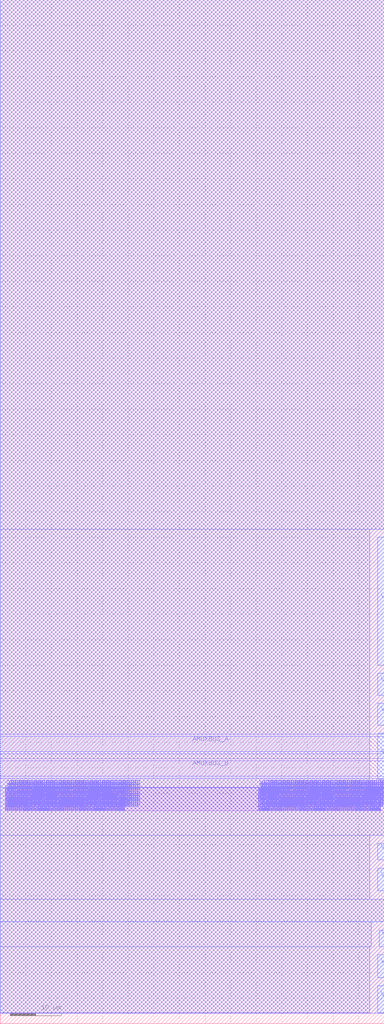
<source format=lef>
# Copyright 2020 The SkyWater PDK Authors
#
# Licensed under the Apache License, Version 2.0 (the "License");
# you may not use this file except in compliance with the License.
# You may obtain a copy of the License at
#
#     https://www.apache.org/licenses/LICENSE-2.0
#
# Unless required by applicable law or agreed to in writing, software
# distributed under the License is distributed on an "AS IS" BASIS,
# WITHOUT WARRANTIES OR CONDITIONS OF ANY KIND, either express or implied.
# See the License for the specific language governing permissions and
# limitations under the License.
#
# SPDX-License-Identifier: Apache-2.0

VERSION 5.7 ;
  NOWIREEXTENSIONATPIN ON ;
  DIVIDERCHAR "/" ;
  BUSBITCHARS "[]" ;
MACRO sky130_fd_io__overlay_vssd_hvc
  CLASS PAD ;
  FOREIGN sky130_fd_io__overlay_vssd_hvc ;
  ORIGIN  0.000000  0.000000 ;
  SIZE  75.00000 BY  200.0000 ;
  SYMMETRY X Y R90 ;
  PIN AMUXBUS_A
    DIRECTION INOUT ;
    USE SIGNAL ;
    PORT
      LAYER met4 ;
        RECT 0.000000 53.125000 75.000000 56.105000 ;
    END
  END AMUXBUS_A
  PIN AMUXBUS_B
    DIRECTION INOUT ;
    USE SIGNAL ;
    PORT
      LAYER met4 ;
        RECT 0.000000 48.365000 75.000000 51.345000 ;
    END
  END AMUXBUS_B
  PIN VCCD
    DIRECTION INOUT ;
    USE POWER ;
    PORT
      LAYER met5 ;
        RECT 73.730000 8.985000 75.000000 13.435000 ;
    END
  END VCCD
  PIN VCCHIB
    DIRECTION INOUT ;
    USE POWER ;
    PORT
      LAYER met5 ;
        RECT 73.730000 2.135000 75.000000 7.385000 ;
    END
  END VCCHIB
  PIN VDDA
    DIRECTION INOUT ;
    USE POWER ;
    PORT
      LAYER met5 ;
        RECT 74.035000 15.035000 75.000000 18.285000 ;
    END
  END VDDA
  PIN VDDIO
    DIRECTION INOUT ;
    USE POWER ;
    PORT
      LAYER met5 ;
        RECT 73.730000 70.035000 75.000000 94.985000 ;
    END
  END VDDIO
  PIN VDDIO_Q
    DIRECTION INOUT ;
    USE POWER ;
    PORT
      LAYER met5 ;
        RECT 73.730000 64.185000 75.000000 68.435000 ;
    END
  END VDDIO_Q
  PIN VSSA
    DIRECTION INOUT ;
    USE GROUND ;
    PORT
      LAYER met5 ;
        RECT 73.730000 47.735000 75.000000 56.735000 ;
    END
  END VSSA
  PIN VSSD
    DIRECTION INOUT ;
    USE GROUND ;
    PORT
      LAYER met3 ;
        RECT 1.000000 41.600000 1.320000 41.920000 ;
      LAYER met4 ;
        RECT 1.000000 41.600000 1.320000 41.920000 ;
    END
    PORT
      LAYER met3 ;
        RECT 1.000000 42.030000 1.320000 42.350000 ;
      LAYER met4 ;
        RECT 1.000000 42.030000 1.320000 42.350000 ;
    END
    PORT
      LAYER met3 ;
        RECT 1.000000 42.460000 1.320000 42.780000 ;
      LAYER met4 ;
        RECT 1.000000 42.460000 1.320000 42.780000 ;
    END
    PORT
      LAYER met3 ;
        RECT 1.000000 42.890000 1.320000 43.210000 ;
      LAYER met4 ;
        RECT 1.000000 42.890000 1.320000 43.210000 ;
    END
    PORT
      LAYER met3 ;
        RECT 1.000000 43.320000 1.320000 43.640000 ;
      LAYER met4 ;
        RECT 1.000000 43.320000 1.320000 43.640000 ;
    END
    PORT
      LAYER met3 ;
        RECT 1.000000 43.750000 1.320000 44.070000 ;
      LAYER met4 ;
        RECT 1.000000 43.750000 1.320000 44.070000 ;
    END
    PORT
      LAYER met3 ;
        RECT 1.000000 44.180000 1.320000 44.500000 ;
      LAYER met4 ;
        RECT 1.000000 44.180000 1.320000 44.500000 ;
    END
    PORT
      LAYER met3 ;
        RECT 1.000000 44.610000 1.320000 44.930000 ;
      LAYER met4 ;
        RECT 1.000000 44.610000 1.320000 44.930000 ;
    END
    PORT
      LAYER met3 ;
        RECT 1.000000 45.040000 1.320000 45.360000 ;
      LAYER met4 ;
        RECT 1.000000 45.040000 1.320000 45.360000 ;
    END
    PORT
      LAYER met3 ;
        RECT 1.000000 45.470000 1.320000 45.790000 ;
      LAYER met4 ;
        RECT 1.000000 45.470000 1.320000 45.790000 ;
    END
    PORT
      LAYER met3 ;
        RECT 1.000000 45.900000 1.320000 46.220000 ;
      LAYER met4 ;
        RECT 1.000000 45.900000 1.320000 46.220000 ;
    END
    PORT
      LAYER met3 ;
        RECT 1.405000 41.600000 1.725000 41.920000 ;
      LAYER met4 ;
        RECT 1.405000 41.600000 1.725000 41.920000 ;
    END
    PORT
      LAYER met3 ;
        RECT 1.405000 42.030000 1.725000 42.350000 ;
      LAYER met4 ;
        RECT 1.405000 42.030000 1.725000 42.350000 ;
    END
    PORT
      LAYER met3 ;
        RECT 1.405000 42.460000 1.725000 42.780000 ;
      LAYER met4 ;
        RECT 1.405000 42.460000 1.725000 42.780000 ;
    END
    PORT
      LAYER met3 ;
        RECT 1.405000 42.890000 1.725000 43.210000 ;
      LAYER met4 ;
        RECT 1.405000 42.890000 1.725000 43.210000 ;
    END
    PORT
      LAYER met3 ;
        RECT 1.405000 43.320000 1.725000 43.640000 ;
      LAYER met4 ;
        RECT 1.405000 43.320000 1.725000 43.640000 ;
    END
    PORT
      LAYER met3 ;
        RECT 1.405000 43.750000 1.725000 44.070000 ;
      LAYER met4 ;
        RECT 1.405000 43.750000 1.725000 44.070000 ;
    END
    PORT
      LAYER met3 ;
        RECT 1.405000 44.180000 1.725000 44.500000 ;
      LAYER met4 ;
        RECT 1.405000 44.180000 1.725000 44.500000 ;
    END
    PORT
      LAYER met3 ;
        RECT 1.405000 44.610000 1.725000 44.930000 ;
      LAYER met4 ;
        RECT 1.405000 44.610000 1.725000 44.930000 ;
    END
    PORT
      LAYER met3 ;
        RECT 1.405000 45.040000 1.725000 45.360000 ;
      LAYER met4 ;
        RECT 1.405000 45.040000 1.725000 45.360000 ;
    END
    PORT
      LAYER met3 ;
        RECT 1.405000 45.470000 1.725000 45.790000 ;
      LAYER met4 ;
        RECT 1.405000 45.470000 1.725000 45.790000 ;
    END
    PORT
      LAYER met3 ;
        RECT 1.405000 45.900000 1.725000 46.220000 ;
      LAYER met4 ;
        RECT 1.405000 45.900000 1.725000 46.220000 ;
    END
    PORT
      LAYER met3 ;
        RECT 1.810000 41.600000 2.130000 41.920000 ;
      LAYER met4 ;
        RECT 1.810000 41.600000 2.130000 41.920000 ;
    END
    PORT
      LAYER met3 ;
        RECT 1.810000 42.030000 2.130000 42.350000 ;
      LAYER met4 ;
        RECT 1.810000 42.030000 2.130000 42.350000 ;
    END
    PORT
      LAYER met3 ;
        RECT 1.810000 42.460000 2.130000 42.780000 ;
      LAYER met4 ;
        RECT 1.810000 42.460000 2.130000 42.780000 ;
    END
    PORT
      LAYER met3 ;
        RECT 1.810000 42.890000 2.130000 43.210000 ;
      LAYER met4 ;
        RECT 1.810000 42.890000 2.130000 43.210000 ;
    END
    PORT
      LAYER met3 ;
        RECT 1.810000 43.320000 2.130000 43.640000 ;
      LAYER met4 ;
        RECT 1.810000 43.320000 2.130000 43.640000 ;
    END
    PORT
      LAYER met3 ;
        RECT 1.810000 43.750000 2.130000 44.070000 ;
      LAYER met4 ;
        RECT 1.810000 43.750000 2.130000 44.070000 ;
    END
    PORT
      LAYER met3 ;
        RECT 1.810000 44.180000 2.130000 44.500000 ;
      LAYER met4 ;
        RECT 1.810000 44.180000 2.130000 44.500000 ;
    END
    PORT
      LAYER met3 ;
        RECT 1.810000 44.610000 2.130000 44.930000 ;
      LAYER met4 ;
        RECT 1.810000 44.610000 2.130000 44.930000 ;
    END
    PORT
      LAYER met3 ;
        RECT 1.810000 45.040000 2.130000 45.360000 ;
      LAYER met4 ;
        RECT 1.810000 45.040000 2.130000 45.360000 ;
    END
    PORT
      LAYER met3 ;
        RECT 1.810000 45.470000 2.130000 45.790000 ;
      LAYER met4 ;
        RECT 1.810000 45.470000 2.130000 45.790000 ;
    END
    PORT
      LAYER met3 ;
        RECT 1.810000 45.900000 2.130000 46.220000 ;
      LAYER met4 ;
        RECT 1.810000 45.900000 2.130000 46.220000 ;
    END
    PORT
      LAYER met3 ;
        RECT 10.315000 41.600000 10.635000 41.920000 ;
      LAYER met4 ;
        RECT 10.315000 41.600000 10.635000 41.920000 ;
    END
    PORT
      LAYER met3 ;
        RECT 10.315000 42.030000 10.635000 42.350000 ;
      LAYER met4 ;
        RECT 10.315000 42.030000 10.635000 42.350000 ;
    END
    PORT
      LAYER met3 ;
        RECT 10.315000 42.460000 10.635000 42.780000 ;
      LAYER met4 ;
        RECT 10.315000 42.460000 10.635000 42.780000 ;
    END
    PORT
      LAYER met3 ;
        RECT 10.315000 42.890000 10.635000 43.210000 ;
      LAYER met4 ;
        RECT 10.315000 42.890000 10.635000 43.210000 ;
    END
    PORT
      LAYER met3 ;
        RECT 10.315000 43.320000 10.635000 43.640000 ;
      LAYER met4 ;
        RECT 10.315000 43.320000 10.635000 43.640000 ;
    END
    PORT
      LAYER met3 ;
        RECT 10.315000 43.750000 10.635000 44.070000 ;
      LAYER met4 ;
        RECT 10.315000 43.750000 10.635000 44.070000 ;
    END
    PORT
      LAYER met3 ;
        RECT 10.315000 44.180000 10.635000 44.500000 ;
      LAYER met4 ;
        RECT 10.315000 44.180000 10.635000 44.500000 ;
    END
    PORT
      LAYER met3 ;
        RECT 10.315000 44.610000 10.635000 44.930000 ;
      LAYER met4 ;
        RECT 10.315000 44.610000 10.635000 44.930000 ;
    END
    PORT
      LAYER met3 ;
        RECT 10.315000 45.040000 10.635000 45.360000 ;
      LAYER met4 ;
        RECT 10.315000 45.040000 10.635000 45.360000 ;
    END
    PORT
      LAYER met3 ;
        RECT 10.315000 45.470000 10.635000 45.790000 ;
      LAYER met4 ;
        RECT 10.315000 45.470000 10.635000 45.790000 ;
    END
    PORT
      LAYER met3 ;
        RECT 10.315000 45.900000 10.635000 46.220000 ;
      LAYER met4 ;
        RECT 10.315000 45.900000 10.635000 46.220000 ;
    END
    PORT
      LAYER met3 ;
        RECT 10.720000 41.600000 11.040000 41.920000 ;
      LAYER met4 ;
        RECT 10.720000 41.600000 11.040000 41.920000 ;
    END
    PORT
      LAYER met3 ;
        RECT 10.720000 42.030000 11.040000 42.350000 ;
      LAYER met4 ;
        RECT 10.720000 42.030000 11.040000 42.350000 ;
    END
    PORT
      LAYER met3 ;
        RECT 10.720000 42.460000 11.040000 42.780000 ;
      LAYER met4 ;
        RECT 10.720000 42.460000 11.040000 42.780000 ;
    END
    PORT
      LAYER met3 ;
        RECT 10.720000 42.890000 11.040000 43.210000 ;
      LAYER met4 ;
        RECT 10.720000 42.890000 11.040000 43.210000 ;
    END
    PORT
      LAYER met3 ;
        RECT 10.720000 43.320000 11.040000 43.640000 ;
      LAYER met4 ;
        RECT 10.720000 43.320000 11.040000 43.640000 ;
    END
    PORT
      LAYER met3 ;
        RECT 10.720000 43.750000 11.040000 44.070000 ;
      LAYER met4 ;
        RECT 10.720000 43.750000 11.040000 44.070000 ;
    END
    PORT
      LAYER met3 ;
        RECT 10.720000 44.180000 11.040000 44.500000 ;
      LAYER met4 ;
        RECT 10.720000 44.180000 11.040000 44.500000 ;
    END
    PORT
      LAYER met3 ;
        RECT 10.720000 44.610000 11.040000 44.930000 ;
      LAYER met4 ;
        RECT 10.720000 44.610000 11.040000 44.930000 ;
    END
    PORT
      LAYER met3 ;
        RECT 10.720000 45.040000 11.040000 45.360000 ;
      LAYER met4 ;
        RECT 10.720000 45.040000 11.040000 45.360000 ;
    END
    PORT
      LAYER met3 ;
        RECT 10.720000 45.470000 11.040000 45.790000 ;
      LAYER met4 ;
        RECT 10.720000 45.470000 11.040000 45.790000 ;
    END
    PORT
      LAYER met3 ;
        RECT 10.720000 45.900000 11.040000 46.220000 ;
      LAYER met4 ;
        RECT 10.720000 45.900000 11.040000 46.220000 ;
    END
    PORT
      LAYER met3 ;
        RECT 11.125000 41.600000 11.445000 41.920000 ;
      LAYER met4 ;
        RECT 11.125000 41.600000 11.445000 41.920000 ;
    END
    PORT
      LAYER met3 ;
        RECT 11.125000 42.030000 11.445000 42.350000 ;
      LAYER met4 ;
        RECT 11.125000 42.030000 11.445000 42.350000 ;
    END
    PORT
      LAYER met3 ;
        RECT 11.125000 42.460000 11.445000 42.780000 ;
      LAYER met4 ;
        RECT 11.125000 42.460000 11.445000 42.780000 ;
    END
    PORT
      LAYER met3 ;
        RECT 11.125000 42.890000 11.445000 43.210000 ;
      LAYER met4 ;
        RECT 11.125000 42.890000 11.445000 43.210000 ;
    END
    PORT
      LAYER met3 ;
        RECT 11.125000 43.320000 11.445000 43.640000 ;
      LAYER met4 ;
        RECT 11.125000 43.320000 11.445000 43.640000 ;
    END
    PORT
      LAYER met3 ;
        RECT 11.125000 43.750000 11.445000 44.070000 ;
      LAYER met4 ;
        RECT 11.125000 43.750000 11.445000 44.070000 ;
    END
    PORT
      LAYER met3 ;
        RECT 11.125000 44.180000 11.445000 44.500000 ;
      LAYER met4 ;
        RECT 11.125000 44.180000 11.445000 44.500000 ;
    END
    PORT
      LAYER met3 ;
        RECT 11.125000 44.610000 11.445000 44.930000 ;
      LAYER met4 ;
        RECT 11.125000 44.610000 11.445000 44.930000 ;
    END
    PORT
      LAYER met3 ;
        RECT 11.125000 45.040000 11.445000 45.360000 ;
      LAYER met4 ;
        RECT 11.125000 45.040000 11.445000 45.360000 ;
    END
    PORT
      LAYER met3 ;
        RECT 11.125000 45.470000 11.445000 45.790000 ;
      LAYER met4 ;
        RECT 11.125000 45.470000 11.445000 45.790000 ;
    END
    PORT
      LAYER met3 ;
        RECT 11.125000 45.900000 11.445000 46.220000 ;
      LAYER met4 ;
        RECT 11.125000 45.900000 11.445000 46.220000 ;
    END
    PORT
      LAYER met3 ;
        RECT 11.530000 41.600000 11.850000 41.920000 ;
      LAYER met4 ;
        RECT 11.530000 41.600000 11.850000 41.920000 ;
    END
    PORT
      LAYER met3 ;
        RECT 11.530000 42.030000 11.850000 42.350000 ;
      LAYER met4 ;
        RECT 11.530000 42.030000 11.850000 42.350000 ;
    END
    PORT
      LAYER met3 ;
        RECT 11.530000 42.460000 11.850000 42.780000 ;
      LAYER met4 ;
        RECT 11.530000 42.460000 11.850000 42.780000 ;
    END
    PORT
      LAYER met3 ;
        RECT 11.530000 42.890000 11.850000 43.210000 ;
      LAYER met4 ;
        RECT 11.530000 42.890000 11.850000 43.210000 ;
    END
    PORT
      LAYER met3 ;
        RECT 11.530000 43.320000 11.850000 43.640000 ;
      LAYER met4 ;
        RECT 11.530000 43.320000 11.850000 43.640000 ;
    END
    PORT
      LAYER met3 ;
        RECT 11.530000 43.750000 11.850000 44.070000 ;
      LAYER met4 ;
        RECT 11.530000 43.750000 11.850000 44.070000 ;
    END
    PORT
      LAYER met3 ;
        RECT 11.530000 44.180000 11.850000 44.500000 ;
      LAYER met4 ;
        RECT 11.530000 44.180000 11.850000 44.500000 ;
    END
    PORT
      LAYER met3 ;
        RECT 11.530000 44.610000 11.850000 44.930000 ;
      LAYER met4 ;
        RECT 11.530000 44.610000 11.850000 44.930000 ;
    END
    PORT
      LAYER met3 ;
        RECT 11.530000 45.040000 11.850000 45.360000 ;
      LAYER met4 ;
        RECT 11.530000 45.040000 11.850000 45.360000 ;
    END
    PORT
      LAYER met3 ;
        RECT 11.530000 45.470000 11.850000 45.790000 ;
      LAYER met4 ;
        RECT 11.530000 45.470000 11.850000 45.790000 ;
    END
    PORT
      LAYER met3 ;
        RECT 11.530000 45.900000 11.850000 46.220000 ;
      LAYER met4 ;
        RECT 11.530000 45.900000 11.850000 46.220000 ;
    END
    PORT
      LAYER met3 ;
        RECT 11.935000 41.600000 12.255000 41.920000 ;
      LAYER met4 ;
        RECT 11.935000 41.600000 12.255000 41.920000 ;
    END
    PORT
      LAYER met3 ;
        RECT 11.935000 42.030000 12.255000 42.350000 ;
      LAYER met4 ;
        RECT 11.935000 42.030000 12.255000 42.350000 ;
    END
    PORT
      LAYER met3 ;
        RECT 11.935000 42.460000 12.255000 42.780000 ;
      LAYER met4 ;
        RECT 11.935000 42.460000 12.255000 42.780000 ;
    END
    PORT
      LAYER met3 ;
        RECT 11.935000 42.890000 12.255000 43.210000 ;
      LAYER met4 ;
        RECT 11.935000 42.890000 12.255000 43.210000 ;
    END
    PORT
      LAYER met3 ;
        RECT 11.935000 43.320000 12.255000 43.640000 ;
      LAYER met4 ;
        RECT 11.935000 43.320000 12.255000 43.640000 ;
    END
    PORT
      LAYER met3 ;
        RECT 11.935000 43.750000 12.255000 44.070000 ;
      LAYER met4 ;
        RECT 11.935000 43.750000 12.255000 44.070000 ;
    END
    PORT
      LAYER met3 ;
        RECT 11.935000 44.180000 12.255000 44.500000 ;
      LAYER met4 ;
        RECT 11.935000 44.180000 12.255000 44.500000 ;
    END
    PORT
      LAYER met3 ;
        RECT 11.935000 44.610000 12.255000 44.930000 ;
      LAYER met4 ;
        RECT 11.935000 44.610000 12.255000 44.930000 ;
    END
    PORT
      LAYER met3 ;
        RECT 11.935000 45.040000 12.255000 45.360000 ;
      LAYER met4 ;
        RECT 11.935000 45.040000 12.255000 45.360000 ;
    END
    PORT
      LAYER met3 ;
        RECT 11.935000 45.470000 12.255000 45.790000 ;
      LAYER met4 ;
        RECT 11.935000 45.470000 12.255000 45.790000 ;
    END
    PORT
      LAYER met3 ;
        RECT 11.935000 45.900000 12.255000 46.220000 ;
      LAYER met4 ;
        RECT 11.935000 45.900000 12.255000 46.220000 ;
    END
    PORT
      LAYER met3 ;
        RECT 12.340000 41.600000 12.660000 41.920000 ;
      LAYER met4 ;
        RECT 12.340000 41.600000 12.660000 41.920000 ;
    END
    PORT
      LAYER met3 ;
        RECT 12.340000 42.030000 12.660000 42.350000 ;
      LAYER met4 ;
        RECT 12.340000 42.030000 12.660000 42.350000 ;
    END
    PORT
      LAYER met3 ;
        RECT 12.340000 42.460000 12.660000 42.780000 ;
      LAYER met4 ;
        RECT 12.340000 42.460000 12.660000 42.780000 ;
    END
    PORT
      LAYER met3 ;
        RECT 12.340000 42.890000 12.660000 43.210000 ;
      LAYER met4 ;
        RECT 12.340000 42.890000 12.660000 43.210000 ;
    END
    PORT
      LAYER met3 ;
        RECT 12.340000 43.320000 12.660000 43.640000 ;
      LAYER met4 ;
        RECT 12.340000 43.320000 12.660000 43.640000 ;
    END
    PORT
      LAYER met3 ;
        RECT 12.340000 43.750000 12.660000 44.070000 ;
      LAYER met4 ;
        RECT 12.340000 43.750000 12.660000 44.070000 ;
    END
    PORT
      LAYER met3 ;
        RECT 12.340000 44.180000 12.660000 44.500000 ;
      LAYER met4 ;
        RECT 12.340000 44.180000 12.660000 44.500000 ;
    END
    PORT
      LAYER met3 ;
        RECT 12.340000 44.610000 12.660000 44.930000 ;
      LAYER met4 ;
        RECT 12.340000 44.610000 12.660000 44.930000 ;
    END
    PORT
      LAYER met3 ;
        RECT 12.340000 45.040000 12.660000 45.360000 ;
      LAYER met4 ;
        RECT 12.340000 45.040000 12.660000 45.360000 ;
    END
    PORT
      LAYER met3 ;
        RECT 12.340000 45.470000 12.660000 45.790000 ;
      LAYER met4 ;
        RECT 12.340000 45.470000 12.660000 45.790000 ;
    END
    PORT
      LAYER met3 ;
        RECT 12.340000 45.900000 12.660000 46.220000 ;
      LAYER met4 ;
        RECT 12.340000 45.900000 12.660000 46.220000 ;
    END
    PORT
      LAYER met3 ;
        RECT 12.745000 41.600000 13.065000 41.920000 ;
      LAYER met4 ;
        RECT 12.745000 41.600000 13.065000 41.920000 ;
    END
    PORT
      LAYER met3 ;
        RECT 12.745000 42.030000 13.065000 42.350000 ;
      LAYER met4 ;
        RECT 12.745000 42.030000 13.065000 42.350000 ;
    END
    PORT
      LAYER met3 ;
        RECT 12.745000 42.460000 13.065000 42.780000 ;
      LAYER met4 ;
        RECT 12.745000 42.460000 13.065000 42.780000 ;
    END
    PORT
      LAYER met3 ;
        RECT 12.745000 42.890000 13.065000 43.210000 ;
      LAYER met4 ;
        RECT 12.745000 42.890000 13.065000 43.210000 ;
    END
    PORT
      LAYER met3 ;
        RECT 12.745000 43.320000 13.065000 43.640000 ;
      LAYER met4 ;
        RECT 12.745000 43.320000 13.065000 43.640000 ;
    END
    PORT
      LAYER met3 ;
        RECT 12.745000 43.750000 13.065000 44.070000 ;
      LAYER met4 ;
        RECT 12.745000 43.750000 13.065000 44.070000 ;
    END
    PORT
      LAYER met3 ;
        RECT 12.745000 44.180000 13.065000 44.500000 ;
      LAYER met4 ;
        RECT 12.745000 44.180000 13.065000 44.500000 ;
    END
    PORT
      LAYER met3 ;
        RECT 12.745000 44.610000 13.065000 44.930000 ;
      LAYER met4 ;
        RECT 12.745000 44.610000 13.065000 44.930000 ;
    END
    PORT
      LAYER met3 ;
        RECT 12.745000 45.040000 13.065000 45.360000 ;
      LAYER met4 ;
        RECT 12.745000 45.040000 13.065000 45.360000 ;
    END
    PORT
      LAYER met3 ;
        RECT 12.745000 45.470000 13.065000 45.790000 ;
      LAYER met4 ;
        RECT 12.745000 45.470000 13.065000 45.790000 ;
    END
    PORT
      LAYER met3 ;
        RECT 12.745000 45.900000 13.065000 46.220000 ;
      LAYER met4 ;
        RECT 12.745000 45.900000 13.065000 46.220000 ;
    END
    PORT
      LAYER met3 ;
        RECT 13.150000 41.600000 13.470000 41.920000 ;
      LAYER met4 ;
        RECT 13.150000 41.600000 13.470000 41.920000 ;
    END
    PORT
      LAYER met3 ;
        RECT 13.150000 42.030000 13.470000 42.350000 ;
      LAYER met4 ;
        RECT 13.150000 42.030000 13.470000 42.350000 ;
    END
    PORT
      LAYER met3 ;
        RECT 13.150000 42.460000 13.470000 42.780000 ;
      LAYER met4 ;
        RECT 13.150000 42.460000 13.470000 42.780000 ;
    END
    PORT
      LAYER met3 ;
        RECT 13.150000 42.890000 13.470000 43.210000 ;
      LAYER met4 ;
        RECT 13.150000 42.890000 13.470000 43.210000 ;
    END
    PORT
      LAYER met3 ;
        RECT 13.150000 43.320000 13.470000 43.640000 ;
      LAYER met4 ;
        RECT 13.150000 43.320000 13.470000 43.640000 ;
    END
    PORT
      LAYER met3 ;
        RECT 13.150000 43.750000 13.470000 44.070000 ;
      LAYER met4 ;
        RECT 13.150000 43.750000 13.470000 44.070000 ;
    END
    PORT
      LAYER met3 ;
        RECT 13.150000 44.180000 13.470000 44.500000 ;
      LAYER met4 ;
        RECT 13.150000 44.180000 13.470000 44.500000 ;
    END
    PORT
      LAYER met3 ;
        RECT 13.150000 44.610000 13.470000 44.930000 ;
      LAYER met4 ;
        RECT 13.150000 44.610000 13.470000 44.930000 ;
    END
    PORT
      LAYER met3 ;
        RECT 13.150000 45.040000 13.470000 45.360000 ;
      LAYER met4 ;
        RECT 13.150000 45.040000 13.470000 45.360000 ;
    END
    PORT
      LAYER met3 ;
        RECT 13.150000 45.470000 13.470000 45.790000 ;
      LAYER met4 ;
        RECT 13.150000 45.470000 13.470000 45.790000 ;
    END
    PORT
      LAYER met3 ;
        RECT 13.150000 45.900000 13.470000 46.220000 ;
      LAYER met4 ;
        RECT 13.150000 45.900000 13.470000 46.220000 ;
    END
    PORT
      LAYER met3 ;
        RECT 13.555000 41.600000 13.875000 41.920000 ;
      LAYER met4 ;
        RECT 13.555000 41.600000 13.875000 41.920000 ;
    END
    PORT
      LAYER met3 ;
        RECT 13.555000 42.030000 13.875000 42.350000 ;
      LAYER met4 ;
        RECT 13.555000 42.030000 13.875000 42.350000 ;
    END
    PORT
      LAYER met3 ;
        RECT 13.555000 42.460000 13.875000 42.780000 ;
      LAYER met4 ;
        RECT 13.555000 42.460000 13.875000 42.780000 ;
    END
    PORT
      LAYER met3 ;
        RECT 13.555000 42.890000 13.875000 43.210000 ;
      LAYER met4 ;
        RECT 13.555000 42.890000 13.875000 43.210000 ;
    END
    PORT
      LAYER met3 ;
        RECT 13.555000 43.320000 13.875000 43.640000 ;
      LAYER met4 ;
        RECT 13.555000 43.320000 13.875000 43.640000 ;
    END
    PORT
      LAYER met3 ;
        RECT 13.555000 43.750000 13.875000 44.070000 ;
      LAYER met4 ;
        RECT 13.555000 43.750000 13.875000 44.070000 ;
    END
    PORT
      LAYER met3 ;
        RECT 13.555000 44.180000 13.875000 44.500000 ;
      LAYER met4 ;
        RECT 13.555000 44.180000 13.875000 44.500000 ;
    END
    PORT
      LAYER met3 ;
        RECT 13.555000 44.610000 13.875000 44.930000 ;
      LAYER met4 ;
        RECT 13.555000 44.610000 13.875000 44.930000 ;
    END
    PORT
      LAYER met3 ;
        RECT 13.555000 45.040000 13.875000 45.360000 ;
      LAYER met4 ;
        RECT 13.555000 45.040000 13.875000 45.360000 ;
    END
    PORT
      LAYER met3 ;
        RECT 13.555000 45.470000 13.875000 45.790000 ;
      LAYER met4 ;
        RECT 13.555000 45.470000 13.875000 45.790000 ;
    END
    PORT
      LAYER met3 ;
        RECT 13.555000 45.900000 13.875000 46.220000 ;
      LAYER met4 ;
        RECT 13.555000 45.900000 13.875000 46.220000 ;
    END
    PORT
      LAYER met3 ;
        RECT 13.960000 41.600000 14.280000 41.920000 ;
      LAYER met4 ;
        RECT 13.960000 41.600000 14.280000 41.920000 ;
    END
    PORT
      LAYER met3 ;
        RECT 13.960000 42.030000 14.280000 42.350000 ;
      LAYER met4 ;
        RECT 13.960000 42.030000 14.280000 42.350000 ;
    END
    PORT
      LAYER met3 ;
        RECT 13.960000 42.460000 14.280000 42.780000 ;
      LAYER met4 ;
        RECT 13.960000 42.460000 14.280000 42.780000 ;
    END
    PORT
      LAYER met3 ;
        RECT 13.960000 42.890000 14.280000 43.210000 ;
      LAYER met4 ;
        RECT 13.960000 42.890000 14.280000 43.210000 ;
    END
    PORT
      LAYER met3 ;
        RECT 13.960000 43.320000 14.280000 43.640000 ;
      LAYER met4 ;
        RECT 13.960000 43.320000 14.280000 43.640000 ;
    END
    PORT
      LAYER met3 ;
        RECT 13.960000 43.750000 14.280000 44.070000 ;
      LAYER met4 ;
        RECT 13.960000 43.750000 14.280000 44.070000 ;
    END
    PORT
      LAYER met3 ;
        RECT 13.960000 44.180000 14.280000 44.500000 ;
      LAYER met4 ;
        RECT 13.960000 44.180000 14.280000 44.500000 ;
    END
    PORT
      LAYER met3 ;
        RECT 13.960000 44.610000 14.280000 44.930000 ;
      LAYER met4 ;
        RECT 13.960000 44.610000 14.280000 44.930000 ;
    END
    PORT
      LAYER met3 ;
        RECT 13.960000 45.040000 14.280000 45.360000 ;
      LAYER met4 ;
        RECT 13.960000 45.040000 14.280000 45.360000 ;
    END
    PORT
      LAYER met3 ;
        RECT 13.960000 45.470000 14.280000 45.790000 ;
      LAYER met4 ;
        RECT 13.960000 45.470000 14.280000 45.790000 ;
    END
    PORT
      LAYER met3 ;
        RECT 13.960000 45.900000 14.280000 46.220000 ;
      LAYER met4 ;
        RECT 13.960000 45.900000 14.280000 46.220000 ;
    END
    PORT
      LAYER met3 ;
        RECT 14.365000 41.600000 14.685000 41.920000 ;
      LAYER met4 ;
        RECT 14.365000 41.600000 14.685000 41.920000 ;
    END
    PORT
      LAYER met3 ;
        RECT 14.365000 42.030000 14.685000 42.350000 ;
      LAYER met4 ;
        RECT 14.365000 42.030000 14.685000 42.350000 ;
    END
    PORT
      LAYER met3 ;
        RECT 14.365000 42.460000 14.685000 42.780000 ;
      LAYER met4 ;
        RECT 14.365000 42.460000 14.685000 42.780000 ;
    END
    PORT
      LAYER met3 ;
        RECT 14.365000 42.890000 14.685000 43.210000 ;
      LAYER met4 ;
        RECT 14.365000 42.890000 14.685000 43.210000 ;
    END
    PORT
      LAYER met3 ;
        RECT 14.365000 43.320000 14.685000 43.640000 ;
      LAYER met4 ;
        RECT 14.365000 43.320000 14.685000 43.640000 ;
    END
    PORT
      LAYER met3 ;
        RECT 14.365000 43.750000 14.685000 44.070000 ;
      LAYER met4 ;
        RECT 14.365000 43.750000 14.685000 44.070000 ;
    END
    PORT
      LAYER met3 ;
        RECT 14.365000 44.180000 14.685000 44.500000 ;
      LAYER met4 ;
        RECT 14.365000 44.180000 14.685000 44.500000 ;
    END
    PORT
      LAYER met3 ;
        RECT 14.365000 44.610000 14.685000 44.930000 ;
      LAYER met4 ;
        RECT 14.365000 44.610000 14.685000 44.930000 ;
    END
    PORT
      LAYER met3 ;
        RECT 14.365000 45.040000 14.685000 45.360000 ;
      LAYER met4 ;
        RECT 14.365000 45.040000 14.685000 45.360000 ;
    END
    PORT
      LAYER met3 ;
        RECT 14.365000 45.470000 14.685000 45.790000 ;
      LAYER met4 ;
        RECT 14.365000 45.470000 14.685000 45.790000 ;
    END
    PORT
      LAYER met3 ;
        RECT 14.365000 45.900000 14.685000 46.220000 ;
      LAYER met4 ;
        RECT 14.365000 45.900000 14.685000 46.220000 ;
    END
    PORT
      LAYER met3 ;
        RECT 14.770000 41.600000 15.090000 41.920000 ;
      LAYER met4 ;
        RECT 14.770000 41.600000 15.090000 41.920000 ;
    END
    PORT
      LAYER met3 ;
        RECT 14.770000 42.030000 15.090000 42.350000 ;
      LAYER met4 ;
        RECT 14.770000 42.030000 15.090000 42.350000 ;
    END
    PORT
      LAYER met3 ;
        RECT 14.770000 42.460000 15.090000 42.780000 ;
      LAYER met4 ;
        RECT 14.770000 42.460000 15.090000 42.780000 ;
    END
    PORT
      LAYER met3 ;
        RECT 14.770000 42.890000 15.090000 43.210000 ;
      LAYER met4 ;
        RECT 14.770000 42.890000 15.090000 43.210000 ;
    END
    PORT
      LAYER met3 ;
        RECT 14.770000 43.320000 15.090000 43.640000 ;
      LAYER met4 ;
        RECT 14.770000 43.320000 15.090000 43.640000 ;
    END
    PORT
      LAYER met3 ;
        RECT 14.770000 43.750000 15.090000 44.070000 ;
      LAYER met4 ;
        RECT 14.770000 43.750000 15.090000 44.070000 ;
    END
    PORT
      LAYER met3 ;
        RECT 14.770000 44.180000 15.090000 44.500000 ;
      LAYER met4 ;
        RECT 14.770000 44.180000 15.090000 44.500000 ;
    END
    PORT
      LAYER met3 ;
        RECT 14.770000 44.610000 15.090000 44.930000 ;
      LAYER met4 ;
        RECT 14.770000 44.610000 15.090000 44.930000 ;
    END
    PORT
      LAYER met3 ;
        RECT 14.770000 45.040000 15.090000 45.360000 ;
      LAYER met4 ;
        RECT 14.770000 45.040000 15.090000 45.360000 ;
    END
    PORT
      LAYER met3 ;
        RECT 14.770000 45.470000 15.090000 45.790000 ;
      LAYER met4 ;
        RECT 14.770000 45.470000 15.090000 45.790000 ;
    END
    PORT
      LAYER met3 ;
        RECT 14.770000 45.900000 15.090000 46.220000 ;
      LAYER met4 ;
        RECT 14.770000 45.900000 15.090000 46.220000 ;
    END
    PORT
      LAYER met3 ;
        RECT 15.175000 41.600000 15.495000 41.920000 ;
      LAYER met4 ;
        RECT 15.175000 41.600000 15.495000 41.920000 ;
    END
    PORT
      LAYER met3 ;
        RECT 15.175000 42.030000 15.495000 42.350000 ;
      LAYER met4 ;
        RECT 15.175000 42.030000 15.495000 42.350000 ;
    END
    PORT
      LAYER met3 ;
        RECT 15.175000 42.460000 15.495000 42.780000 ;
      LAYER met4 ;
        RECT 15.175000 42.460000 15.495000 42.780000 ;
    END
    PORT
      LAYER met3 ;
        RECT 15.175000 42.890000 15.495000 43.210000 ;
      LAYER met4 ;
        RECT 15.175000 42.890000 15.495000 43.210000 ;
    END
    PORT
      LAYER met3 ;
        RECT 15.175000 43.320000 15.495000 43.640000 ;
      LAYER met4 ;
        RECT 15.175000 43.320000 15.495000 43.640000 ;
    END
    PORT
      LAYER met3 ;
        RECT 15.175000 43.750000 15.495000 44.070000 ;
      LAYER met4 ;
        RECT 15.175000 43.750000 15.495000 44.070000 ;
    END
    PORT
      LAYER met3 ;
        RECT 15.175000 44.180000 15.495000 44.500000 ;
      LAYER met4 ;
        RECT 15.175000 44.180000 15.495000 44.500000 ;
    END
    PORT
      LAYER met3 ;
        RECT 15.175000 44.610000 15.495000 44.930000 ;
      LAYER met4 ;
        RECT 15.175000 44.610000 15.495000 44.930000 ;
    END
    PORT
      LAYER met3 ;
        RECT 15.175000 45.040000 15.495000 45.360000 ;
      LAYER met4 ;
        RECT 15.175000 45.040000 15.495000 45.360000 ;
    END
    PORT
      LAYER met3 ;
        RECT 15.175000 45.470000 15.495000 45.790000 ;
      LAYER met4 ;
        RECT 15.175000 45.470000 15.495000 45.790000 ;
    END
    PORT
      LAYER met3 ;
        RECT 15.175000 45.900000 15.495000 46.220000 ;
      LAYER met4 ;
        RECT 15.175000 45.900000 15.495000 46.220000 ;
    END
    PORT
      LAYER met3 ;
        RECT 15.580000 41.600000 15.900000 41.920000 ;
      LAYER met4 ;
        RECT 15.580000 41.600000 15.900000 41.920000 ;
    END
    PORT
      LAYER met3 ;
        RECT 15.580000 42.030000 15.900000 42.350000 ;
      LAYER met4 ;
        RECT 15.580000 42.030000 15.900000 42.350000 ;
    END
    PORT
      LAYER met3 ;
        RECT 15.580000 42.460000 15.900000 42.780000 ;
      LAYER met4 ;
        RECT 15.580000 42.460000 15.900000 42.780000 ;
    END
    PORT
      LAYER met3 ;
        RECT 15.580000 42.890000 15.900000 43.210000 ;
      LAYER met4 ;
        RECT 15.580000 42.890000 15.900000 43.210000 ;
    END
    PORT
      LAYER met3 ;
        RECT 15.580000 43.320000 15.900000 43.640000 ;
      LAYER met4 ;
        RECT 15.580000 43.320000 15.900000 43.640000 ;
    END
    PORT
      LAYER met3 ;
        RECT 15.580000 43.750000 15.900000 44.070000 ;
      LAYER met4 ;
        RECT 15.580000 43.750000 15.900000 44.070000 ;
    END
    PORT
      LAYER met3 ;
        RECT 15.580000 44.180000 15.900000 44.500000 ;
      LAYER met4 ;
        RECT 15.580000 44.180000 15.900000 44.500000 ;
    END
    PORT
      LAYER met3 ;
        RECT 15.580000 44.610000 15.900000 44.930000 ;
      LAYER met4 ;
        RECT 15.580000 44.610000 15.900000 44.930000 ;
    END
    PORT
      LAYER met3 ;
        RECT 15.580000 45.040000 15.900000 45.360000 ;
      LAYER met4 ;
        RECT 15.580000 45.040000 15.900000 45.360000 ;
    END
    PORT
      LAYER met3 ;
        RECT 15.580000 45.470000 15.900000 45.790000 ;
      LAYER met4 ;
        RECT 15.580000 45.470000 15.900000 45.790000 ;
    END
    PORT
      LAYER met3 ;
        RECT 15.580000 45.900000 15.900000 46.220000 ;
      LAYER met4 ;
        RECT 15.580000 45.900000 15.900000 46.220000 ;
    END
    PORT
      LAYER met3 ;
        RECT 15.985000 41.600000 16.305000 41.920000 ;
      LAYER met4 ;
        RECT 15.985000 41.600000 16.305000 41.920000 ;
    END
    PORT
      LAYER met3 ;
        RECT 15.985000 42.030000 16.305000 42.350000 ;
      LAYER met4 ;
        RECT 15.985000 42.030000 16.305000 42.350000 ;
    END
    PORT
      LAYER met3 ;
        RECT 15.985000 42.460000 16.305000 42.780000 ;
      LAYER met4 ;
        RECT 15.985000 42.460000 16.305000 42.780000 ;
    END
    PORT
      LAYER met3 ;
        RECT 15.985000 42.890000 16.305000 43.210000 ;
      LAYER met4 ;
        RECT 15.985000 42.890000 16.305000 43.210000 ;
    END
    PORT
      LAYER met3 ;
        RECT 15.985000 43.320000 16.305000 43.640000 ;
      LAYER met4 ;
        RECT 15.985000 43.320000 16.305000 43.640000 ;
    END
    PORT
      LAYER met3 ;
        RECT 15.985000 43.750000 16.305000 44.070000 ;
      LAYER met4 ;
        RECT 15.985000 43.750000 16.305000 44.070000 ;
    END
    PORT
      LAYER met3 ;
        RECT 15.985000 44.180000 16.305000 44.500000 ;
      LAYER met4 ;
        RECT 15.985000 44.180000 16.305000 44.500000 ;
    END
    PORT
      LAYER met3 ;
        RECT 15.985000 44.610000 16.305000 44.930000 ;
      LAYER met4 ;
        RECT 15.985000 44.610000 16.305000 44.930000 ;
    END
    PORT
      LAYER met3 ;
        RECT 15.985000 45.040000 16.305000 45.360000 ;
      LAYER met4 ;
        RECT 15.985000 45.040000 16.305000 45.360000 ;
    END
    PORT
      LAYER met3 ;
        RECT 15.985000 45.470000 16.305000 45.790000 ;
      LAYER met4 ;
        RECT 15.985000 45.470000 16.305000 45.790000 ;
    END
    PORT
      LAYER met3 ;
        RECT 15.985000 45.900000 16.305000 46.220000 ;
      LAYER met4 ;
        RECT 15.985000 45.900000 16.305000 46.220000 ;
    END
    PORT
      LAYER met3 ;
        RECT 16.390000 41.600000 16.710000 41.920000 ;
      LAYER met4 ;
        RECT 16.390000 41.600000 16.710000 41.920000 ;
    END
    PORT
      LAYER met3 ;
        RECT 16.390000 42.030000 16.710000 42.350000 ;
      LAYER met4 ;
        RECT 16.390000 42.030000 16.710000 42.350000 ;
    END
    PORT
      LAYER met3 ;
        RECT 16.390000 42.460000 16.710000 42.780000 ;
      LAYER met4 ;
        RECT 16.390000 42.460000 16.710000 42.780000 ;
    END
    PORT
      LAYER met3 ;
        RECT 16.390000 42.890000 16.710000 43.210000 ;
      LAYER met4 ;
        RECT 16.390000 42.890000 16.710000 43.210000 ;
    END
    PORT
      LAYER met3 ;
        RECT 16.390000 43.320000 16.710000 43.640000 ;
      LAYER met4 ;
        RECT 16.390000 43.320000 16.710000 43.640000 ;
    END
    PORT
      LAYER met3 ;
        RECT 16.390000 43.750000 16.710000 44.070000 ;
      LAYER met4 ;
        RECT 16.390000 43.750000 16.710000 44.070000 ;
    END
    PORT
      LAYER met3 ;
        RECT 16.390000 44.180000 16.710000 44.500000 ;
      LAYER met4 ;
        RECT 16.390000 44.180000 16.710000 44.500000 ;
    END
    PORT
      LAYER met3 ;
        RECT 16.390000 44.610000 16.710000 44.930000 ;
      LAYER met4 ;
        RECT 16.390000 44.610000 16.710000 44.930000 ;
    END
    PORT
      LAYER met3 ;
        RECT 16.390000 45.040000 16.710000 45.360000 ;
      LAYER met4 ;
        RECT 16.390000 45.040000 16.710000 45.360000 ;
    END
    PORT
      LAYER met3 ;
        RECT 16.390000 45.470000 16.710000 45.790000 ;
      LAYER met4 ;
        RECT 16.390000 45.470000 16.710000 45.790000 ;
    END
    PORT
      LAYER met3 ;
        RECT 16.390000 45.900000 16.710000 46.220000 ;
      LAYER met4 ;
        RECT 16.390000 45.900000 16.710000 46.220000 ;
    END
    PORT
      LAYER met3 ;
        RECT 16.795000 41.600000 17.115000 41.920000 ;
      LAYER met4 ;
        RECT 16.795000 41.600000 17.115000 41.920000 ;
    END
    PORT
      LAYER met3 ;
        RECT 16.795000 42.030000 17.115000 42.350000 ;
      LAYER met4 ;
        RECT 16.795000 42.030000 17.115000 42.350000 ;
    END
    PORT
      LAYER met3 ;
        RECT 16.795000 42.460000 17.115000 42.780000 ;
      LAYER met4 ;
        RECT 16.795000 42.460000 17.115000 42.780000 ;
    END
    PORT
      LAYER met3 ;
        RECT 16.795000 42.890000 17.115000 43.210000 ;
      LAYER met4 ;
        RECT 16.795000 42.890000 17.115000 43.210000 ;
    END
    PORT
      LAYER met3 ;
        RECT 16.795000 43.320000 17.115000 43.640000 ;
      LAYER met4 ;
        RECT 16.795000 43.320000 17.115000 43.640000 ;
    END
    PORT
      LAYER met3 ;
        RECT 16.795000 43.750000 17.115000 44.070000 ;
      LAYER met4 ;
        RECT 16.795000 43.750000 17.115000 44.070000 ;
    END
    PORT
      LAYER met3 ;
        RECT 16.795000 44.180000 17.115000 44.500000 ;
      LAYER met4 ;
        RECT 16.795000 44.180000 17.115000 44.500000 ;
    END
    PORT
      LAYER met3 ;
        RECT 16.795000 44.610000 17.115000 44.930000 ;
      LAYER met4 ;
        RECT 16.795000 44.610000 17.115000 44.930000 ;
    END
    PORT
      LAYER met3 ;
        RECT 16.795000 45.040000 17.115000 45.360000 ;
      LAYER met4 ;
        RECT 16.795000 45.040000 17.115000 45.360000 ;
    END
    PORT
      LAYER met3 ;
        RECT 16.795000 45.470000 17.115000 45.790000 ;
      LAYER met4 ;
        RECT 16.795000 45.470000 17.115000 45.790000 ;
    END
    PORT
      LAYER met3 ;
        RECT 16.795000 45.900000 17.115000 46.220000 ;
      LAYER met4 ;
        RECT 16.795000 45.900000 17.115000 46.220000 ;
    END
    PORT
      LAYER met3 ;
        RECT 17.200000 41.600000 17.520000 41.920000 ;
      LAYER met4 ;
        RECT 17.200000 41.600000 17.520000 41.920000 ;
    END
    PORT
      LAYER met3 ;
        RECT 17.200000 42.030000 17.520000 42.350000 ;
      LAYER met4 ;
        RECT 17.200000 42.030000 17.520000 42.350000 ;
    END
    PORT
      LAYER met3 ;
        RECT 17.200000 42.460000 17.520000 42.780000 ;
      LAYER met4 ;
        RECT 17.200000 42.460000 17.520000 42.780000 ;
    END
    PORT
      LAYER met3 ;
        RECT 17.200000 42.890000 17.520000 43.210000 ;
      LAYER met4 ;
        RECT 17.200000 42.890000 17.520000 43.210000 ;
    END
    PORT
      LAYER met3 ;
        RECT 17.200000 43.320000 17.520000 43.640000 ;
      LAYER met4 ;
        RECT 17.200000 43.320000 17.520000 43.640000 ;
    END
    PORT
      LAYER met3 ;
        RECT 17.200000 43.750000 17.520000 44.070000 ;
      LAYER met4 ;
        RECT 17.200000 43.750000 17.520000 44.070000 ;
    END
    PORT
      LAYER met3 ;
        RECT 17.200000 44.180000 17.520000 44.500000 ;
      LAYER met4 ;
        RECT 17.200000 44.180000 17.520000 44.500000 ;
    END
    PORT
      LAYER met3 ;
        RECT 17.200000 44.610000 17.520000 44.930000 ;
      LAYER met4 ;
        RECT 17.200000 44.610000 17.520000 44.930000 ;
    END
    PORT
      LAYER met3 ;
        RECT 17.200000 45.040000 17.520000 45.360000 ;
      LAYER met4 ;
        RECT 17.200000 45.040000 17.520000 45.360000 ;
    END
    PORT
      LAYER met3 ;
        RECT 17.200000 45.470000 17.520000 45.790000 ;
      LAYER met4 ;
        RECT 17.200000 45.470000 17.520000 45.790000 ;
    END
    PORT
      LAYER met3 ;
        RECT 17.200000 45.900000 17.520000 46.220000 ;
      LAYER met4 ;
        RECT 17.200000 45.900000 17.520000 46.220000 ;
    END
    PORT
      LAYER met3 ;
        RECT 17.605000 41.600000 17.925000 41.920000 ;
      LAYER met4 ;
        RECT 17.605000 41.600000 17.925000 41.920000 ;
    END
    PORT
      LAYER met3 ;
        RECT 17.605000 42.030000 17.925000 42.350000 ;
      LAYER met4 ;
        RECT 17.605000 42.030000 17.925000 42.350000 ;
    END
    PORT
      LAYER met3 ;
        RECT 17.605000 42.460000 17.925000 42.780000 ;
      LAYER met4 ;
        RECT 17.605000 42.460000 17.925000 42.780000 ;
    END
    PORT
      LAYER met3 ;
        RECT 17.605000 42.890000 17.925000 43.210000 ;
      LAYER met4 ;
        RECT 17.605000 42.890000 17.925000 43.210000 ;
    END
    PORT
      LAYER met3 ;
        RECT 17.605000 43.320000 17.925000 43.640000 ;
      LAYER met4 ;
        RECT 17.605000 43.320000 17.925000 43.640000 ;
    END
    PORT
      LAYER met3 ;
        RECT 17.605000 43.750000 17.925000 44.070000 ;
      LAYER met4 ;
        RECT 17.605000 43.750000 17.925000 44.070000 ;
    END
    PORT
      LAYER met3 ;
        RECT 17.605000 44.180000 17.925000 44.500000 ;
      LAYER met4 ;
        RECT 17.605000 44.180000 17.925000 44.500000 ;
    END
    PORT
      LAYER met3 ;
        RECT 17.605000 44.610000 17.925000 44.930000 ;
      LAYER met4 ;
        RECT 17.605000 44.610000 17.925000 44.930000 ;
    END
    PORT
      LAYER met3 ;
        RECT 17.605000 45.040000 17.925000 45.360000 ;
      LAYER met4 ;
        RECT 17.605000 45.040000 17.925000 45.360000 ;
    END
    PORT
      LAYER met3 ;
        RECT 17.605000 45.470000 17.925000 45.790000 ;
      LAYER met4 ;
        RECT 17.605000 45.470000 17.925000 45.790000 ;
    END
    PORT
      LAYER met3 ;
        RECT 17.605000 45.900000 17.925000 46.220000 ;
      LAYER met4 ;
        RECT 17.605000 45.900000 17.925000 46.220000 ;
    END
    PORT
      LAYER met3 ;
        RECT 18.010000 41.600000 18.330000 41.920000 ;
      LAYER met4 ;
        RECT 18.010000 41.600000 18.330000 41.920000 ;
    END
    PORT
      LAYER met3 ;
        RECT 18.010000 42.030000 18.330000 42.350000 ;
      LAYER met4 ;
        RECT 18.010000 42.030000 18.330000 42.350000 ;
    END
    PORT
      LAYER met3 ;
        RECT 18.010000 42.460000 18.330000 42.780000 ;
      LAYER met4 ;
        RECT 18.010000 42.460000 18.330000 42.780000 ;
    END
    PORT
      LAYER met3 ;
        RECT 18.010000 42.890000 18.330000 43.210000 ;
      LAYER met4 ;
        RECT 18.010000 42.890000 18.330000 43.210000 ;
    END
    PORT
      LAYER met3 ;
        RECT 18.010000 43.320000 18.330000 43.640000 ;
      LAYER met4 ;
        RECT 18.010000 43.320000 18.330000 43.640000 ;
    END
    PORT
      LAYER met3 ;
        RECT 18.010000 43.750000 18.330000 44.070000 ;
      LAYER met4 ;
        RECT 18.010000 43.750000 18.330000 44.070000 ;
    END
    PORT
      LAYER met3 ;
        RECT 18.010000 44.180000 18.330000 44.500000 ;
      LAYER met4 ;
        RECT 18.010000 44.180000 18.330000 44.500000 ;
    END
    PORT
      LAYER met3 ;
        RECT 18.010000 44.610000 18.330000 44.930000 ;
      LAYER met4 ;
        RECT 18.010000 44.610000 18.330000 44.930000 ;
    END
    PORT
      LAYER met3 ;
        RECT 18.010000 45.040000 18.330000 45.360000 ;
      LAYER met4 ;
        RECT 18.010000 45.040000 18.330000 45.360000 ;
    END
    PORT
      LAYER met3 ;
        RECT 18.010000 45.470000 18.330000 45.790000 ;
      LAYER met4 ;
        RECT 18.010000 45.470000 18.330000 45.790000 ;
    END
    PORT
      LAYER met3 ;
        RECT 18.010000 45.900000 18.330000 46.220000 ;
      LAYER met4 ;
        RECT 18.010000 45.900000 18.330000 46.220000 ;
    END
    PORT
      LAYER met3 ;
        RECT 18.415000 41.600000 18.735000 41.920000 ;
      LAYER met4 ;
        RECT 18.415000 41.600000 18.735000 41.920000 ;
    END
    PORT
      LAYER met3 ;
        RECT 18.415000 42.030000 18.735000 42.350000 ;
      LAYER met4 ;
        RECT 18.415000 42.030000 18.735000 42.350000 ;
    END
    PORT
      LAYER met3 ;
        RECT 18.415000 42.460000 18.735000 42.780000 ;
      LAYER met4 ;
        RECT 18.415000 42.460000 18.735000 42.780000 ;
    END
    PORT
      LAYER met3 ;
        RECT 18.415000 42.890000 18.735000 43.210000 ;
      LAYER met4 ;
        RECT 18.415000 42.890000 18.735000 43.210000 ;
    END
    PORT
      LAYER met3 ;
        RECT 18.415000 43.320000 18.735000 43.640000 ;
      LAYER met4 ;
        RECT 18.415000 43.320000 18.735000 43.640000 ;
    END
    PORT
      LAYER met3 ;
        RECT 18.415000 43.750000 18.735000 44.070000 ;
      LAYER met4 ;
        RECT 18.415000 43.750000 18.735000 44.070000 ;
    END
    PORT
      LAYER met3 ;
        RECT 18.415000 44.180000 18.735000 44.500000 ;
      LAYER met4 ;
        RECT 18.415000 44.180000 18.735000 44.500000 ;
    END
    PORT
      LAYER met3 ;
        RECT 18.415000 44.610000 18.735000 44.930000 ;
      LAYER met4 ;
        RECT 18.415000 44.610000 18.735000 44.930000 ;
    END
    PORT
      LAYER met3 ;
        RECT 18.415000 45.040000 18.735000 45.360000 ;
      LAYER met4 ;
        RECT 18.415000 45.040000 18.735000 45.360000 ;
    END
    PORT
      LAYER met3 ;
        RECT 18.415000 45.470000 18.735000 45.790000 ;
      LAYER met4 ;
        RECT 18.415000 45.470000 18.735000 45.790000 ;
    END
    PORT
      LAYER met3 ;
        RECT 18.415000 45.900000 18.735000 46.220000 ;
      LAYER met4 ;
        RECT 18.415000 45.900000 18.735000 46.220000 ;
    END
    PORT
      LAYER met3 ;
        RECT 18.820000 41.600000 19.140000 41.920000 ;
      LAYER met4 ;
        RECT 18.820000 41.600000 19.140000 41.920000 ;
    END
    PORT
      LAYER met3 ;
        RECT 18.820000 42.030000 19.140000 42.350000 ;
      LAYER met4 ;
        RECT 18.820000 42.030000 19.140000 42.350000 ;
    END
    PORT
      LAYER met3 ;
        RECT 18.820000 42.460000 19.140000 42.780000 ;
      LAYER met4 ;
        RECT 18.820000 42.460000 19.140000 42.780000 ;
    END
    PORT
      LAYER met3 ;
        RECT 18.820000 42.890000 19.140000 43.210000 ;
      LAYER met4 ;
        RECT 18.820000 42.890000 19.140000 43.210000 ;
    END
    PORT
      LAYER met3 ;
        RECT 18.820000 43.320000 19.140000 43.640000 ;
      LAYER met4 ;
        RECT 18.820000 43.320000 19.140000 43.640000 ;
    END
    PORT
      LAYER met3 ;
        RECT 18.820000 43.750000 19.140000 44.070000 ;
      LAYER met4 ;
        RECT 18.820000 43.750000 19.140000 44.070000 ;
    END
    PORT
      LAYER met3 ;
        RECT 18.820000 44.180000 19.140000 44.500000 ;
      LAYER met4 ;
        RECT 18.820000 44.180000 19.140000 44.500000 ;
    END
    PORT
      LAYER met3 ;
        RECT 18.820000 44.610000 19.140000 44.930000 ;
      LAYER met4 ;
        RECT 18.820000 44.610000 19.140000 44.930000 ;
    END
    PORT
      LAYER met3 ;
        RECT 18.820000 45.040000 19.140000 45.360000 ;
      LAYER met4 ;
        RECT 18.820000 45.040000 19.140000 45.360000 ;
    END
    PORT
      LAYER met3 ;
        RECT 18.820000 45.470000 19.140000 45.790000 ;
      LAYER met4 ;
        RECT 18.820000 45.470000 19.140000 45.790000 ;
    END
    PORT
      LAYER met3 ;
        RECT 18.820000 45.900000 19.140000 46.220000 ;
      LAYER met4 ;
        RECT 18.820000 45.900000 19.140000 46.220000 ;
    END
    PORT
      LAYER met3 ;
        RECT 19.225000 41.600000 19.545000 41.920000 ;
      LAYER met4 ;
        RECT 19.225000 41.600000 19.545000 41.920000 ;
    END
    PORT
      LAYER met3 ;
        RECT 19.225000 42.030000 19.545000 42.350000 ;
      LAYER met4 ;
        RECT 19.225000 42.030000 19.545000 42.350000 ;
    END
    PORT
      LAYER met3 ;
        RECT 19.225000 42.460000 19.545000 42.780000 ;
      LAYER met4 ;
        RECT 19.225000 42.460000 19.545000 42.780000 ;
    END
    PORT
      LAYER met3 ;
        RECT 19.225000 42.890000 19.545000 43.210000 ;
      LAYER met4 ;
        RECT 19.225000 42.890000 19.545000 43.210000 ;
    END
    PORT
      LAYER met3 ;
        RECT 19.225000 43.320000 19.545000 43.640000 ;
      LAYER met4 ;
        RECT 19.225000 43.320000 19.545000 43.640000 ;
    END
    PORT
      LAYER met3 ;
        RECT 19.225000 43.750000 19.545000 44.070000 ;
      LAYER met4 ;
        RECT 19.225000 43.750000 19.545000 44.070000 ;
    END
    PORT
      LAYER met3 ;
        RECT 19.225000 44.180000 19.545000 44.500000 ;
      LAYER met4 ;
        RECT 19.225000 44.180000 19.545000 44.500000 ;
    END
    PORT
      LAYER met3 ;
        RECT 19.225000 44.610000 19.545000 44.930000 ;
      LAYER met4 ;
        RECT 19.225000 44.610000 19.545000 44.930000 ;
    END
    PORT
      LAYER met3 ;
        RECT 19.225000 45.040000 19.545000 45.360000 ;
      LAYER met4 ;
        RECT 19.225000 45.040000 19.545000 45.360000 ;
    END
    PORT
      LAYER met3 ;
        RECT 19.225000 45.470000 19.545000 45.790000 ;
      LAYER met4 ;
        RECT 19.225000 45.470000 19.545000 45.790000 ;
    END
    PORT
      LAYER met3 ;
        RECT 19.225000 45.900000 19.545000 46.220000 ;
      LAYER met4 ;
        RECT 19.225000 45.900000 19.545000 46.220000 ;
    END
    PORT
      LAYER met3 ;
        RECT 19.630000 41.600000 19.950000 41.920000 ;
      LAYER met4 ;
        RECT 19.630000 41.600000 19.950000 41.920000 ;
    END
    PORT
      LAYER met3 ;
        RECT 19.630000 42.030000 19.950000 42.350000 ;
      LAYER met4 ;
        RECT 19.630000 42.030000 19.950000 42.350000 ;
    END
    PORT
      LAYER met3 ;
        RECT 19.630000 42.460000 19.950000 42.780000 ;
      LAYER met4 ;
        RECT 19.630000 42.460000 19.950000 42.780000 ;
    END
    PORT
      LAYER met3 ;
        RECT 19.630000 42.890000 19.950000 43.210000 ;
      LAYER met4 ;
        RECT 19.630000 42.890000 19.950000 43.210000 ;
    END
    PORT
      LAYER met3 ;
        RECT 19.630000 43.320000 19.950000 43.640000 ;
      LAYER met4 ;
        RECT 19.630000 43.320000 19.950000 43.640000 ;
    END
    PORT
      LAYER met3 ;
        RECT 19.630000 43.750000 19.950000 44.070000 ;
      LAYER met4 ;
        RECT 19.630000 43.750000 19.950000 44.070000 ;
    END
    PORT
      LAYER met3 ;
        RECT 19.630000 44.180000 19.950000 44.500000 ;
      LAYER met4 ;
        RECT 19.630000 44.180000 19.950000 44.500000 ;
    END
    PORT
      LAYER met3 ;
        RECT 19.630000 44.610000 19.950000 44.930000 ;
      LAYER met4 ;
        RECT 19.630000 44.610000 19.950000 44.930000 ;
    END
    PORT
      LAYER met3 ;
        RECT 19.630000 45.040000 19.950000 45.360000 ;
      LAYER met4 ;
        RECT 19.630000 45.040000 19.950000 45.360000 ;
    END
    PORT
      LAYER met3 ;
        RECT 19.630000 45.470000 19.950000 45.790000 ;
      LAYER met4 ;
        RECT 19.630000 45.470000 19.950000 45.790000 ;
    END
    PORT
      LAYER met3 ;
        RECT 19.630000 45.900000 19.950000 46.220000 ;
      LAYER met4 ;
        RECT 19.630000 45.900000 19.950000 46.220000 ;
    END
    PORT
      LAYER met3 ;
        RECT 2.215000 41.600000 2.535000 41.920000 ;
      LAYER met4 ;
        RECT 2.215000 41.600000 2.535000 41.920000 ;
    END
    PORT
      LAYER met3 ;
        RECT 2.215000 42.030000 2.535000 42.350000 ;
      LAYER met4 ;
        RECT 2.215000 42.030000 2.535000 42.350000 ;
    END
    PORT
      LAYER met3 ;
        RECT 2.215000 42.460000 2.535000 42.780000 ;
      LAYER met4 ;
        RECT 2.215000 42.460000 2.535000 42.780000 ;
    END
    PORT
      LAYER met3 ;
        RECT 2.215000 42.890000 2.535000 43.210000 ;
      LAYER met4 ;
        RECT 2.215000 42.890000 2.535000 43.210000 ;
    END
    PORT
      LAYER met3 ;
        RECT 2.215000 43.320000 2.535000 43.640000 ;
      LAYER met4 ;
        RECT 2.215000 43.320000 2.535000 43.640000 ;
    END
    PORT
      LAYER met3 ;
        RECT 2.215000 43.750000 2.535000 44.070000 ;
      LAYER met4 ;
        RECT 2.215000 43.750000 2.535000 44.070000 ;
    END
    PORT
      LAYER met3 ;
        RECT 2.215000 44.180000 2.535000 44.500000 ;
      LAYER met4 ;
        RECT 2.215000 44.180000 2.535000 44.500000 ;
    END
    PORT
      LAYER met3 ;
        RECT 2.215000 44.610000 2.535000 44.930000 ;
      LAYER met4 ;
        RECT 2.215000 44.610000 2.535000 44.930000 ;
    END
    PORT
      LAYER met3 ;
        RECT 2.215000 45.040000 2.535000 45.360000 ;
      LAYER met4 ;
        RECT 2.215000 45.040000 2.535000 45.360000 ;
    END
    PORT
      LAYER met3 ;
        RECT 2.215000 45.470000 2.535000 45.790000 ;
      LAYER met4 ;
        RECT 2.215000 45.470000 2.535000 45.790000 ;
    END
    PORT
      LAYER met3 ;
        RECT 2.215000 45.900000 2.535000 46.220000 ;
      LAYER met4 ;
        RECT 2.215000 45.900000 2.535000 46.220000 ;
    END
    PORT
      LAYER met3 ;
        RECT 2.620000 41.600000 2.940000 41.920000 ;
      LAYER met4 ;
        RECT 2.620000 41.600000 2.940000 41.920000 ;
    END
    PORT
      LAYER met3 ;
        RECT 2.620000 42.030000 2.940000 42.350000 ;
      LAYER met4 ;
        RECT 2.620000 42.030000 2.940000 42.350000 ;
    END
    PORT
      LAYER met3 ;
        RECT 2.620000 42.460000 2.940000 42.780000 ;
      LAYER met4 ;
        RECT 2.620000 42.460000 2.940000 42.780000 ;
    END
    PORT
      LAYER met3 ;
        RECT 2.620000 42.890000 2.940000 43.210000 ;
      LAYER met4 ;
        RECT 2.620000 42.890000 2.940000 43.210000 ;
    END
    PORT
      LAYER met3 ;
        RECT 2.620000 43.320000 2.940000 43.640000 ;
      LAYER met4 ;
        RECT 2.620000 43.320000 2.940000 43.640000 ;
    END
    PORT
      LAYER met3 ;
        RECT 2.620000 43.750000 2.940000 44.070000 ;
      LAYER met4 ;
        RECT 2.620000 43.750000 2.940000 44.070000 ;
    END
    PORT
      LAYER met3 ;
        RECT 2.620000 44.180000 2.940000 44.500000 ;
      LAYER met4 ;
        RECT 2.620000 44.180000 2.940000 44.500000 ;
    END
    PORT
      LAYER met3 ;
        RECT 2.620000 44.610000 2.940000 44.930000 ;
      LAYER met4 ;
        RECT 2.620000 44.610000 2.940000 44.930000 ;
    END
    PORT
      LAYER met3 ;
        RECT 2.620000 45.040000 2.940000 45.360000 ;
      LAYER met4 ;
        RECT 2.620000 45.040000 2.940000 45.360000 ;
    END
    PORT
      LAYER met3 ;
        RECT 2.620000 45.470000 2.940000 45.790000 ;
      LAYER met4 ;
        RECT 2.620000 45.470000 2.940000 45.790000 ;
    END
    PORT
      LAYER met3 ;
        RECT 2.620000 45.900000 2.940000 46.220000 ;
      LAYER met4 ;
        RECT 2.620000 45.900000 2.940000 46.220000 ;
    END
    PORT
      LAYER met3 ;
        RECT 20.035000 41.600000 20.355000 41.920000 ;
      LAYER met4 ;
        RECT 20.035000 41.600000 20.355000 41.920000 ;
    END
    PORT
      LAYER met3 ;
        RECT 20.035000 42.030000 20.355000 42.350000 ;
      LAYER met4 ;
        RECT 20.035000 42.030000 20.355000 42.350000 ;
    END
    PORT
      LAYER met3 ;
        RECT 20.035000 42.460000 20.355000 42.780000 ;
      LAYER met4 ;
        RECT 20.035000 42.460000 20.355000 42.780000 ;
    END
    PORT
      LAYER met3 ;
        RECT 20.035000 42.890000 20.355000 43.210000 ;
      LAYER met4 ;
        RECT 20.035000 42.890000 20.355000 43.210000 ;
    END
    PORT
      LAYER met3 ;
        RECT 20.035000 43.320000 20.355000 43.640000 ;
      LAYER met4 ;
        RECT 20.035000 43.320000 20.355000 43.640000 ;
    END
    PORT
      LAYER met3 ;
        RECT 20.035000 43.750000 20.355000 44.070000 ;
      LAYER met4 ;
        RECT 20.035000 43.750000 20.355000 44.070000 ;
    END
    PORT
      LAYER met3 ;
        RECT 20.035000 44.180000 20.355000 44.500000 ;
      LAYER met4 ;
        RECT 20.035000 44.180000 20.355000 44.500000 ;
    END
    PORT
      LAYER met3 ;
        RECT 20.035000 44.610000 20.355000 44.930000 ;
      LAYER met4 ;
        RECT 20.035000 44.610000 20.355000 44.930000 ;
    END
    PORT
      LAYER met3 ;
        RECT 20.035000 45.040000 20.355000 45.360000 ;
      LAYER met4 ;
        RECT 20.035000 45.040000 20.355000 45.360000 ;
    END
    PORT
      LAYER met3 ;
        RECT 20.035000 45.470000 20.355000 45.790000 ;
      LAYER met4 ;
        RECT 20.035000 45.470000 20.355000 45.790000 ;
    END
    PORT
      LAYER met3 ;
        RECT 20.035000 45.900000 20.355000 46.220000 ;
      LAYER met4 ;
        RECT 20.035000 45.900000 20.355000 46.220000 ;
    END
    PORT
      LAYER met3 ;
        RECT 20.440000 41.600000 20.760000 41.920000 ;
      LAYER met4 ;
        RECT 20.440000 41.600000 20.760000 41.920000 ;
    END
    PORT
      LAYER met3 ;
        RECT 20.440000 42.030000 20.760000 42.350000 ;
      LAYER met4 ;
        RECT 20.440000 42.030000 20.760000 42.350000 ;
    END
    PORT
      LAYER met3 ;
        RECT 20.440000 42.460000 20.760000 42.780000 ;
      LAYER met4 ;
        RECT 20.440000 42.460000 20.760000 42.780000 ;
    END
    PORT
      LAYER met3 ;
        RECT 20.440000 42.890000 20.760000 43.210000 ;
      LAYER met4 ;
        RECT 20.440000 42.890000 20.760000 43.210000 ;
    END
    PORT
      LAYER met3 ;
        RECT 20.440000 43.320000 20.760000 43.640000 ;
      LAYER met4 ;
        RECT 20.440000 43.320000 20.760000 43.640000 ;
    END
    PORT
      LAYER met3 ;
        RECT 20.440000 43.750000 20.760000 44.070000 ;
      LAYER met4 ;
        RECT 20.440000 43.750000 20.760000 44.070000 ;
    END
    PORT
      LAYER met3 ;
        RECT 20.440000 44.180000 20.760000 44.500000 ;
      LAYER met4 ;
        RECT 20.440000 44.180000 20.760000 44.500000 ;
    END
    PORT
      LAYER met3 ;
        RECT 20.440000 44.610000 20.760000 44.930000 ;
      LAYER met4 ;
        RECT 20.440000 44.610000 20.760000 44.930000 ;
    END
    PORT
      LAYER met3 ;
        RECT 20.440000 45.040000 20.760000 45.360000 ;
      LAYER met4 ;
        RECT 20.440000 45.040000 20.760000 45.360000 ;
    END
    PORT
      LAYER met3 ;
        RECT 20.440000 45.470000 20.760000 45.790000 ;
      LAYER met4 ;
        RECT 20.440000 45.470000 20.760000 45.790000 ;
    END
    PORT
      LAYER met3 ;
        RECT 20.440000 45.900000 20.760000 46.220000 ;
      LAYER met4 ;
        RECT 20.440000 45.900000 20.760000 46.220000 ;
    END
    PORT
      LAYER met3 ;
        RECT 20.845000 41.600000 21.165000 41.920000 ;
      LAYER met4 ;
        RECT 20.845000 41.600000 21.165000 41.920000 ;
    END
    PORT
      LAYER met3 ;
        RECT 20.845000 42.030000 21.165000 42.350000 ;
      LAYER met4 ;
        RECT 20.845000 42.030000 21.165000 42.350000 ;
    END
    PORT
      LAYER met3 ;
        RECT 20.845000 42.460000 21.165000 42.780000 ;
      LAYER met4 ;
        RECT 20.845000 42.460000 21.165000 42.780000 ;
    END
    PORT
      LAYER met3 ;
        RECT 20.845000 42.890000 21.165000 43.210000 ;
      LAYER met4 ;
        RECT 20.845000 42.890000 21.165000 43.210000 ;
    END
    PORT
      LAYER met3 ;
        RECT 20.845000 43.320000 21.165000 43.640000 ;
      LAYER met4 ;
        RECT 20.845000 43.320000 21.165000 43.640000 ;
    END
    PORT
      LAYER met3 ;
        RECT 20.845000 43.750000 21.165000 44.070000 ;
      LAYER met4 ;
        RECT 20.845000 43.750000 21.165000 44.070000 ;
    END
    PORT
      LAYER met3 ;
        RECT 20.845000 44.180000 21.165000 44.500000 ;
      LAYER met4 ;
        RECT 20.845000 44.180000 21.165000 44.500000 ;
    END
    PORT
      LAYER met3 ;
        RECT 20.845000 44.610000 21.165000 44.930000 ;
      LAYER met4 ;
        RECT 20.845000 44.610000 21.165000 44.930000 ;
    END
    PORT
      LAYER met3 ;
        RECT 20.845000 45.040000 21.165000 45.360000 ;
      LAYER met4 ;
        RECT 20.845000 45.040000 21.165000 45.360000 ;
    END
    PORT
      LAYER met3 ;
        RECT 20.845000 45.470000 21.165000 45.790000 ;
      LAYER met4 ;
        RECT 20.845000 45.470000 21.165000 45.790000 ;
    END
    PORT
      LAYER met3 ;
        RECT 20.845000 45.900000 21.165000 46.220000 ;
      LAYER met4 ;
        RECT 20.845000 45.900000 21.165000 46.220000 ;
    END
    PORT
      LAYER met3 ;
        RECT 21.245000 41.600000 21.565000 41.920000 ;
      LAYER met4 ;
        RECT 21.245000 41.600000 21.565000 41.920000 ;
    END
    PORT
      LAYER met3 ;
        RECT 21.245000 42.030000 21.565000 42.350000 ;
      LAYER met4 ;
        RECT 21.245000 42.030000 21.565000 42.350000 ;
    END
    PORT
      LAYER met3 ;
        RECT 21.245000 42.460000 21.565000 42.780000 ;
      LAYER met4 ;
        RECT 21.245000 42.460000 21.565000 42.780000 ;
    END
    PORT
      LAYER met3 ;
        RECT 21.245000 42.890000 21.565000 43.210000 ;
      LAYER met4 ;
        RECT 21.245000 42.890000 21.565000 43.210000 ;
    END
    PORT
      LAYER met3 ;
        RECT 21.245000 43.320000 21.565000 43.640000 ;
      LAYER met4 ;
        RECT 21.245000 43.320000 21.565000 43.640000 ;
    END
    PORT
      LAYER met3 ;
        RECT 21.245000 43.750000 21.565000 44.070000 ;
      LAYER met4 ;
        RECT 21.245000 43.750000 21.565000 44.070000 ;
    END
    PORT
      LAYER met3 ;
        RECT 21.245000 44.180000 21.565000 44.500000 ;
      LAYER met4 ;
        RECT 21.245000 44.180000 21.565000 44.500000 ;
    END
    PORT
      LAYER met3 ;
        RECT 21.245000 44.610000 21.565000 44.930000 ;
      LAYER met4 ;
        RECT 21.245000 44.610000 21.565000 44.930000 ;
    END
    PORT
      LAYER met3 ;
        RECT 21.245000 45.040000 21.565000 45.360000 ;
      LAYER met4 ;
        RECT 21.245000 45.040000 21.565000 45.360000 ;
    END
    PORT
      LAYER met3 ;
        RECT 21.245000 45.470000 21.565000 45.790000 ;
      LAYER met4 ;
        RECT 21.245000 45.470000 21.565000 45.790000 ;
    END
    PORT
      LAYER met3 ;
        RECT 21.245000 45.900000 21.565000 46.220000 ;
      LAYER met4 ;
        RECT 21.245000 45.900000 21.565000 46.220000 ;
    END
    PORT
      LAYER met3 ;
        RECT 21.645000 41.600000 21.965000 41.920000 ;
      LAYER met4 ;
        RECT 21.645000 41.600000 21.965000 41.920000 ;
    END
    PORT
      LAYER met3 ;
        RECT 21.645000 42.030000 21.965000 42.350000 ;
      LAYER met4 ;
        RECT 21.645000 42.030000 21.965000 42.350000 ;
    END
    PORT
      LAYER met3 ;
        RECT 21.645000 42.460000 21.965000 42.780000 ;
      LAYER met4 ;
        RECT 21.645000 42.460000 21.965000 42.780000 ;
    END
    PORT
      LAYER met3 ;
        RECT 21.645000 42.890000 21.965000 43.210000 ;
      LAYER met4 ;
        RECT 21.645000 42.890000 21.965000 43.210000 ;
    END
    PORT
      LAYER met3 ;
        RECT 21.645000 43.320000 21.965000 43.640000 ;
      LAYER met4 ;
        RECT 21.645000 43.320000 21.965000 43.640000 ;
    END
    PORT
      LAYER met3 ;
        RECT 21.645000 43.750000 21.965000 44.070000 ;
      LAYER met4 ;
        RECT 21.645000 43.750000 21.965000 44.070000 ;
    END
    PORT
      LAYER met3 ;
        RECT 21.645000 44.180000 21.965000 44.500000 ;
      LAYER met4 ;
        RECT 21.645000 44.180000 21.965000 44.500000 ;
    END
    PORT
      LAYER met3 ;
        RECT 21.645000 44.610000 21.965000 44.930000 ;
      LAYER met4 ;
        RECT 21.645000 44.610000 21.965000 44.930000 ;
    END
    PORT
      LAYER met3 ;
        RECT 21.645000 45.040000 21.965000 45.360000 ;
      LAYER met4 ;
        RECT 21.645000 45.040000 21.965000 45.360000 ;
    END
    PORT
      LAYER met3 ;
        RECT 21.645000 45.470000 21.965000 45.790000 ;
      LAYER met4 ;
        RECT 21.645000 45.470000 21.965000 45.790000 ;
    END
    PORT
      LAYER met3 ;
        RECT 21.645000 45.900000 21.965000 46.220000 ;
      LAYER met4 ;
        RECT 21.645000 45.900000 21.965000 46.220000 ;
    END
    PORT
      LAYER met3 ;
        RECT 22.045000 41.600000 22.365000 41.920000 ;
      LAYER met4 ;
        RECT 22.045000 41.600000 22.365000 41.920000 ;
    END
    PORT
      LAYER met3 ;
        RECT 22.045000 42.030000 22.365000 42.350000 ;
      LAYER met4 ;
        RECT 22.045000 42.030000 22.365000 42.350000 ;
    END
    PORT
      LAYER met3 ;
        RECT 22.045000 42.460000 22.365000 42.780000 ;
      LAYER met4 ;
        RECT 22.045000 42.460000 22.365000 42.780000 ;
    END
    PORT
      LAYER met3 ;
        RECT 22.045000 42.890000 22.365000 43.210000 ;
      LAYER met4 ;
        RECT 22.045000 42.890000 22.365000 43.210000 ;
    END
    PORT
      LAYER met3 ;
        RECT 22.045000 43.320000 22.365000 43.640000 ;
      LAYER met4 ;
        RECT 22.045000 43.320000 22.365000 43.640000 ;
    END
    PORT
      LAYER met3 ;
        RECT 22.045000 43.750000 22.365000 44.070000 ;
      LAYER met4 ;
        RECT 22.045000 43.750000 22.365000 44.070000 ;
    END
    PORT
      LAYER met3 ;
        RECT 22.045000 44.180000 22.365000 44.500000 ;
      LAYER met4 ;
        RECT 22.045000 44.180000 22.365000 44.500000 ;
    END
    PORT
      LAYER met3 ;
        RECT 22.045000 44.610000 22.365000 44.930000 ;
      LAYER met4 ;
        RECT 22.045000 44.610000 22.365000 44.930000 ;
    END
    PORT
      LAYER met3 ;
        RECT 22.045000 45.040000 22.365000 45.360000 ;
      LAYER met4 ;
        RECT 22.045000 45.040000 22.365000 45.360000 ;
    END
    PORT
      LAYER met3 ;
        RECT 22.045000 45.470000 22.365000 45.790000 ;
      LAYER met4 ;
        RECT 22.045000 45.470000 22.365000 45.790000 ;
    END
    PORT
      LAYER met3 ;
        RECT 22.045000 45.900000 22.365000 46.220000 ;
      LAYER met4 ;
        RECT 22.045000 45.900000 22.365000 46.220000 ;
    END
    PORT
      LAYER met3 ;
        RECT 22.445000 41.600000 22.765000 41.920000 ;
      LAYER met4 ;
        RECT 22.445000 41.600000 22.765000 41.920000 ;
    END
    PORT
      LAYER met3 ;
        RECT 22.445000 42.030000 22.765000 42.350000 ;
      LAYER met4 ;
        RECT 22.445000 42.030000 22.765000 42.350000 ;
    END
    PORT
      LAYER met3 ;
        RECT 22.445000 42.460000 22.765000 42.780000 ;
      LAYER met4 ;
        RECT 22.445000 42.460000 22.765000 42.780000 ;
    END
    PORT
      LAYER met3 ;
        RECT 22.445000 42.890000 22.765000 43.210000 ;
      LAYER met4 ;
        RECT 22.445000 42.890000 22.765000 43.210000 ;
    END
    PORT
      LAYER met3 ;
        RECT 22.445000 43.320000 22.765000 43.640000 ;
      LAYER met4 ;
        RECT 22.445000 43.320000 22.765000 43.640000 ;
    END
    PORT
      LAYER met3 ;
        RECT 22.445000 43.750000 22.765000 44.070000 ;
      LAYER met4 ;
        RECT 22.445000 43.750000 22.765000 44.070000 ;
    END
    PORT
      LAYER met3 ;
        RECT 22.445000 44.180000 22.765000 44.500000 ;
      LAYER met4 ;
        RECT 22.445000 44.180000 22.765000 44.500000 ;
    END
    PORT
      LAYER met3 ;
        RECT 22.445000 44.610000 22.765000 44.930000 ;
      LAYER met4 ;
        RECT 22.445000 44.610000 22.765000 44.930000 ;
    END
    PORT
      LAYER met3 ;
        RECT 22.445000 45.040000 22.765000 45.360000 ;
      LAYER met4 ;
        RECT 22.445000 45.040000 22.765000 45.360000 ;
    END
    PORT
      LAYER met3 ;
        RECT 22.445000 45.470000 22.765000 45.790000 ;
      LAYER met4 ;
        RECT 22.445000 45.470000 22.765000 45.790000 ;
    END
    PORT
      LAYER met3 ;
        RECT 22.445000 45.900000 22.765000 46.220000 ;
      LAYER met4 ;
        RECT 22.445000 45.900000 22.765000 46.220000 ;
    END
    PORT
      LAYER met3 ;
        RECT 22.845000 41.600000 23.165000 41.920000 ;
      LAYER met4 ;
        RECT 22.845000 41.600000 23.165000 41.920000 ;
    END
    PORT
      LAYER met3 ;
        RECT 22.845000 42.030000 23.165000 42.350000 ;
      LAYER met4 ;
        RECT 22.845000 42.030000 23.165000 42.350000 ;
    END
    PORT
      LAYER met3 ;
        RECT 22.845000 42.460000 23.165000 42.780000 ;
      LAYER met4 ;
        RECT 22.845000 42.460000 23.165000 42.780000 ;
    END
    PORT
      LAYER met3 ;
        RECT 22.845000 42.890000 23.165000 43.210000 ;
      LAYER met4 ;
        RECT 22.845000 42.890000 23.165000 43.210000 ;
    END
    PORT
      LAYER met3 ;
        RECT 22.845000 43.320000 23.165000 43.640000 ;
      LAYER met4 ;
        RECT 22.845000 43.320000 23.165000 43.640000 ;
    END
    PORT
      LAYER met3 ;
        RECT 22.845000 43.750000 23.165000 44.070000 ;
      LAYER met4 ;
        RECT 22.845000 43.750000 23.165000 44.070000 ;
    END
    PORT
      LAYER met3 ;
        RECT 22.845000 44.180000 23.165000 44.500000 ;
      LAYER met4 ;
        RECT 22.845000 44.180000 23.165000 44.500000 ;
    END
    PORT
      LAYER met3 ;
        RECT 22.845000 44.610000 23.165000 44.930000 ;
      LAYER met4 ;
        RECT 22.845000 44.610000 23.165000 44.930000 ;
    END
    PORT
      LAYER met3 ;
        RECT 22.845000 45.040000 23.165000 45.360000 ;
      LAYER met4 ;
        RECT 22.845000 45.040000 23.165000 45.360000 ;
    END
    PORT
      LAYER met3 ;
        RECT 22.845000 45.470000 23.165000 45.790000 ;
      LAYER met4 ;
        RECT 22.845000 45.470000 23.165000 45.790000 ;
    END
    PORT
      LAYER met3 ;
        RECT 22.845000 45.900000 23.165000 46.220000 ;
      LAYER met4 ;
        RECT 22.845000 45.900000 23.165000 46.220000 ;
    END
    PORT
      LAYER met3 ;
        RECT 23.245000 41.600000 23.565000 41.920000 ;
      LAYER met4 ;
        RECT 23.245000 41.600000 23.565000 41.920000 ;
    END
    PORT
      LAYER met3 ;
        RECT 23.245000 42.030000 23.565000 42.350000 ;
      LAYER met4 ;
        RECT 23.245000 42.030000 23.565000 42.350000 ;
    END
    PORT
      LAYER met3 ;
        RECT 23.245000 42.460000 23.565000 42.780000 ;
      LAYER met4 ;
        RECT 23.245000 42.460000 23.565000 42.780000 ;
    END
    PORT
      LAYER met3 ;
        RECT 23.245000 42.890000 23.565000 43.210000 ;
      LAYER met4 ;
        RECT 23.245000 42.890000 23.565000 43.210000 ;
    END
    PORT
      LAYER met3 ;
        RECT 23.245000 43.320000 23.565000 43.640000 ;
      LAYER met4 ;
        RECT 23.245000 43.320000 23.565000 43.640000 ;
    END
    PORT
      LAYER met3 ;
        RECT 23.245000 43.750000 23.565000 44.070000 ;
      LAYER met4 ;
        RECT 23.245000 43.750000 23.565000 44.070000 ;
    END
    PORT
      LAYER met3 ;
        RECT 23.245000 44.180000 23.565000 44.500000 ;
      LAYER met4 ;
        RECT 23.245000 44.180000 23.565000 44.500000 ;
    END
    PORT
      LAYER met3 ;
        RECT 23.245000 44.610000 23.565000 44.930000 ;
      LAYER met4 ;
        RECT 23.245000 44.610000 23.565000 44.930000 ;
    END
    PORT
      LAYER met3 ;
        RECT 23.245000 45.040000 23.565000 45.360000 ;
      LAYER met4 ;
        RECT 23.245000 45.040000 23.565000 45.360000 ;
    END
    PORT
      LAYER met3 ;
        RECT 23.245000 45.470000 23.565000 45.790000 ;
      LAYER met4 ;
        RECT 23.245000 45.470000 23.565000 45.790000 ;
    END
    PORT
      LAYER met3 ;
        RECT 23.245000 45.900000 23.565000 46.220000 ;
      LAYER met4 ;
        RECT 23.245000 45.900000 23.565000 46.220000 ;
    END
    PORT
      LAYER met3 ;
        RECT 23.645000 41.600000 23.965000 41.920000 ;
      LAYER met4 ;
        RECT 23.645000 41.600000 23.965000 41.920000 ;
    END
    PORT
      LAYER met3 ;
        RECT 23.645000 42.030000 23.965000 42.350000 ;
      LAYER met4 ;
        RECT 23.645000 42.030000 23.965000 42.350000 ;
    END
    PORT
      LAYER met3 ;
        RECT 23.645000 42.460000 23.965000 42.780000 ;
      LAYER met4 ;
        RECT 23.645000 42.460000 23.965000 42.780000 ;
    END
    PORT
      LAYER met3 ;
        RECT 23.645000 42.890000 23.965000 43.210000 ;
      LAYER met4 ;
        RECT 23.645000 42.890000 23.965000 43.210000 ;
    END
    PORT
      LAYER met3 ;
        RECT 23.645000 43.320000 23.965000 43.640000 ;
      LAYER met4 ;
        RECT 23.645000 43.320000 23.965000 43.640000 ;
    END
    PORT
      LAYER met3 ;
        RECT 23.645000 43.750000 23.965000 44.070000 ;
      LAYER met4 ;
        RECT 23.645000 43.750000 23.965000 44.070000 ;
    END
    PORT
      LAYER met3 ;
        RECT 23.645000 44.180000 23.965000 44.500000 ;
      LAYER met4 ;
        RECT 23.645000 44.180000 23.965000 44.500000 ;
    END
    PORT
      LAYER met3 ;
        RECT 23.645000 44.610000 23.965000 44.930000 ;
      LAYER met4 ;
        RECT 23.645000 44.610000 23.965000 44.930000 ;
    END
    PORT
      LAYER met3 ;
        RECT 23.645000 45.040000 23.965000 45.360000 ;
      LAYER met4 ;
        RECT 23.645000 45.040000 23.965000 45.360000 ;
    END
    PORT
      LAYER met3 ;
        RECT 23.645000 45.470000 23.965000 45.790000 ;
      LAYER met4 ;
        RECT 23.645000 45.470000 23.965000 45.790000 ;
    END
    PORT
      LAYER met3 ;
        RECT 23.645000 45.900000 23.965000 46.220000 ;
      LAYER met4 ;
        RECT 23.645000 45.900000 23.965000 46.220000 ;
    END
    PORT
      LAYER met3 ;
        RECT 24.045000 41.600000 24.365000 41.920000 ;
      LAYER met4 ;
        RECT 24.045000 41.600000 24.365000 41.920000 ;
    END
    PORT
      LAYER met3 ;
        RECT 24.045000 42.030000 24.365000 42.350000 ;
      LAYER met4 ;
        RECT 24.045000 42.030000 24.365000 42.350000 ;
    END
    PORT
      LAYER met3 ;
        RECT 24.045000 42.460000 24.365000 42.780000 ;
      LAYER met4 ;
        RECT 24.045000 42.460000 24.365000 42.780000 ;
    END
    PORT
      LAYER met3 ;
        RECT 24.045000 42.890000 24.365000 43.210000 ;
      LAYER met4 ;
        RECT 24.045000 42.890000 24.365000 43.210000 ;
    END
    PORT
      LAYER met3 ;
        RECT 24.045000 43.320000 24.365000 43.640000 ;
      LAYER met4 ;
        RECT 24.045000 43.320000 24.365000 43.640000 ;
    END
    PORT
      LAYER met3 ;
        RECT 24.045000 43.750000 24.365000 44.070000 ;
      LAYER met4 ;
        RECT 24.045000 43.750000 24.365000 44.070000 ;
    END
    PORT
      LAYER met3 ;
        RECT 24.045000 44.180000 24.365000 44.500000 ;
      LAYER met4 ;
        RECT 24.045000 44.180000 24.365000 44.500000 ;
    END
    PORT
      LAYER met3 ;
        RECT 24.045000 44.610000 24.365000 44.930000 ;
      LAYER met4 ;
        RECT 24.045000 44.610000 24.365000 44.930000 ;
    END
    PORT
      LAYER met3 ;
        RECT 24.045000 45.040000 24.365000 45.360000 ;
      LAYER met4 ;
        RECT 24.045000 45.040000 24.365000 45.360000 ;
    END
    PORT
      LAYER met3 ;
        RECT 24.045000 45.470000 24.365000 45.790000 ;
      LAYER met4 ;
        RECT 24.045000 45.470000 24.365000 45.790000 ;
    END
    PORT
      LAYER met3 ;
        RECT 24.045000 45.900000 24.365000 46.220000 ;
      LAYER met4 ;
        RECT 24.045000 45.900000 24.365000 46.220000 ;
    END
    PORT
      LAYER met3 ;
        RECT 3.025000 41.600000 3.345000 41.920000 ;
      LAYER met4 ;
        RECT 3.025000 41.600000 3.345000 41.920000 ;
    END
    PORT
      LAYER met3 ;
        RECT 3.025000 42.030000 3.345000 42.350000 ;
      LAYER met4 ;
        RECT 3.025000 42.030000 3.345000 42.350000 ;
    END
    PORT
      LAYER met3 ;
        RECT 3.025000 42.460000 3.345000 42.780000 ;
      LAYER met4 ;
        RECT 3.025000 42.460000 3.345000 42.780000 ;
    END
    PORT
      LAYER met3 ;
        RECT 3.025000 42.890000 3.345000 43.210000 ;
      LAYER met4 ;
        RECT 3.025000 42.890000 3.345000 43.210000 ;
    END
    PORT
      LAYER met3 ;
        RECT 3.025000 43.320000 3.345000 43.640000 ;
      LAYER met4 ;
        RECT 3.025000 43.320000 3.345000 43.640000 ;
    END
    PORT
      LAYER met3 ;
        RECT 3.025000 43.750000 3.345000 44.070000 ;
      LAYER met4 ;
        RECT 3.025000 43.750000 3.345000 44.070000 ;
    END
    PORT
      LAYER met3 ;
        RECT 3.025000 44.180000 3.345000 44.500000 ;
      LAYER met4 ;
        RECT 3.025000 44.180000 3.345000 44.500000 ;
    END
    PORT
      LAYER met3 ;
        RECT 3.025000 44.610000 3.345000 44.930000 ;
      LAYER met4 ;
        RECT 3.025000 44.610000 3.345000 44.930000 ;
    END
    PORT
      LAYER met3 ;
        RECT 3.025000 45.040000 3.345000 45.360000 ;
      LAYER met4 ;
        RECT 3.025000 45.040000 3.345000 45.360000 ;
    END
    PORT
      LAYER met3 ;
        RECT 3.025000 45.470000 3.345000 45.790000 ;
      LAYER met4 ;
        RECT 3.025000 45.470000 3.345000 45.790000 ;
    END
    PORT
      LAYER met3 ;
        RECT 3.025000 45.900000 3.345000 46.220000 ;
      LAYER met4 ;
        RECT 3.025000 45.900000 3.345000 46.220000 ;
    END
    PORT
      LAYER met3 ;
        RECT 3.430000 41.600000 3.750000 41.920000 ;
      LAYER met4 ;
        RECT 3.430000 41.600000 3.750000 41.920000 ;
    END
    PORT
      LAYER met3 ;
        RECT 3.430000 42.030000 3.750000 42.350000 ;
      LAYER met4 ;
        RECT 3.430000 42.030000 3.750000 42.350000 ;
    END
    PORT
      LAYER met3 ;
        RECT 3.430000 42.460000 3.750000 42.780000 ;
      LAYER met4 ;
        RECT 3.430000 42.460000 3.750000 42.780000 ;
    END
    PORT
      LAYER met3 ;
        RECT 3.430000 42.890000 3.750000 43.210000 ;
      LAYER met4 ;
        RECT 3.430000 42.890000 3.750000 43.210000 ;
    END
    PORT
      LAYER met3 ;
        RECT 3.430000 43.320000 3.750000 43.640000 ;
      LAYER met4 ;
        RECT 3.430000 43.320000 3.750000 43.640000 ;
    END
    PORT
      LAYER met3 ;
        RECT 3.430000 43.750000 3.750000 44.070000 ;
      LAYER met4 ;
        RECT 3.430000 43.750000 3.750000 44.070000 ;
    END
    PORT
      LAYER met3 ;
        RECT 3.430000 44.180000 3.750000 44.500000 ;
      LAYER met4 ;
        RECT 3.430000 44.180000 3.750000 44.500000 ;
    END
    PORT
      LAYER met3 ;
        RECT 3.430000 44.610000 3.750000 44.930000 ;
      LAYER met4 ;
        RECT 3.430000 44.610000 3.750000 44.930000 ;
    END
    PORT
      LAYER met3 ;
        RECT 3.430000 45.040000 3.750000 45.360000 ;
      LAYER met4 ;
        RECT 3.430000 45.040000 3.750000 45.360000 ;
    END
    PORT
      LAYER met3 ;
        RECT 3.430000 45.470000 3.750000 45.790000 ;
      LAYER met4 ;
        RECT 3.430000 45.470000 3.750000 45.790000 ;
    END
    PORT
      LAYER met3 ;
        RECT 3.430000 45.900000 3.750000 46.220000 ;
      LAYER met4 ;
        RECT 3.430000 45.900000 3.750000 46.220000 ;
    END
    PORT
      LAYER met3 ;
        RECT 3.835000 41.600000 4.155000 41.920000 ;
      LAYER met4 ;
        RECT 3.835000 41.600000 4.155000 41.920000 ;
    END
    PORT
      LAYER met3 ;
        RECT 3.835000 42.030000 4.155000 42.350000 ;
      LAYER met4 ;
        RECT 3.835000 42.030000 4.155000 42.350000 ;
    END
    PORT
      LAYER met3 ;
        RECT 3.835000 42.460000 4.155000 42.780000 ;
      LAYER met4 ;
        RECT 3.835000 42.460000 4.155000 42.780000 ;
    END
    PORT
      LAYER met3 ;
        RECT 3.835000 42.890000 4.155000 43.210000 ;
      LAYER met4 ;
        RECT 3.835000 42.890000 4.155000 43.210000 ;
    END
    PORT
      LAYER met3 ;
        RECT 3.835000 43.320000 4.155000 43.640000 ;
      LAYER met4 ;
        RECT 3.835000 43.320000 4.155000 43.640000 ;
    END
    PORT
      LAYER met3 ;
        RECT 3.835000 43.750000 4.155000 44.070000 ;
      LAYER met4 ;
        RECT 3.835000 43.750000 4.155000 44.070000 ;
    END
    PORT
      LAYER met3 ;
        RECT 3.835000 44.180000 4.155000 44.500000 ;
      LAYER met4 ;
        RECT 3.835000 44.180000 4.155000 44.500000 ;
    END
    PORT
      LAYER met3 ;
        RECT 3.835000 44.610000 4.155000 44.930000 ;
      LAYER met4 ;
        RECT 3.835000 44.610000 4.155000 44.930000 ;
    END
    PORT
      LAYER met3 ;
        RECT 3.835000 45.040000 4.155000 45.360000 ;
      LAYER met4 ;
        RECT 3.835000 45.040000 4.155000 45.360000 ;
    END
    PORT
      LAYER met3 ;
        RECT 3.835000 45.470000 4.155000 45.790000 ;
      LAYER met4 ;
        RECT 3.835000 45.470000 4.155000 45.790000 ;
    END
    PORT
      LAYER met3 ;
        RECT 3.835000 45.900000 4.155000 46.220000 ;
      LAYER met4 ;
        RECT 3.835000 45.900000 4.155000 46.220000 ;
    END
    PORT
      LAYER met3 ;
        RECT 4.240000 41.600000 4.560000 41.920000 ;
      LAYER met4 ;
        RECT 4.240000 41.600000 4.560000 41.920000 ;
    END
    PORT
      LAYER met3 ;
        RECT 4.240000 42.030000 4.560000 42.350000 ;
      LAYER met4 ;
        RECT 4.240000 42.030000 4.560000 42.350000 ;
    END
    PORT
      LAYER met3 ;
        RECT 4.240000 42.460000 4.560000 42.780000 ;
      LAYER met4 ;
        RECT 4.240000 42.460000 4.560000 42.780000 ;
    END
    PORT
      LAYER met3 ;
        RECT 4.240000 42.890000 4.560000 43.210000 ;
      LAYER met4 ;
        RECT 4.240000 42.890000 4.560000 43.210000 ;
    END
    PORT
      LAYER met3 ;
        RECT 4.240000 43.320000 4.560000 43.640000 ;
      LAYER met4 ;
        RECT 4.240000 43.320000 4.560000 43.640000 ;
    END
    PORT
      LAYER met3 ;
        RECT 4.240000 43.750000 4.560000 44.070000 ;
      LAYER met4 ;
        RECT 4.240000 43.750000 4.560000 44.070000 ;
    END
    PORT
      LAYER met3 ;
        RECT 4.240000 44.180000 4.560000 44.500000 ;
      LAYER met4 ;
        RECT 4.240000 44.180000 4.560000 44.500000 ;
    END
    PORT
      LAYER met3 ;
        RECT 4.240000 44.610000 4.560000 44.930000 ;
      LAYER met4 ;
        RECT 4.240000 44.610000 4.560000 44.930000 ;
    END
    PORT
      LAYER met3 ;
        RECT 4.240000 45.040000 4.560000 45.360000 ;
      LAYER met4 ;
        RECT 4.240000 45.040000 4.560000 45.360000 ;
    END
    PORT
      LAYER met3 ;
        RECT 4.240000 45.470000 4.560000 45.790000 ;
      LAYER met4 ;
        RECT 4.240000 45.470000 4.560000 45.790000 ;
    END
    PORT
      LAYER met3 ;
        RECT 4.240000 45.900000 4.560000 46.220000 ;
      LAYER met4 ;
        RECT 4.240000 45.900000 4.560000 46.220000 ;
    END
    PORT
      LAYER met3 ;
        RECT 4.645000 41.600000 4.965000 41.920000 ;
      LAYER met4 ;
        RECT 4.645000 41.600000 4.965000 41.920000 ;
    END
    PORT
      LAYER met3 ;
        RECT 4.645000 42.030000 4.965000 42.350000 ;
      LAYER met4 ;
        RECT 4.645000 42.030000 4.965000 42.350000 ;
    END
    PORT
      LAYER met3 ;
        RECT 4.645000 42.460000 4.965000 42.780000 ;
      LAYER met4 ;
        RECT 4.645000 42.460000 4.965000 42.780000 ;
    END
    PORT
      LAYER met3 ;
        RECT 4.645000 42.890000 4.965000 43.210000 ;
      LAYER met4 ;
        RECT 4.645000 42.890000 4.965000 43.210000 ;
    END
    PORT
      LAYER met3 ;
        RECT 4.645000 43.320000 4.965000 43.640000 ;
      LAYER met4 ;
        RECT 4.645000 43.320000 4.965000 43.640000 ;
    END
    PORT
      LAYER met3 ;
        RECT 4.645000 43.750000 4.965000 44.070000 ;
      LAYER met4 ;
        RECT 4.645000 43.750000 4.965000 44.070000 ;
    END
    PORT
      LAYER met3 ;
        RECT 4.645000 44.180000 4.965000 44.500000 ;
      LAYER met4 ;
        RECT 4.645000 44.180000 4.965000 44.500000 ;
    END
    PORT
      LAYER met3 ;
        RECT 4.645000 44.610000 4.965000 44.930000 ;
      LAYER met4 ;
        RECT 4.645000 44.610000 4.965000 44.930000 ;
    END
    PORT
      LAYER met3 ;
        RECT 4.645000 45.040000 4.965000 45.360000 ;
      LAYER met4 ;
        RECT 4.645000 45.040000 4.965000 45.360000 ;
    END
    PORT
      LAYER met3 ;
        RECT 4.645000 45.470000 4.965000 45.790000 ;
      LAYER met4 ;
        RECT 4.645000 45.470000 4.965000 45.790000 ;
    END
    PORT
      LAYER met3 ;
        RECT 4.645000 45.900000 4.965000 46.220000 ;
      LAYER met4 ;
        RECT 4.645000 45.900000 4.965000 46.220000 ;
    END
    PORT
      LAYER met3 ;
        RECT 5.050000 41.600000 5.370000 41.920000 ;
      LAYER met4 ;
        RECT 5.050000 41.600000 5.370000 41.920000 ;
    END
    PORT
      LAYER met3 ;
        RECT 5.050000 42.030000 5.370000 42.350000 ;
      LAYER met4 ;
        RECT 5.050000 42.030000 5.370000 42.350000 ;
    END
    PORT
      LAYER met3 ;
        RECT 5.050000 42.460000 5.370000 42.780000 ;
      LAYER met4 ;
        RECT 5.050000 42.460000 5.370000 42.780000 ;
    END
    PORT
      LAYER met3 ;
        RECT 5.050000 42.890000 5.370000 43.210000 ;
      LAYER met4 ;
        RECT 5.050000 42.890000 5.370000 43.210000 ;
    END
    PORT
      LAYER met3 ;
        RECT 5.050000 43.320000 5.370000 43.640000 ;
      LAYER met4 ;
        RECT 5.050000 43.320000 5.370000 43.640000 ;
    END
    PORT
      LAYER met3 ;
        RECT 5.050000 43.750000 5.370000 44.070000 ;
      LAYER met4 ;
        RECT 5.050000 43.750000 5.370000 44.070000 ;
    END
    PORT
      LAYER met3 ;
        RECT 5.050000 44.180000 5.370000 44.500000 ;
      LAYER met4 ;
        RECT 5.050000 44.180000 5.370000 44.500000 ;
    END
    PORT
      LAYER met3 ;
        RECT 5.050000 44.610000 5.370000 44.930000 ;
      LAYER met4 ;
        RECT 5.050000 44.610000 5.370000 44.930000 ;
    END
    PORT
      LAYER met3 ;
        RECT 5.050000 45.040000 5.370000 45.360000 ;
      LAYER met4 ;
        RECT 5.050000 45.040000 5.370000 45.360000 ;
    END
    PORT
      LAYER met3 ;
        RECT 5.050000 45.470000 5.370000 45.790000 ;
      LAYER met4 ;
        RECT 5.050000 45.470000 5.370000 45.790000 ;
    END
    PORT
      LAYER met3 ;
        RECT 5.050000 45.900000 5.370000 46.220000 ;
      LAYER met4 ;
        RECT 5.050000 45.900000 5.370000 46.220000 ;
    END
    PORT
      LAYER met3 ;
        RECT 5.455000 41.600000 5.775000 41.920000 ;
      LAYER met4 ;
        RECT 5.455000 41.600000 5.775000 41.920000 ;
    END
    PORT
      LAYER met3 ;
        RECT 5.455000 42.030000 5.775000 42.350000 ;
      LAYER met4 ;
        RECT 5.455000 42.030000 5.775000 42.350000 ;
    END
    PORT
      LAYER met3 ;
        RECT 5.455000 42.460000 5.775000 42.780000 ;
      LAYER met4 ;
        RECT 5.455000 42.460000 5.775000 42.780000 ;
    END
    PORT
      LAYER met3 ;
        RECT 5.455000 42.890000 5.775000 43.210000 ;
      LAYER met4 ;
        RECT 5.455000 42.890000 5.775000 43.210000 ;
    END
    PORT
      LAYER met3 ;
        RECT 5.455000 43.320000 5.775000 43.640000 ;
      LAYER met4 ;
        RECT 5.455000 43.320000 5.775000 43.640000 ;
    END
    PORT
      LAYER met3 ;
        RECT 5.455000 43.750000 5.775000 44.070000 ;
      LAYER met4 ;
        RECT 5.455000 43.750000 5.775000 44.070000 ;
    END
    PORT
      LAYER met3 ;
        RECT 5.455000 44.180000 5.775000 44.500000 ;
      LAYER met4 ;
        RECT 5.455000 44.180000 5.775000 44.500000 ;
    END
    PORT
      LAYER met3 ;
        RECT 5.455000 44.610000 5.775000 44.930000 ;
      LAYER met4 ;
        RECT 5.455000 44.610000 5.775000 44.930000 ;
    END
    PORT
      LAYER met3 ;
        RECT 5.455000 45.040000 5.775000 45.360000 ;
      LAYER met4 ;
        RECT 5.455000 45.040000 5.775000 45.360000 ;
    END
    PORT
      LAYER met3 ;
        RECT 5.455000 45.470000 5.775000 45.790000 ;
      LAYER met4 ;
        RECT 5.455000 45.470000 5.775000 45.790000 ;
    END
    PORT
      LAYER met3 ;
        RECT 5.455000 45.900000 5.775000 46.220000 ;
      LAYER met4 ;
        RECT 5.455000 45.900000 5.775000 46.220000 ;
    END
    PORT
      LAYER met3 ;
        RECT 5.860000 41.600000 6.180000 41.920000 ;
      LAYER met4 ;
        RECT 5.860000 41.600000 6.180000 41.920000 ;
    END
    PORT
      LAYER met3 ;
        RECT 5.860000 42.030000 6.180000 42.350000 ;
      LAYER met4 ;
        RECT 5.860000 42.030000 6.180000 42.350000 ;
    END
    PORT
      LAYER met3 ;
        RECT 5.860000 42.460000 6.180000 42.780000 ;
      LAYER met4 ;
        RECT 5.860000 42.460000 6.180000 42.780000 ;
    END
    PORT
      LAYER met3 ;
        RECT 5.860000 42.890000 6.180000 43.210000 ;
      LAYER met4 ;
        RECT 5.860000 42.890000 6.180000 43.210000 ;
    END
    PORT
      LAYER met3 ;
        RECT 5.860000 43.320000 6.180000 43.640000 ;
      LAYER met4 ;
        RECT 5.860000 43.320000 6.180000 43.640000 ;
    END
    PORT
      LAYER met3 ;
        RECT 5.860000 43.750000 6.180000 44.070000 ;
      LAYER met4 ;
        RECT 5.860000 43.750000 6.180000 44.070000 ;
    END
    PORT
      LAYER met3 ;
        RECT 5.860000 44.180000 6.180000 44.500000 ;
      LAYER met4 ;
        RECT 5.860000 44.180000 6.180000 44.500000 ;
    END
    PORT
      LAYER met3 ;
        RECT 5.860000 44.610000 6.180000 44.930000 ;
      LAYER met4 ;
        RECT 5.860000 44.610000 6.180000 44.930000 ;
    END
    PORT
      LAYER met3 ;
        RECT 5.860000 45.040000 6.180000 45.360000 ;
      LAYER met4 ;
        RECT 5.860000 45.040000 6.180000 45.360000 ;
    END
    PORT
      LAYER met3 ;
        RECT 5.860000 45.470000 6.180000 45.790000 ;
      LAYER met4 ;
        RECT 5.860000 45.470000 6.180000 45.790000 ;
    END
    PORT
      LAYER met3 ;
        RECT 5.860000 45.900000 6.180000 46.220000 ;
      LAYER met4 ;
        RECT 5.860000 45.900000 6.180000 46.220000 ;
    END
    PORT
      LAYER met3 ;
        RECT 50.420000 41.600000 50.740000 41.920000 ;
      LAYER met4 ;
        RECT 50.420000 41.600000 50.740000 41.920000 ;
    END
    PORT
      LAYER met3 ;
        RECT 50.420000 42.030000 50.740000 42.350000 ;
      LAYER met4 ;
        RECT 50.420000 42.030000 50.740000 42.350000 ;
    END
    PORT
      LAYER met3 ;
        RECT 50.420000 42.460000 50.740000 42.780000 ;
      LAYER met4 ;
        RECT 50.420000 42.460000 50.740000 42.780000 ;
    END
    PORT
      LAYER met3 ;
        RECT 50.420000 42.890000 50.740000 43.210000 ;
      LAYER met4 ;
        RECT 50.420000 42.890000 50.740000 43.210000 ;
    END
    PORT
      LAYER met3 ;
        RECT 50.420000 43.320000 50.740000 43.640000 ;
      LAYER met4 ;
        RECT 50.420000 43.320000 50.740000 43.640000 ;
    END
    PORT
      LAYER met3 ;
        RECT 50.420000 43.750000 50.740000 44.070000 ;
      LAYER met4 ;
        RECT 50.420000 43.750000 50.740000 44.070000 ;
    END
    PORT
      LAYER met3 ;
        RECT 50.420000 44.180000 50.740000 44.500000 ;
      LAYER met4 ;
        RECT 50.420000 44.180000 50.740000 44.500000 ;
    END
    PORT
      LAYER met3 ;
        RECT 50.420000 44.610000 50.740000 44.930000 ;
      LAYER met4 ;
        RECT 50.420000 44.610000 50.740000 44.930000 ;
    END
    PORT
      LAYER met3 ;
        RECT 50.420000 45.040000 50.740000 45.360000 ;
      LAYER met4 ;
        RECT 50.420000 45.040000 50.740000 45.360000 ;
    END
    PORT
      LAYER met3 ;
        RECT 50.420000 45.470000 50.740000 45.790000 ;
      LAYER met4 ;
        RECT 50.420000 45.470000 50.740000 45.790000 ;
    END
    PORT
      LAYER met3 ;
        RECT 50.420000 45.900000 50.740000 46.220000 ;
      LAYER met4 ;
        RECT 50.420000 45.900000 50.740000 46.220000 ;
    END
    PORT
      LAYER met3 ;
        RECT 50.830000 41.600000 51.150000 41.920000 ;
      LAYER met4 ;
        RECT 50.830000 41.600000 51.150000 41.920000 ;
    END
    PORT
      LAYER met3 ;
        RECT 50.830000 42.030000 51.150000 42.350000 ;
      LAYER met4 ;
        RECT 50.830000 42.030000 51.150000 42.350000 ;
    END
    PORT
      LAYER met3 ;
        RECT 50.830000 42.460000 51.150000 42.780000 ;
      LAYER met4 ;
        RECT 50.830000 42.460000 51.150000 42.780000 ;
    END
    PORT
      LAYER met3 ;
        RECT 50.830000 42.890000 51.150000 43.210000 ;
      LAYER met4 ;
        RECT 50.830000 42.890000 51.150000 43.210000 ;
    END
    PORT
      LAYER met3 ;
        RECT 50.830000 43.320000 51.150000 43.640000 ;
      LAYER met4 ;
        RECT 50.830000 43.320000 51.150000 43.640000 ;
    END
    PORT
      LAYER met3 ;
        RECT 50.830000 43.750000 51.150000 44.070000 ;
      LAYER met4 ;
        RECT 50.830000 43.750000 51.150000 44.070000 ;
    END
    PORT
      LAYER met3 ;
        RECT 50.830000 44.180000 51.150000 44.500000 ;
      LAYER met4 ;
        RECT 50.830000 44.180000 51.150000 44.500000 ;
    END
    PORT
      LAYER met3 ;
        RECT 50.830000 44.610000 51.150000 44.930000 ;
      LAYER met4 ;
        RECT 50.830000 44.610000 51.150000 44.930000 ;
    END
    PORT
      LAYER met3 ;
        RECT 50.830000 45.040000 51.150000 45.360000 ;
      LAYER met4 ;
        RECT 50.830000 45.040000 51.150000 45.360000 ;
    END
    PORT
      LAYER met3 ;
        RECT 50.830000 45.470000 51.150000 45.790000 ;
      LAYER met4 ;
        RECT 50.830000 45.470000 51.150000 45.790000 ;
    END
    PORT
      LAYER met3 ;
        RECT 50.830000 45.900000 51.150000 46.220000 ;
      LAYER met4 ;
        RECT 50.830000 45.900000 51.150000 46.220000 ;
    END
    PORT
      LAYER met3 ;
        RECT 51.240000 41.600000 51.560000 41.920000 ;
      LAYER met4 ;
        RECT 51.240000 41.600000 51.560000 41.920000 ;
    END
    PORT
      LAYER met3 ;
        RECT 51.240000 42.030000 51.560000 42.350000 ;
      LAYER met4 ;
        RECT 51.240000 42.030000 51.560000 42.350000 ;
    END
    PORT
      LAYER met3 ;
        RECT 51.240000 42.460000 51.560000 42.780000 ;
      LAYER met4 ;
        RECT 51.240000 42.460000 51.560000 42.780000 ;
    END
    PORT
      LAYER met3 ;
        RECT 51.240000 42.890000 51.560000 43.210000 ;
      LAYER met4 ;
        RECT 51.240000 42.890000 51.560000 43.210000 ;
    END
    PORT
      LAYER met3 ;
        RECT 51.240000 43.320000 51.560000 43.640000 ;
      LAYER met4 ;
        RECT 51.240000 43.320000 51.560000 43.640000 ;
    END
    PORT
      LAYER met3 ;
        RECT 51.240000 43.750000 51.560000 44.070000 ;
      LAYER met4 ;
        RECT 51.240000 43.750000 51.560000 44.070000 ;
    END
    PORT
      LAYER met3 ;
        RECT 51.240000 44.180000 51.560000 44.500000 ;
      LAYER met4 ;
        RECT 51.240000 44.180000 51.560000 44.500000 ;
    END
    PORT
      LAYER met3 ;
        RECT 51.240000 44.610000 51.560000 44.930000 ;
      LAYER met4 ;
        RECT 51.240000 44.610000 51.560000 44.930000 ;
    END
    PORT
      LAYER met3 ;
        RECT 51.240000 45.040000 51.560000 45.360000 ;
      LAYER met4 ;
        RECT 51.240000 45.040000 51.560000 45.360000 ;
    END
    PORT
      LAYER met3 ;
        RECT 51.240000 45.470000 51.560000 45.790000 ;
      LAYER met4 ;
        RECT 51.240000 45.470000 51.560000 45.790000 ;
    END
    PORT
      LAYER met3 ;
        RECT 51.240000 45.900000 51.560000 46.220000 ;
      LAYER met4 ;
        RECT 51.240000 45.900000 51.560000 46.220000 ;
    END
    PORT
      LAYER met3 ;
        RECT 51.650000 41.600000 51.970000 41.920000 ;
      LAYER met4 ;
        RECT 51.650000 41.600000 51.970000 41.920000 ;
    END
    PORT
      LAYER met3 ;
        RECT 51.650000 42.030000 51.970000 42.350000 ;
      LAYER met4 ;
        RECT 51.650000 42.030000 51.970000 42.350000 ;
    END
    PORT
      LAYER met3 ;
        RECT 51.650000 42.460000 51.970000 42.780000 ;
      LAYER met4 ;
        RECT 51.650000 42.460000 51.970000 42.780000 ;
    END
    PORT
      LAYER met3 ;
        RECT 51.650000 42.890000 51.970000 43.210000 ;
      LAYER met4 ;
        RECT 51.650000 42.890000 51.970000 43.210000 ;
    END
    PORT
      LAYER met3 ;
        RECT 51.650000 43.320000 51.970000 43.640000 ;
      LAYER met4 ;
        RECT 51.650000 43.320000 51.970000 43.640000 ;
    END
    PORT
      LAYER met3 ;
        RECT 51.650000 43.750000 51.970000 44.070000 ;
      LAYER met4 ;
        RECT 51.650000 43.750000 51.970000 44.070000 ;
    END
    PORT
      LAYER met3 ;
        RECT 51.650000 44.180000 51.970000 44.500000 ;
      LAYER met4 ;
        RECT 51.650000 44.180000 51.970000 44.500000 ;
    END
    PORT
      LAYER met3 ;
        RECT 51.650000 44.610000 51.970000 44.930000 ;
      LAYER met4 ;
        RECT 51.650000 44.610000 51.970000 44.930000 ;
    END
    PORT
      LAYER met3 ;
        RECT 51.650000 45.040000 51.970000 45.360000 ;
      LAYER met4 ;
        RECT 51.650000 45.040000 51.970000 45.360000 ;
    END
    PORT
      LAYER met3 ;
        RECT 51.650000 45.470000 51.970000 45.790000 ;
      LAYER met4 ;
        RECT 51.650000 45.470000 51.970000 45.790000 ;
    END
    PORT
      LAYER met3 ;
        RECT 51.650000 45.900000 51.970000 46.220000 ;
      LAYER met4 ;
        RECT 51.650000 45.900000 51.970000 46.220000 ;
    END
    PORT
      LAYER met3 ;
        RECT 52.060000 41.600000 52.380000 41.920000 ;
      LAYER met4 ;
        RECT 52.060000 41.600000 52.380000 41.920000 ;
    END
    PORT
      LAYER met3 ;
        RECT 52.060000 42.030000 52.380000 42.350000 ;
      LAYER met4 ;
        RECT 52.060000 42.030000 52.380000 42.350000 ;
    END
    PORT
      LAYER met3 ;
        RECT 52.060000 42.460000 52.380000 42.780000 ;
      LAYER met4 ;
        RECT 52.060000 42.460000 52.380000 42.780000 ;
    END
    PORT
      LAYER met3 ;
        RECT 52.060000 42.890000 52.380000 43.210000 ;
      LAYER met4 ;
        RECT 52.060000 42.890000 52.380000 43.210000 ;
    END
    PORT
      LAYER met3 ;
        RECT 52.060000 43.320000 52.380000 43.640000 ;
      LAYER met4 ;
        RECT 52.060000 43.320000 52.380000 43.640000 ;
    END
    PORT
      LAYER met3 ;
        RECT 52.060000 43.750000 52.380000 44.070000 ;
      LAYER met4 ;
        RECT 52.060000 43.750000 52.380000 44.070000 ;
    END
    PORT
      LAYER met3 ;
        RECT 52.060000 44.180000 52.380000 44.500000 ;
      LAYER met4 ;
        RECT 52.060000 44.180000 52.380000 44.500000 ;
    END
    PORT
      LAYER met3 ;
        RECT 52.060000 44.610000 52.380000 44.930000 ;
      LAYER met4 ;
        RECT 52.060000 44.610000 52.380000 44.930000 ;
    END
    PORT
      LAYER met3 ;
        RECT 52.060000 45.040000 52.380000 45.360000 ;
      LAYER met4 ;
        RECT 52.060000 45.040000 52.380000 45.360000 ;
    END
    PORT
      LAYER met3 ;
        RECT 52.060000 45.470000 52.380000 45.790000 ;
      LAYER met4 ;
        RECT 52.060000 45.470000 52.380000 45.790000 ;
    END
    PORT
      LAYER met3 ;
        RECT 52.060000 45.900000 52.380000 46.220000 ;
      LAYER met4 ;
        RECT 52.060000 45.900000 52.380000 46.220000 ;
    END
    PORT
      LAYER met3 ;
        RECT 52.470000 41.600000 52.790000 41.920000 ;
      LAYER met4 ;
        RECT 52.470000 41.600000 52.790000 41.920000 ;
    END
    PORT
      LAYER met3 ;
        RECT 52.470000 42.030000 52.790000 42.350000 ;
      LAYER met4 ;
        RECT 52.470000 42.030000 52.790000 42.350000 ;
    END
    PORT
      LAYER met3 ;
        RECT 52.470000 42.460000 52.790000 42.780000 ;
      LAYER met4 ;
        RECT 52.470000 42.460000 52.790000 42.780000 ;
    END
    PORT
      LAYER met3 ;
        RECT 52.470000 42.890000 52.790000 43.210000 ;
      LAYER met4 ;
        RECT 52.470000 42.890000 52.790000 43.210000 ;
    END
    PORT
      LAYER met3 ;
        RECT 52.470000 43.320000 52.790000 43.640000 ;
      LAYER met4 ;
        RECT 52.470000 43.320000 52.790000 43.640000 ;
    END
    PORT
      LAYER met3 ;
        RECT 52.470000 43.750000 52.790000 44.070000 ;
      LAYER met4 ;
        RECT 52.470000 43.750000 52.790000 44.070000 ;
    END
    PORT
      LAYER met3 ;
        RECT 52.470000 44.180000 52.790000 44.500000 ;
      LAYER met4 ;
        RECT 52.470000 44.180000 52.790000 44.500000 ;
    END
    PORT
      LAYER met3 ;
        RECT 52.470000 44.610000 52.790000 44.930000 ;
      LAYER met4 ;
        RECT 52.470000 44.610000 52.790000 44.930000 ;
    END
    PORT
      LAYER met3 ;
        RECT 52.470000 45.040000 52.790000 45.360000 ;
      LAYER met4 ;
        RECT 52.470000 45.040000 52.790000 45.360000 ;
    END
    PORT
      LAYER met3 ;
        RECT 52.470000 45.470000 52.790000 45.790000 ;
      LAYER met4 ;
        RECT 52.470000 45.470000 52.790000 45.790000 ;
    END
    PORT
      LAYER met3 ;
        RECT 52.470000 45.900000 52.790000 46.220000 ;
      LAYER met4 ;
        RECT 52.470000 45.900000 52.790000 46.220000 ;
    END
    PORT
      LAYER met3 ;
        RECT 52.880000 41.600000 53.200000 41.920000 ;
      LAYER met4 ;
        RECT 52.880000 41.600000 53.200000 41.920000 ;
    END
    PORT
      LAYER met3 ;
        RECT 52.880000 42.030000 53.200000 42.350000 ;
      LAYER met4 ;
        RECT 52.880000 42.030000 53.200000 42.350000 ;
    END
    PORT
      LAYER met3 ;
        RECT 52.880000 42.460000 53.200000 42.780000 ;
      LAYER met4 ;
        RECT 52.880000 42.460000 53.200000 42.780000 ;
    END
    PORT
      LAYER met3 ;
        RECT 52.880000 42.890000 53.200000 43.210000 ;
      LAYER met4 ;
        RECT 52.880000 42.890000 53.200000 43.210000 ;
    END
    PORT
      LAYER met3 ;
        RECT 52.880000 43.320000 53.200000 43.640000 ;
      LAYER met4 ;
        RECT 52.880000 43.320000 53.200000 43.640000 ;
    END
    PORT
      LAYER met3 ;
        RECT 52.880000 43.750000 53.200000 44.070000 ;
      LAYER met4 ;
        RECT 52.880000 43.750000 53.200000 44.070000 ;
    END
    PORT
      LAYER met3 ;
        RECT 52.880000 44.180000 53.200000 44.500000 ;
      LAYER met4 ;
        RECT 52.880000 44.180000 53.200000 44.500000 ;
    END
    PORT
      LAYER met3 ;
        RECT 52.880000 44.610000 53.200000 44.930000 ;
      LAYER met4 ;
        RECT 52.880000 44.610000 53.200000 44.930000 ;
    END
    PORT
      LAYER met3 ;
        RECT 52.880000 45.040000 53.200000 45.360000 ;
      LAYER met4 ;
        RECT 52.880000 45.040000 53.200000 45.360000 ;
    END
    PORT
      LAYER met3 ;
        RECT 52.880000 45.470000 53.200000 45.790000 ;
      LAYER met4 ;
        RECT 52.880000 45.470000 53.200000 45.790000 ;
    END
    PORT
      LAYER met3 ;
        RECT 52.880000 45.900000 53.200000 46.220000 ;
      LAYER met4 ;
        RECT 52.880000 45.900000 53.200000 46.220000 ;
    END
    PORT
      LAYER met3 ;
        RECT 53.285000 41.600000 53.605000 41.920000 ;
      LAYER met4 ;
        RECT 53.285000 41.600000 53.605000 41.920000 ;
    END
    PORT
      LAYER met3 ;
        RECT 53.285000 42.030000 53.605000 42.350000 ;
      LAYER met4 ;
        RECT 53.285000 42.030000 53.605000 42.350000 ;
    END
    PORT
      LAYER met3 ;
        RECT 53.285000 42.460000 53.605000 42.780000 ;
      LAYER met4 ;
        RECT 53.285000 42.460000 53.605000 42.780000 ;
    END
    PORT
      LAYER met3 ;
        RECT 53.285000 42.890000 53.605000 43.210000 ;
      LAYER met4 ;
        RECT 53.285000 42.890000 53.605000 43.210000 ;
    END
    PORT
      LAYER met3 ;
        RECT 53.285000 43.320000 53.605000 43.640000 ;
      LAYER met4 ;
        RECT 53.285000 43.320000 53.605000 43.640000 ;
    END
    PORT
      LAYER met3 ;
        RECT 53.285000 43.750000 53.605000 44.070000 ;
      LAYER met4 ;
        RECT 53.285000 43.750000 53.605000 44.070000 ;
    END
    PORT
      LAYER met3 ;
        RECT 53.285000 44.180000 53.605000 44.500000 ;
      LAYER met4 ;
        RECT 53.285000 44.180000 53.605000 44.500000 ;
    END
    PORT
      LAYER met3 ;
        RECT 53.285000 44.610000 53.605000 44.930000 ;
      LAYER met4 ;
        RECT 53.285000 44.610000 53.605000 44.930000 ;
    END
    PORT
      LAYER met3 ;
        RECT 53.285000 45.040000 53.605000 45.360000 ;
      LAYER met4 ;
        RECT 53.285000 45.040000 53.605000 45.360000 ;
    END
    PORT
      LAYER met3 ;
        RECT 53.285000 45.470000 53.605000 45.790000 ;
      LAYER met4 ;
        RECT 53.285000 45.470000 53.605000 45.790000 ;
    END
    PORT
      LAYER met3 ;
        RECT 53.285000 45.900000 53.605000 46.220000 ;
      LAYER met4 ;
        RECT 53.285000 45.900000 53.605000 46.220000 ;
    END
    PORT
      LAYER met3 ;
        RECT 53.690000 41.600000 54.010000 41.920000 ;
      LAYER met4 ;
        RECT 53.690000 41.600000 54.010000 41.920000 ;
    END
    PORT
      LAYER met3 ;
        RECT 53.690000 42.030000 54.010000 42.350000 ;
      LAYER met4 ;
        RECT 53.690000 42.030000 54.010000 42.350000 ;
    END
    PORT
      LAYER met3 ;
        RECT 53.690000 42.460000 54.010000 42.780000 ;
      LAYER met4 ;
        RECT 53.690000 42.460000 54.010000 42.780000 ;
    END
    PORT
      LAYER met3 ;
        RECT 53.690000 42.890000 54.010000 43.210000 ;
      LAYER met4 ;
        RECT 53.690000 42.890000 54.010000 43.210000 ;
    END
    PORT
      LAYER met3 ;
        RECT 53.690000 43.320000 54.010000 43.640000 ;
      LAYER met4 ;
        RECT 53.690000 43.320000 54.010000 43.640000 ;
    END
    PORT
      LAYER met3 ;
        RECT 53.690000 43.750000 54.010000 44.070000 ;
      LAYER met4 ;
        RECT 53.690000 43.750000 54.010000 44.070000 ;
    END
    PORT
      LAYER met3 ;
        RECT 53.690000 44.180000 54.010000 44.500000 ;
      LAYER met4 ;
        RECT 53.690000 44.180000 54.010000 44.500000 ;
    END
    PORT
      LAYER met3 ;
        RECT 53.690000 44.610000 54.010000 44.930000 ;
      LAYER met4 ;
        RECT 53.690000 44.610000 54.010000 44.930000 ;
    END
    PORT
      LAYER met3 ;
        RECT 53.690000 45.040000 54.010000 45.360000 ;
      LAYER met4 ;
        RECT 53.690000 45.040000 54.010000 45.360000 ;
    END
    PORT
      LAYER met3 ;
        RECT 53.690000 45.470000 54.010000 45.790000 ;
      LAYER met4 ;
        RECT 53.690000 45.470000 54.010000 45.790000 ;
    END
    PORT
      LAYER met3 ;
        RECT 53.690000 45.900000 54.010000 46.220000 ;
      LAYER met4 ;
        RECT 53.690000 45.900000 54.010000 46.220000 ;
    END
    PORT
      LAYER met3 ;
        RECT 54.095000 41.600000 54.415000 41.920000 ;
      LAYER met4 ;
        RECT 54.095000 41.600000 54.415000 41.920000 ;
    END
    PORT
      LAYER met3 ;
        RECT 54.095000 42.030000 54.415000 42.350000 ;
      LAYER met4 ;
        RECT 54.095000 42.030000 54.415000 42.350000 ;
    END
    PORT
      LAYER met3 ;
        RECT 54.095000 42.460000 54.415000 42.780000 ;
      LAYER met4 ;
        RECT 54.095000 42.460000 54.415000 42.780000 ;
    END
    PORT
      LAYER met3 ;
        RECT 54.095000 42.890000 54.415000 43.210000 ;
      LAYER met4 ;
        RECT 54.095000 42.890000 54.415000 43.210000 ;
    END
    PORT
      LAYER met3 ;
        RECT 54.095000 43.320000 54.415000 43.640000 ;
      LAYER met4 ;
        RECT 54.095000 43.320000 54.415000 43.640000 ;
    END
    PORT
      LAYER met3 ;
        RECT 54.095000 43.750000 54.415000 44.070000 ;
      LAYER met4 ;
        RECT 54.095000 43.750000 54.415000 44.070000 ;
    END
    PORT
      LAYER met3 ;
        RECT 54.095000 44.180000 54.415000 44.500000 ;
      LAYER met4 ;
        RECT 54.095000 44.180000 54.415000 44.500000 ;
    END
    PORT
      LAYER met3 ;
        RECT 54.095000 44.610000 54.415000 44.930000 ;
      LAYER met4 ;
        RECT 54.095000 44.610000 54.415000 44.930000 ;
    END
    PORT
      LAYER met3 ;
        RECT 54.095000 45.040000 54.415000 45.360000 ;
      LAYER met4 ;
        RECT 54.095000 45.040000 54.415000 45.360000 ;
    END
    PORT
      LAYER met3 ;
        RECT 54.095000 45.470000 54.415000 45.790000 ;
      LAYER met4 ;
        RECT 54.095000 45.470000 54.415000 45.790000 ;
    END
    PORT
      LAYER met3 ;
        RECT 54.095000 45.900000 54.415000 46.220000 ;
      LAYER met4 ;
        RECT 54.095000 45.900000 54.415000 46.220000 ;
    END
    PORT
      LAYER met3 ;
        RECT 54.500000 41.600000 54.820000 41.920000 ;
      LAYER met4 ;
        RECT 54.500000 41.600000 54.820000 41.920000 ;
    END
    PORT
      LAYER met3 ;
        RECT 54.500000 42.030000 54.820000 42.350000 ;
      LAYER met4 ;
        RECT 54.500000 42.030000 54.820000 42.350000 ;
    END
    PORT
      LAYER met3 ;
        RECT 54.500000 42.460000 54.820000 42.780000 ;
      LAYER met4 ;
        RECT 54.500000 42.460000 54.820000 42.780000 ;
    END
    PORT
      LAYER met3 ;
        RECT 54.500000 42.890000 54.820000 43.210000 ;
      LAYER met4 ;
        RECT 54.500000 42.890000 54.820000 43.210000 ;
    END
    PORT
      LAYER met3 ;
        RECT 54.500000 43.320000 54.820000 43.640000 ;
      LAYER met4 ;
        RECT 54.500000 43.320000 54.820000 43.640000 ;
    END
    PORT
      LAYER met3 ;
        RECT 54.500000 43.750000 54.820000 44.070000 ;
      LAYER met4 ;
        RECT 54.500000 43.750000 54.820000 44.070000 ;
    END
    PORT
      LAYER met3 ;
        RECT 54.500000 44.180000 54.820000 44.500000 ;
      LAYER met4 ;
        RECT 54.500000 44.180000 54.820000 44.500000 ;
    END
    PORT
      LAYER met3 ;
        RECT 54.500000 44.610000 54.820000 44.930000 ;
      LAYER met4 ;
        RECT 54.500000 44.610000 54.820000 44.930000 ;
    END
    PORT
      LAYER met3 ;
        RECT 54.500000 45.040000 54.820000 45.360000 ;
      LAYER met4 ;
        RECT 54.500000 45.040000 54.820000 45.360000 ;
    END
    PORT
      LAYER met3 ;
        RECT 54.500000 45.470000 54.820000 45.790000 ;
      LAYER met4 ;
        RECT 54.500000 45.470000 54.820000 45.790000 ;
    END
    PORT
      LAYER met3 ;
        RECT 54.500000 45.900000 54.820000 46.220000 ;
      LAYER met4 ;
        RECT 54.500000 45.900000 54.820000 46.220000 ;
    END
    PORT
      LAYER met3 ;
        RECT 54.905000 41.600000 55.225000 41.920000 ;
      LAYER met4 ;
        RECT 54.905000 41.600000 55.225000 41.920000 ;
    END
    PORT
      LAYER met3 ;
        RECT 54.905000 42.030000 55.225000 42.350000 ;
      LAYER met4 ;
        RECT 54.905000 42.030000 55.225000 42.350000 ;
    END
    PORT
      LAYER met3 ;
        RECT 54.905000 42.460000 55.225000 42.780000 ;
      LAYER met4 ;
        RECT 54.905000 42.460000 55.225000 42.780000 ;
    END
    PORT
      LAYER met3 ;
        RECT 54.905000 42.890000 55.225000 43.210000 ;
      LAYER met4 ;
        RECT 54.905000 42.890000 55.225000 43.210000 ;
    END
    PORT
      LAYER met3 ;
        RECT 54.905000 43.320000 55.225000 43.640000 ;
      LAYER met4 ;
        RECT 54.905000 43.320000 55.225000 43.640000 ;
    END
    PORT
      LAYER met3 ;
        RECT 54.905000 43.750000 55.225000 44.070000 ;
      LAYER met4 ;
        RECT 54.905000 43.750000 55.225000 44.070000 ;
    END
    PORT
      LAYER met3 ;
        RECT 54.905000 44.180000 55.225000 44.500000 ;
      LAYER met4 ;
        RECT 54.905000 44.180000 55.225000 44.500000 ;
    END
    PORT
      LAYER met3 ;
        RECT 54.905000 44.610000 55.225000 44.930000 ;
      LAYER met4 ;
        RECT 54.905000 44.610000 55.225000 44.930000 ;
    END
    PORT
      LAYER met3 ;
        RECT 54.905000 45.040000 55.225000 45.360000 ;
      LAYER met4 ;
        RECT 54.905000 45.040000 55.225000 45.360000 ;
    END
    PORT
      LAYER met3 ;
        RECT 54.905000 45.470000 55.225000 45.790000 ;
      LAYER met4 ;
        RECT 54.905000 45.470000 55.225000 45.790000 ;
    END
    PORT
      LAYER met3 ;
        RECT 54.905000 45.900000 55.225000 46.220000 ;
      LAYER met4 ;
        RECT 54.905000 45.900000 55.225000 46.220000 ;
    END
    PORT
      LAYER met3 ;
        RECT 55.310000 41.600000 55.630000 41.920000 ;
      LAYER met4 ;
        RECT 55.310000 41.600000 55.630000 41.920000 ;
    END
    PORT
      LAYER met3 ;
        RECT 55.310000 42.030000 55.630000 42.350000 ;
      LAYER met4 ;
        RECT 55.310000 42.030000 55.630000 42.350000 ;
    END
    PORT
      LAYER met3 ;
        RECT 55.310000 42.460000 55.630000 42.780000 ;
      LAYER met4 ;
        RECT 55.310000 42.460000 55.630000 42.780000 ;
    END
    PORT
      LAYER met3 ;
        RECT 55.310000 42.890000 55.630000 43.210000 ;
      LAYER met4 ;
        RECT 55.310000 42.890000 55.630000 43.210000 ;
    END
    PORT
      LAYER met3 ;
        RECT 55.310000 43.320000 55.630000 43.640000 ;
      LAYER met4 ;
        RECT 55.310000 43.320000 55.630000 43.640000 ;
    END
    PORT
      LAYER met3 ;
        RECT 55.310000 43.750000 55.630000 44.070000 ;
      LAYER met4 ;
        RECT 55.310000 43.750000 55.630000 44.070000 ;
    END
    PORT
      LAYER met3 ;
        RECT 55.310000 44.180000 55.630000 44.500000 ;
      LAYER met4 ;
        RECT 55.310000 44.180000 55.630000 44.500000 ;
    END
    PORT
      LAYER met3 ;
        RECT 55.310000 44.610000 55.630000 44.930000 ;
      LAYER met4 ;
        RECT 55.310000 44.610000 55.630000 44.930000 ;
    END
    PORT
      LAYER met3 ;
        RECT 55.310000 45.040000 55.630000 45.360000 ;
      LAYER met4 ;
        RECT 55.310000 45.040000 55.630000 45.360000 ;
    END
    PORT
      LAYER met3 ;
        RECT 55.310000 45.470000 55.630000 45.790000 ;
      LAYER met4 ;
        RECT 55.310000 45.470000 55.630000 45.790000 ;
    END
    PORT
      LAYER met3 ;
        RECT 55.310000 45.900000 55.630000 46.220000 ;
      LAYER met4 ;
        RECT 55.310000 45.900000 55.630000 46.220000 ;
    END
    PORT
      LAYER met3 ;
        RECT 55.715000 41.600000 56.035000 41.920000 ;
      LAYER met4 ;
        RECT 55.715000 41.600000 56.035000 41.920000 ;
    END
    PORT
      LAYER met3 ;
        RECT 55.715000 42.030000 56.035000 42.350000 ;
      LAYER met4 ;
        RECT 55.715000 42.030000 56.035000 42.350000 ;
    END
    PORT
      LAYER met3 ;
        RECT 55.715000 42.460000 56.035000 42.780000 ;
      LAYER met4 ;
        RECT 55.715000 42.460000 56.035000 42.780000 ;
    END
    PORT
      LAYER met3 ;
        RECT 55.715000 42.890000 56.035000 43.210000 ;
      LAYER met4 ;
        RECT 55.715000 42.890000 56.035000 43.210000 ;
    END
    PORT
      LAYER met3 ;
        RECT 55.715000 43.320000 56.035000 43.640000 ;
      LAYER met4 ;
        RECT 55.715000 43.320000 56.035000 43.640000 ;
    END
    PORT
      LAYER met3 ;
        RECT 55.715000 43.750000 56.035000 44.070000 ;
      LAYER met4 ;
        RECT 55.715000 43.750000 56.035000 44.070000 ;
    END
    PORT
      LAYER met3 ;
        RECT 55.715000 44.180000 56.035000 44.500000 ;
      LAYER met4 ;
        RECT 55.715000 44.180000 56.035000 44.500000 ;
    END
    PORT
      LAYER met3 ;
        RECT 55.715000 44.610000 56.035000 44.930000 ;
      LAYER met4 ;
        RECT 55.715000 44.610000 56.035000 44.930000 ;
    END
    PORT
      LAYER met3 ;
        RECT 55.715000 45.040000 56.035000 45.360000 ;
      LAYER met4 ;
        RECT 55.715000 45.040000 56.035000 45.360000 ;
    END
    PORT
      LAYER met3 ;
        RECT 55.715000 45.470000 56.035000 45.790000 ;
      LAYER met4 ;
        RECT 55.715000 45.470000 56.035000 45.790000 ;
    END
    PORT
      LAYER met3 ;
        RECT 55.715000 45.900000 56.035000 46.220000 ;
      LAYER met4 ;
        RECT 55.715000 45.900000 56.035000 46.220000 ;
    END
    PORT
      LAYER met3 ;
        RECT 56.120000 41.600000 56.440000 41.920000 ;
      LAYER met4 ;
        RECT 56.120000 41.600000 56.440000 41.920000 ;
    END
    PORT
      LAYER met3 ;
        RECT 56.120000 42.030000 56.440000 42.350000 ;
      LAYER met4 ;
        RECT 56.120000 42.030000 56.440000 42.350000 ;
    END
    PORT
      LAYER met3 ;
        RECT 56.120000 42.460000 56.440000 42.780000 ;
      LAYER met4 ;
        RECT 56.120000 42.460000 56.440000 42.780000 ;
    END
    PORT
      LAYER met3 ;
        RECT 56.120000 42.890000 56.440000 43.210000 ;
      LAYER met4 ;
        RECT 56.120000 42.890000 56.440000 43.210000 ;
    END
    PORT
      LAYER met3 ;
        RECT 56.120000 43.320000 56.440000 43.640000 ;
      LAYER met4 ;
        RECT 56.120000 43.320000 56.440000 43.640000 ;
    END
    PORT
      LAYER met3 ;
        RECT 56.120000 43.750000 56.440000 44.070000 ;
      LAYER met4 ;
        RECT 56.120000 43.750000 56.440000 44.070000 ;
    END
    PORT
      LAYER met3 ;
        RECT 56.120000 44.180000 56.440000 44.500000 ;
      LAYER met4 ;
        RECT 56.120000 44.180000 56.440000 44.500000 ;
    END
    PORT
      LAYER met3 ;
        RECT 56.120000 44.610000 56.440000 44.930000 ;
      LAYER met4 ;
        RECT 56.120000 44.610000 56.440000 44.930000 ;
    END
    PORT
      LAYER met3 ;
        RECT 56.120000 45.040000 56.440000 45.360000 ;
      LAYER met4 ;
        RECT 56.120000 45.040000 56.440000 45.360000 ;
    END
    PORT
      LAYER met3 ;
        RECT 56.120000 45.470000 56.440000 45.790000 ;
      LAYER met4 ;
        RECT 56.120000 45.470000 56.440000 45.790000 ;
    END
    PORT
      LAYER met3 ;
        RECT 56.120000 45.900000 56.440000 46.220000 ;
      LAYER met4 ;
        RECT 56.120000 45.900000 56.440000 46.220000 ;
    END
    PORT
      LAYER met3 ;
        RECT 56.525000 41.600000 56.845000 41.920000 ;
      LAYER met4 ;
        RECT 56.525000 41.600000 56.845000 41.920000 ;
    END
    PORT
      LAYER met3 ;
        RECT 56.525000 42.030000 56.845000 42.350000 ;
      LAYER met4 ;
        RECT 56.525000 42.030000 56.845000 42.350000 ;
    END
    PORT
      LAYER met3 ;
        RECT 56.525000 42.460000 56.845000 42.780000 ;
      LAYER met4 ;
        RECT 56.525000 42.460000 56.845000 42.780000 ;
    END
    PORT
      LAYER met3 ;
        RECT 56.525000 42.890000 56.845000 43.210000 ;
      LAYER met4 ;
        RECT 56.525000 42.890000 56.845000 43.210000 ;
    END
    PORT
      LAYER met3 ;
        RECT 56.525000 43.320000 56.845000 43.640000 ;
      LAYER met4 ;
        RECT 56.525000 43.320000 56.845000 43.640000 ;
    END
    PORT
      LAYER met3 ;
        RECT 56.525000 43.750000 56.845000 44.070000 ;
      LAYER met4 ;
        RECT 56.525000 43.750000 56.845000 44.070000 ;
    END
    PORT
      LAYER met3 ;
        RECT 56.525000 44.180000 56.845000 44.500000 ;
      LAYER met4 ;
        RECT 56.525000 44.180000 56.845000 44.500000 ;
    END
    PORT
      LAYER met3 ;
        RECT 56.525000 44.610000 56.845000 44.930000 ;
      LAYER met4 ;
        RECT 56.525000 44.610000 56.845000 44.930000 ;
    END
    PORT
      LAYER met3 ;
        RECT 56.525000 45.040000 56.845000 45.360000 ;
      LAYER met4 ;
        RECT 56.525000 45.040000 56.845000 45.360000 ;
    END
    PORT
      LAYER met3 ;
        RECT 56.525000 45.470000 56.845000 45.790000 ;
      LAYER met4 ;
        RECT 56.525000 45.470000 56.845000 45.790000 ;
    END
    PORT
      LAYER met3 ;
        RECT 56.525000 45.900000 56.845000 46.220000 ;
      LAYER met4 ;
        RECT 56.525000 45.900000 56.845000 46.220000 ;
    END
    PORT
      LAYER met3 ;
        RECT 56.930000 41.600000 57.250000 41.920000 ;
      LAYER met4 ;
        RECT 56.930000 41.600000 57.250000 41.920000 ;
    END
    PORT
      LAYER met3 ;
        RECT 56.930000 42.030000 57.250000 42.350000 ;
      LAYER met4 ;
        RECT 56.930000 42.030000 57.250000 42.350000 ;
    END
    PORT
      LAYER met3 ;
        RECT 56.930000 42.460000 57.250000 42.780000 ;
      LAYER met4 ;
        RECT 56.930000 42.460000 57.250000 42.780000 ;
    END
    PORT
      LAYER met3 ;
        RECT 56.930000 42.890000 57.250000 43.210000 ;
      LAYER met4 ;
        RECT 56.930000 42.890000 57.250000 43.210000 ;
    END
    PORT
      LAYER met3 ;
        RECT 56.930000 43.320000 57.250000 43.640000 ;
      LAYER met4 ;
        RECT 56.930000 43.320000 57.250000 43.640000 ;
    END
    PORT
      LAYER met3 ;
        RECT 56.930000 43.750000 57.250000 44.070000 ;
      LAYER met4 ;
        RECT 56.930000 43.750000 57.250000 44.070000 ;
    END
    PORT
      LAYER met3 ;
        RECT 56.930000 44.180000 57.250000 44.500000 ;
      LAYER met4 ;
        RECT 56.930000 44.180000 57.250000 44.500000 ;
    END
    PORT
      LAYER met3 ;
        RECT 56.930000 44.610000 57.250000 44.930000 ;
      LAYER met4 ;
        RECT 56.930000 44.610000 57.250000 44.930000 ;
    END
    PORT
      LAYER met3 ;
        RECT 56.930000 45.040000 57.250000 45.360000 ;
      LAYER met4 ;
        RECT 56.930000 45.040000 57.250000 45.360000 ;
    END
    PORT
      LAYER met3 ;
        RECT 56.930000 45.470000 57.250000 45.790000 ;
      LAYER met4 ;
        RECT 56.930000 45.470000 57.250000 45.790000 ;
    END
    PORT
      LAYER met3 ;
        RECT 56.930000 45.900000 57.250000 46.220000 ;
      LAYER met4 ;
        RECT 56.930000 45.900000 57.250000 46.220000 ;
    END
    PORT
      LAYER met3 ;
        RECT 57.335000 41.600000 57.655000 41.920000 ;
      LAYER met4 ;
        RECT 57.335000 41.600000 57.655000 41.920000 ;
    END
    PORT
      LAYER met3 ;
        RECT 57.335000 42.030000 57.655000 42.350000 ;
      LAYER met4 ;
        RECT 57.335000 42.030000 57.655000 42.350000 ;
    END
    PORT
      LAYER met3 ;
        RECT 57.335000 42.460000 57.655000 42.780000 ;
      LAYER met4 ;
        RECT 57.335000 42.460000 57.655000 42.780000 ;
    END
    PORT
      LAYER met3 ;
        RECT 57.335000 42.890000 57.655000 43.210000 ;
      LAYER met4 ;
        RECT 57.335000 42.890000 57.655000 43.210000 ;
    END
    PORT
      LAYER met3 ;
        RECT 57.335000 43.320000 57.655000 43.640000 ;
      LAYER met4 ;
        RECT 57.335000 43.320000 57.655000 43.640000 ;
    END
    PORT
      LAYER met3 ;
        RECT 57.335000 43.750000 57.655000 44.070000 ;
      LAYER met4 ;
        RECT 57.335000 43.750000 57.655000 44.070000 ;
    END
    PORT
      LAYER met3 ;
        RECT 57.335000 44.180000 57.655000 44.500000 ;
      LAYER met4 ;
        RECT 57.335000 44.180000 57.655000 44.500000 ;
    END
    PORT
      LAYER met3 ;
        RECT 57.335000 44.610000 57.655000 44.930000 ;
      LAYER met4 ;
        RECT 57.335000 44.610000 57.655000 44.930000 ;
    END
    PORT
      LAYER met3 ;
        RECT 57.335000 45.040000 57.655000 45.360000 ;
      LAYER met4 ;
        RECT 57.335000 45.040000 57.655000 45.360000 ;
    END
    PORT
      LAYER met3 ;
        RECT 57.335000 45.470000 57.655000 45.790000 ;
      LAYER met4 ;
        RECT 57.335000 45.470000 57.655000 45.790000 ;
    END
    PORT
      LAYER met3 ;
        RECT 57.335000 45.900000 57.655000 46.220000 ;
      LAYER met4 ;
        RECT 57.335000 45.900000 57.655000 46.220000 ;
    END
    PORT
      LAYER met3 ;
        RECT 57.740000 41.600000 58.060000 41.920000 ;
      LAYER met4 ;
        RECT 57.740000 41.600000 58.060000 41.920000 ;
    END
    PORT
      LAYER met3 ;
        RECT 57.740000 42.030000 58.060000 42.350000 ;
      LAYER met4 ;
        RECT 57.740000 42.030000 58.060000 42.350000 ;
    END
    PORT
      LAYER met3 ;
        RECT 57.740000 42.460000 58.060000 42.780000 ;
      LAYER met4 ;
        RECT 57.740000 42.460000 58.060000 42.780000 ;
    END
    PORT
      LAYER met3 ;
        RECT 57.740000 42.890000 58.060000 43.210000 ;
      LAYER met4 ;
        RECT 57.740000 42.890000 58.060000 43.210000 ;
    END
    PORT
      LAYER met3 ;
        RECT 57.740000 43.320000 58.060000 43.640000 ;
      LAYER met4 ;
        RECT 57.740000 43.320000 58.060000 43.640000 ;
    END
    PORT
      LAYER met3 ;
        RECT 57.740000 43.750000 58.060000 44.070000 ;
      LAYER met4 ;
        RECT 57.740000 43.750000 58.060000 44.070000 ;
    END
    PORT
      LAYER met3 ;
        RECT 57.740000 44.180000 58.060000 44.500000 ;
      LAYER met4 ;
        RECT 57.740000 44.180000 58.060000 44.500000 ;
    END
    PORT
      LAYER met3 ;
        RECT 57.740000 44.610000 58.060000 44.930000 ;
      LAYER met4 ;
        RECT 57.740000 44.610000 58.060000 44.930000 ;
    END
    PORT
      LAYER met3 ;
        RECT 57.740000 45.040000 58.060000 45.360000 ;
      LAYER met4 ;
        RECT 57.740000 45.040000 58.060000 45.360000 ;
    END
    PORT
      LAYER met3 ;
        RECT 57.740000 45.470000 58.060000 45.790000 ;
      LAYER met4 ;
        RECT 57.740000 45.470000 58.060000 45.790000 ;
    END
    PORT
      LAYER met3 ;
        RECT 57.740000 45.900000 58.060000 46.220000 ;
      LAYER met4 ;
        RECT 57.740000 45.900000 58.060000 46.220000 ;
    END
    PORT
      LAYER met3 ;
        RECT 58.145000 41.600000 58.465000 41.920000 ;
      LAYER met4 ;
        RECT 58.145000 41.600000 58.465000 41.920000 ;
    END
    PORT
      LAYER met3 ;
        RECT 58.145000 42.030000 58.465000 42.350000 ;
      LAYER met4 ;
        RECT 58.145000 42.030000 58.465000 42.350000 ;
    END
    PORT
      LAYER met3 ;
        RECT 58.145000 42.460000 58.465000 42.780000 ;
      LAYER met4 ;
        RECT 58.145000 42.460000 58.465000 42.780000 ;
    END
    PORT
      LAYER met3 ;
        RECT 58.145000 42.890000 58.465000 43.210000 ;
      LAYER met4 ;
        RECT 58.145000 42.890000 58.465000 43.210000 ;
    END
    PORT
      LAYER met3 ;
        RECT 58.145000 43.320000 58.465000 43.640000 ;
      LAYER met4 ;
        RECT 58.145000 43.320000 58.465000 43.640000 ;
    END
    PORT
      LAYER met3 ;
        RECT 58.145000 43.750000 58.465000 44.070000 ;
      LAYER met4 ;
        RECT 58.145000 43.750000 58.465000 44.070000 ;
    END
    PORT
      LAYER met3 ;
        RECT 58.145000 44.180000 58.465000 44.500000 ;
      LAYER met4 ;
        RECT 58.145000 44.180000 58.465000 44.500000 ;
    END
    PORT
      LAYER met3 ;
        RECT 58.145000 44.610000 58.465000 44.930000 ;
      LAYER met4 ;
        RECT 58.145000 44.610000 58.465000 44.930000 ;
    END
    PORT
      LAYER met3 ;
        RECT 58.145000 45.040000 58.465000 45.360000 ;
      LAYER met4 ;
        RECT 58.145000 45.040000 58.465000 45.360000 ;
    END
    PORT
      LAYER met3 ;
        RECT 58.145000 45.470000 58.465000 45.790000 ;
      LAYER met4 ;
        RECT 58.145000 45.470000 58.465000 45.790000 ;
    END
    PORT
      LAYER met3 ;
        RECT 58.145000 45.900000 58.465000 46.220000 ;
      LAYER met4 ;
        RECT 58.145000 45.900000 58.465000 46.220000 ;
    END
    PORT
      LAYER met3 ;
        RECT 58.550000 41.600000 58.870000 41.920000 ;
      LAYER met4 ;
        RECT 58.550000 41.600000 58.870000 41.920000 ;
    END
    PORT
      LAYER met3 ;
        RECT 58.550000 42.030000 58.870000 42.350000 ;
      LAYER met4 ;
        RECT 58.550000 42.030000 58.870000 42.350000 ;
    END
    PORT
      LAYER met3 ;
        RECT 58.550000 42.460000 58.870000 42.780000 ;
      LAYER met4 ;
        RECT 58.550000 42.460000 58.870000 42.780000 ;
    END
    PORT
      LAYER met3 ;
        RECT 58.550000 42.890000 58.870000 43.210000 ;
      LAYER met4 ;
        RECT 58.550000 42.890000 58.870000 43.210000 ;
    END
    PORT
      LAYER met3 ;
        RECT 58.550000 43.320000 58.870000 43.640000 ;
      LAYER met4 ;
        RECT 58.550000 43.320000 58.870000 43.640000 ;
    END
    PORT
      LAYER met3 ;
        RECT 58.550000 43.750000 58.870000 44.070000 ;
      LAYER met4 ;
        RECT 58.550000 43.750000 58.870000 44.070000 ;
    END
    PORT
      LAYER met3 ;
        RECT 58.550000 44.180000 58.870000 44.500000 ;
      LAYER met4 ;
        RECT 58.550000 44.180000 58.870000 44.500000 ;
    END
    PORT
      LAYER met3 ;
        RECT 58.550000 44.610000 58.870000 44.930000 ;
      LAYER met4 ;
        RECT 58.550000 44.610000 58.870000 44.930000 ;
    END
    PORT
      LAYER met3 ;
        RECT 58.550000 45.040000 58.870000 45.360000 ;
      LAYER met4 ;
        RECT 58.550000 45.040000 58.870000 45.360000 ;
    END
    PORT
      LAYER met3 ;
        RECT 58.550000 45.470000 58.870000 45.790000 ;
      LAYER met4 ;
        RECT 58.550000 45.470000 58.870000 45.790000 ;
    END
    PORT
      LAYER met3 ;
        RECT 58.550000 45.900000 58.870000 46.220000 ;
      LAYER met4 ;
        RECT 58.550000 45.900000 58.870000 46.220000 ;
    END
    PORT
      LAYER met3 ;
        RECT 58.955000 41.600000 59.275000 41.920000 ;
      LAYER met4 ;
        RECT 58.955000 41.600000 59.275000 41.920000 ;
    END
    PORT
      LAYER met3 ;
        RECT 58.955000 42.030000 59.275000 42.350000 ;
      LAYER met4 ;
        RECT 58.955000 42.030000 59.275000 42.350000 ;
    END
    PORT
      LAYER met3 ;
        RECT 58.955000 42.460000 59.275000 42.780000 ;
      LAYER met4 ;
        RECT 58.955000 42.460000 59.275000 42.780000 ;
    END
    PORT
      LAYER met3 ;
        RECT 58.955000 42.890000 59.275000 43.210000 ;
      LAYER met4 ;
        RECT 58.955000 42.890000 59.275000 43.210000 ;
    END
    PORT
      LAYER met3 ;
        RECT 58.955000 43.320000 59.275000 43.640000 ;
      LAYER met4 ;
        RECT 58.955000 43.320000 59.275000 43.640000 ;
    END
    PORT
      LAYER met3 ;
        RECT 58.955000 43.750000 59.275000 44.070000 ;
      LAYER met4 ;
        RECT 58.955000 43.750000 59.275000 44.070000 ;
    END
    PORT
      LAYER met3 ;
        RECT 58.955000 44.180000 59.275000 44.500000 ;
      LAYER met4 ;
        RECT 58.955000 44.180000 59.275000 44.500000 ;
    END
    PORT
      LAYER met3 ;
        RECT 58.955000 44.610000 59.275000 44.930000 ;
      LAYER met4 ;
        RECT 58.955000 44.610000 59.275000 44.930000 ;
    END
    PORT
      LAYER met3 ;
        RECT 58.955000 45.040000 59.275000 45.360000 ;
      LAYER met4 ;
        RECT 58.955000 45.040000 59.275000 45.360000 ;
    END
    PORT
      LAYER met3 ;
        RECT 58.955000 45.470000 59.275000 45.790000 ;
      LAYER met4 ;
        RECT 58.955000 45.470000 59.275000 45.790000 ;
    END
    PORT
      LAYER met3 ;
        RECT 58.955000 45.900000 59.275000 46.220000 ;
      LAYER met4 ;
        RECT 58.955000 45.900000 59.275000 46.220000 ;
    END
    PORT
      LAYER met3 ;
        RECT 59.360000 41.600000 59.680000 41.920000 ;
      LAYER met4 ;
        RECT 59.360000 41.600000 59.680000 41.920000 ;
    END
    PORT
      LAYER met3 ;
        RECT 59.360000 42.030000 59.680000 42.350000 ;
      LAYER met4 ;
        RECT 59.360000 42.030000 59.680000 42.350000 ;
    END
    PORT
      LAYER met3 ;
        RECT 59.360000 42.460000 59.680000 42.780000 ;
      LAYER met4 ;
        RECT 59.360000 42.460000 59.680000 42.780000 ;
    END
    PORT
      LAYER met3 ;
        RECT 59.360000 42.890000 59.680000 43.210000 ;
      LAYER met4 ;
        RECT 59.360000 42.890000 59.680000 43.210000 ;
    END
    PORT
      LAYER met3 ;
        RECT 59.360000 43.320000 59.680000 43.640000 ;
      LAYER met4 ;
        RECT 59.360000 43.320000 59.680000 43.640000 ;
    END
    PORT
      LAYER met3 ;
        RECT 59.360000 43.750000 59.680000 44.070000 ;
      LAYER met4 ;
        RECT 59.360000 43.750000 59.680000 44.070000 ;
    END
    PORT
      LAYER met3 ;
        RECT 59.360000 44.180000 59.680000 44.500000 ;
      LAYER met4 ;
        RECT 59.360000 44.180000 59.680000 44.500000 ;
    END
    PORT
      LAYER met3 ;
        RECT 59.360000 44.610000 59.680000 44.930000 ;
      LAYER met4 ;
        RECT 59.360000 44.610000 59.680000 44.930000 ;
    END
    PORT
      LAYER met3 ;
        RECT 59.360000 45.040000 59.680000 45.360000 ;
      LAYER met4 ;
        RECT 59.360000 45.040000 59.680000 45.360000 ;
    END
    PORT
      LAYER met3 ;
        RECT 59.360000 45.470000 59.680000 45.790000 ;
      LAYER met4 ;
        RECT 59.360000 45.470000 59.680000 45.790000 ;
    END
    PORT
      LAYER met3 ;
        RECT 59.360000 45.900000 59.680000 46.220000 ;
      LAYER met4 ;
        RECT 59.360000 45.900000 59.680000 46.220000 ;
    END
    PORT
      LAYER met3 ;
        RECT 59.765000 41.600000 60.085000 41.920000 ;
      LAYER met4 ;
        RECT 59.765000 41.600000 60.085000 41.920000 ;
    END
    PORT
      LAYER met3 ;
        RECT 59.765000 42.030000 60.085000 42.350000 ;
      LAYER met4 ;
        RECT 59.765000 42.030000 60.085000 42.350000 ;
    END
    PORT
      LAYER met3 ;
        RECT 59.765000 42.460000 60.085000 42.780000 ;
      LAYER met4 ;
        RECT 59.765000 42.460000 60.085000 42.780000 ;
    END
    PORT
      LAYER met3 ;
        RECT 59.765000 42.890000 60.085000 43.210000 ;
      LAYER met4 ;
        RECT 59.765000 42.890000 60.085000 43.210000 ;
    END
    PORT
      LAYER met3 ;
        RECT 59.765000 43.320000 60.085000 43.640000 ;
      LAYER met4 ;
        RECT 59.765000 43.320000 60.085000 43.640000 ;
    END
    PORT
      LAYER met3 ;
        RECT 59.765000 43.750000 60.085000 44.070000 ;
      LAYER met4 ;
        RECT 59.765000 43.750000 60.085000 44.070000 ;
    END
    PORT
      LAYER met3 ;
        RECT 59.765000 44.180000 60.085000 44.500000 ;
      LAYER met4 ;
        RECT 59.765000 44.180000 60.085000 44.500000 ;
    END
    PORT
      LAYER met3 ;
        RECT 59.765000 44.610000 60.085000 44.930000 ;
      LAYER met4 ;
        RECT 59.765000 44.610000 60.085000 44.930000 ;
    END
    PORT
      LAYER met3 ;
        RECT 59.765000 45.040000 60.085000 45.360000 ;
      LAYER met4 ;
        RECT 59.765000 45.040000 60.085000 45.360000 ;
    END
    PORT
      LAYER met3 ;
        RECT 59.765000 45.470000 60.085000 45.790000 ;
      LAYER met4 ;
        RECT 59.765000 45.470000 60.085000 45.790000 ;
    END
    PORT
      LAYER met3 ;
        RECT 59.765000 45.900000 60.085000 46.220000 ;
      LAYER met4 ;
        RECT 59.765000 45.900000 60.085000 46.220000 ;
    END
    PORT
      LAYER met3 ;
        RECT 6.265000 41.600000 6.585000 41.920000 ;
      LAYER met4 ;
        RECT 6.265000 41.600000 6.585000 41.920000 ;
    END
    PORT
      LAYER met3 ;
        RECT 6.265000 42.030000 6.585000 42.350000 ;
      LAYER met4 ;
        RECT 6.265000 42.030000 6.585000 42.350000 ;
    END
    PORT
      LAYER met3 ;
        RECT 6.265000 42.460000 6.585000 42.780000 ;
      LAYER met4 ;
        RECT 6.265000 42.460000 6.585000 42.780000 ;
    END
    PORT
      LAYER met3 ;
        RECT 6.265000 42.890000 6.585000 43.210000 ;
      LAYER met4 ;
        RECT 6.265000 42.890000 6.585000 43.210000 ;
    END
    PORT
      LAYER met3 ;
        RECT 6.265000 43.320000 6.585000 43.640000 ;
      LAYER met4 ;
        RECT 6.265000 43.320000 6.585000 43.640000 ;
    END
    PORT
      LAYER met3 ;
        RECT 6.265000 43.750000 6.585000 44.070000 ;
      LAYER met4 ;
        RECT 6.265000 43.750000 6.585000 44.070000 ;
    END
    PORT
      LAYER met3 ;
        RECT 6.265000 44.180000 6.585000 44.500000 ;
      LAYER met4 ;
        RECT 6.265000 44.180000 6.585000 44.500000 ;
    END
    PORT
      LAYER met3 ;
        RECT 6.265000 44.610000 6.585000 44.930000 ;
      LAYER met4 ;
        RECT 6.265000 44.610000 6.585000 44.930000 ;
    END
    PORT
      LAYER met3 ;
        RECT 6.265000 45.040000 6.585000 45.360000 ;
      LAYER met4 ;
        RECT 6.265000 45.040000 6.585000 45.360000 ;
    END
    PORT
      LAYER met3 ;
        RECT 6.265000 45.470000 6.585000 45.790000 ;
      LAYER met4 ;
        RECT 6.265000 45.470000 6.585000 45.790000 ;
    END
    PORT
      LAYER met3 ;
        RECT 6.265000 45.900000 6.585000 46.220000 ;
      LAYER met4 ;
        RECT 6.265000 45.900000 6.585000 46.220000 ;
    END
    PORT
      LAYER met3 ;
        RECT 6.670000 41.600000 6.990000 41.920000 ;
      LAYER met4 ;
        RECT 6.670000 41.600000 6.990000 41.920000 ;
    END
    PORT
      LAYER met3 ;
        RECT 6.670000 42.030000 6.990000 42.350000 ;
      LAYER met4 ;
        RECT 6.670000 42.030000 6.990000 42.350000 ;
    END
    PORT
      LAYER met3 ;
        RECT 6.670000 42.460000 6.990000 42.780000 ;
      LAYER met4 ;
        RECT 6.670000 42.460000 6.990000 42.780000 ;
    END
    PORT
      LAYER met3 ;
        RECT 6.670000 42.890000 6.990000 43.210000 ;
      LAYER met4 ;
        RECT 6.670000 42.890000 6.990000 43.210000 ;
    END
    PORT
      LAYER met3 ;
        RECT 6.670000 43.320000 6.990000 43.640000 ;
      LAYER met4 ;
        RECT 6.670000 43.320000 6.990000 43.640000 ;
    END
    PORT
      LAYER met3 ;
        RECT 6.670000 43.750000 6.990000 44.070000 ;
      LAYER met4 ;
        RECT 6.670000 43.750000 6.990000 44.070000 ;
    END
    PORT
      LAYER met3 ;
        RECT 6.670000 44.180000 6.990000 44.500000 ;
      LAYER met4 ;
        RECT 6.670000 44.180000 6.990000 44.500000 ;
    END
    PORT
      LAYER met3 ;
        RECT 6.670000 44.610000 6.990000 44.930000 ;
      LAYER met4 ;
        RECT 6.670000 44.610000 6.990000 44.930000 ;
    END
    PORT
      LAYER met3 ;
        RECT 6.670000 45.040000 6.990000 45.360000 ;
      LAYER met4 ;
        RECT 6.670000 45.040000 6.990000 45.360000 ;
    END
    PORT
      LAYER met3 ;
        RECT 6.670000 45.470000 6.990000 45.790000 ;
      LAYER met4 ;
        RECT 6.670000 45.470000 6.990000 45.790000 ;
    END
    PORT
      LAYER met3 ;
        RECT 6.670000 45.900000 6.990000 46.220000 ;
      LAYER met4 ;
        RECT 6.670000 45.900000 6.990000 46.220000 ;
    END
    PORT
      LAYER met3 ;
        RECT 60.170000 41.600000 60.490000 41.920000 ;
      LAYER met4 ;
        RECT 60.170000 41.600000 60.490000 41.920000 ;
    END
    PORT
      LAYER met3 ;
        RECT 60.170000 42.030000 60.490000 42.350000 ;
      LAYER met4 ;
        RECT 60.170000 42.030000 60.490000 42.350000 ;
    END
    PORT
      LAYER met3 ;
        RECT 60.170000 42.460000 60.490000 42.780000 ;
      LAYER met4 ;
        RECT 60.170000 42.460000 60.490000 42.780000 ;
    END
    PORT
      LAYER met3 ;
        RECT 60.170000 42.890000 60.490000 43.210000 ;
      LAYER met4 ;
        RECT 60.170000 42.890000 60.490000 43.210000 ;
    END
    PORT
      LAYER met3 ;
        RECT 60.170000 43.320000 60.490000 43.640000 ;
      LAYER met4 ;
        RECT 60.170000 43.320000 60.490000 43.640000 ;
    END
    PORT
      LAYER met3 ;
        RECT 60.170000 43.750000 60.490000 44.070000 ;
      LAYER met4 ;
        RECT 60.170000 43.750000 60.490000 44.070000 ;
    END
    PORT
      LAYER met3 ;
        RECT 60.170000 44.180000 60.490000 44.500000 ;
      LAYER met4 ;
        RECT 60.170000 44.180000 60.490000 44.500000 ;
    END
    PORT
      LAYER met3 ;
        RECT 60.170000 44.610000 60.490000 44.930000 ;
      LAYER met4 ;
        RECT 60.170000 44.610000 60.490000 44.930000 ;
    END
    PORT
      LAYER met3 ;
        RECT 60.170000 45.040000 60.490000 45.360000 ;
      LAYER met4 ;
        RECT 60.170000 45.040000 60.490000 45.360000 ;
    END
    PORT
      LAYER met3 ;
        RECT 60.170000 45.470000 60.490000 45.790000 ;
      LAYER met4 ;
        RECT 60.170000 45.470000 60.490000 45.790000 ;
    END
    PORT
      LAYER met3 ;
        RECT 60.170000 45.900000 60.490000 46.220000 ;
      LAYER met4 ;
        RECT 60.170000 45.900000 60.490000 46.220000 ;
    END
    PORT
      LAYER met3 ;
        RECT 60.575000 41.600000 60.895000 41.920000 ;
      LAYER met4 ;
        RECT 60.575000 41.600000 60.895000 41.920000 ;
    END
    PORT
      LAYER met3 ;
        RECT 60.575000 42.030000 60.895000 42.350000 ;
      LAYER met4 ;
        RECT 60.575000 42.030000 60.895000 42.350000 ;
    END
    PORT
      LAYER met3 ;
        RECT 60.575000 42.460000 60.895000 42.780000 ;
      LAYER met4 ;
        RECT 60.575000 42.460000 60.895000 42.780000 ;
    END
    PORT
      LAYER met3 ;
        RECT 60.575000 42.890000 60.895000 43.210000 ;
      LAYER met4 ;
        RECT 60.575000 42.890000 60.895000 43.210000 ;
    END
    PORT
      LAYER met3 ;
        RECT 60.575000 43.320000 60.895000 43.640000 ;
      LAYER met4 ;
        RECT 60.575000 43.320000 60.895000 43.640000 ;
    END
    PORT
      LAYER met3 ;
        RECT 60.575000 43.750000 60.895000 44.070000 ;
      LAYER met4 ;
        RECT 60.575000 43.750000 60.895000 44.070000 ;
    END
    PORT
      LAYER met3 ;
        RECT 60.575000 44.180000 60.895000 44.500000 ;
      LAYER met4 ;
        RECT 60.575000 44.180000 60.895000 44.500000 ;
    END
    PORT
      LAYER met3 ;
        RECT 60.575000 44.610000 60.895000 44.930000 ;
      LAYER met4 ;
        RECT 60.575000 44.610000 60.895000 44.930000 ;
    END
    PORT
      LAYER met3 ;
        RECT 60.575000 45.040000 60.895000 45.360000 ;
      LAYER met4 ;
        RECT 60.575000 45.040000 60.895000 45.360000 ;
    END
    PORT
      LAYER met3 ;
        RECT 60.575000 45.470000 60.895000 45.790000 ;
      LAYER met4 ;
        RECT 60.575000 45.470000 60.895000 45.790000 ;
    END
    PORT
      LAYER met3 ;
        RECT 60.575000 45.900000 60.895000 46.220000 ;
      LAYER met4 ;
        RECT 60.575000 45.900000 60.895000 46.220000 ;
    END
    PORT
      LAYER met3 ;
        RECT 60.980000 41.600000 61.300000 41.920000 ;
      LAYER met4 ;
        RECT 60.980000 41.600000 61.300000 41.920000 ;
    END
    PORT
      LAYER met3 ;
        RECT 60.980000 42.030000 61.300000 42.350000 ;
      LAYER met4 ;
        RECT 60.980000 42.030000 61.300000 42.350000 ;
    END
    PORT
      LAYER met3 ;
        RECT 60.980000 42.460000 61.300000 42.780000 ;
      LAYER met4 ;
        RECT 60.980000 42.460000 61.300000 42.780000 ;
    END
    PORT
      LAYER met3 ;
        RECT 60.980000 42.890000 61.300000 43.210000 ;
      LAYER met4 ;
        RECT 60.980000 42.890000 61.300000 43.210000 ;
    END
    PORT
      LAYER met3 ;
        RECT 60.980000 43.320000 61.300000 43.640000 ;
      LAYER met4 ;
        RECT 60.980000 43.320000 61.300000 43.640000 ;
    END
    PORT
      LAYER met3 ;
        RECT 60.980000 43.750000 61.300000 44.070000 ;
      LAYER met4 ;
        RECT 60.980000 43.750000 61.300000 44.070000 ;
    END
    PORT
      LAYER met3 ;
        RECT 60.980000 44.180000 61.300000 44.500000 ;
      LAYER met4 ;
        RECT 60.980000 44.180000 61.300000 44.500000 ;
    END
    PORT
      LAYER met3 ;
        RECT 60.980000 44.610000 61.300000 44.930000 ;
      LAYER met4 ;
        RECT 60.980000 44.610000 61.300000 44.930000 ;
    END
    PORT
      LAYER met3 ;
        RECT 60.980000 45.040000 61.300000 45.360000 ;
      LAYER met4 ;
        RECT 60.980000 45.040000 61.300000 45.360000 ;
    END
    PORT
      LAYER met3 ;
        RECT 60.980000 45.470000 61.300000 45.790000 ;
      LAYER met4 ;
        RECT 60.980000 45.470000 61.300000 45.790000 ;
    END
    PORT
      LAYER met3 ;
        RECT 60.980000 45.900000 61.300000 46.220000 ;
      LAYER met4 ;
        RECT 60.980000 45.900000 61.300000 46.220000 ;
    END
    PORT
      LAYER met3 ;
        RECT 61.385000 41.600000 61.705000 41.920000 ;
      LAYER met4 ;
        RECT 61.385000 41.600000 61.705000 41.920000 ;
    END
    PORT
      LAYER met3 ;
        RECT 61.385000 42.030000 61.705000 42.350000 ;
      LAYER met4 ;
        RECT 61.385000 42.030000 61.705000 42.350000 ;
    END
    PORT
      LAYER met3 ;
        RECT 61.385000 42.460000 61.705000 42.780000 ;
      LAYER met4 ;
        RECT 61.385000 42.460000 61.705000 42.780000 ;
    END
    PORT
      LAYER met3 ;
        RECT 61.385000 42.890000 61.705000 43.210000 ;
      LAYER met4 ;
        RECT 61.385000 42.890000 61.705000 43.210000 ;
    END
    PORT
      LAYER met3 ;
        RECT 61.385000 43.320000 61.705000 43.640000 ;
      LAYER met4 ;
        RECT 61.385000 43.320000 61.705000 43.640000 ;
    END
    PORT
      LAYER met3 ;
        RECT 61.385000 43.750000 61.705000 44.070000 ;
      LAYER met4 ;
        RECT 61.385000 43.750000 61.705000 44.070000 ;
    END
    PORT
      LAYER met3 ;
        RECT 61.385000 44.180000 61.705000 44.500000 ;
      LAYER met4 ;
        RECT 61.385000 44.180000 61.705000 44.500000 ;
    END
    PORT
      LAYER met3 ;
        RECT 61.385000 44.610000 61.705000 44.930000 ;
      LAYER met4 ;
        RECT 61.385000 44.610000 61.705000 44.930000 ;
    END
    PORT
      LAYER met3 ;
        RECT 61.385000 45.040000 61.705000 45.360000 ;
      LAYER met4 ;
        RECT 61.385000 45.040000 61.705000 45.360000 ;
    END
    PORT
      LAYER met3 ;
        RECT 61.385000 45.470000 61.705000 45.790000 ;
      LAYER met4 ;
        RECT 61.385000 45.470000 61.705000 45.790000 ;
    END
    PORT
      LAYER met3 ;
        RECT 61.385000 45.900000 61.705000 46.220000 ;
      LAYER met4 ;
        RECT 61.385000 45.900000 61.705000 46.220000 ;
    END
    PORT
      LAYER met3 ;
        RECT 61.790000 41.600000 62.110000 41.920000 ;
      LAYER met4 ;
        RECT 61.790000 41.600000 62.110000 41.920000 ;
    END
    PORT
      LAYER met3 ;
        RECT 61.790000 42.030000 62.110000 42.350000 ;
      LAYER met4 ;
        RECT 61.790000 42.030000 62.110000 42.350000 ;
    END
    PORT
      LAYER met3 ;
        RECT 61.790000 42.460000 62.110000 42.780000 ;
      LAYER met4 ;
        RECT 61.790000 42.460000 62.110000 42.780000 ;
    END
    PORT
      LAYER met3 ;
        RECT 61.790000 42.890000 62.110000 43.210000 ;
      LAYER met4 ;
        RECT 61.790000 42.890000 62.110000 43.210000 ;
    END
    PORT
      LAYER met3 ;
        RECT 61.790000 43.320000 62.110000 43.640000 ;
      LAYER met4 ;
        RECT 61.790000 43.320000 62.110000 43.640000 ;
    END
    PORT
      LAYER met3 ;
        RECT 61.790000 43.750000 62.110000 44.070000 ;
      LAYER met4 ;
        RECT 61.790000 43.750000 62.110000 44.070000 ;
    END
    PORT
      LAYER met3 ;
        RECT 61.790000 44.180000 62.110000 44.500000 ;
      LAYER met4 ;
        RECT 61.790000 44.180000 62.110000 44.500000 ;
    END
    PORT
      LAYER met3 ;
        RECT 61.790000 44.610000 62.110000 44.930000 ;
      LAYER met4 ;
        RECT 61.790000 44.610000 62.110000 44.930000 ;
    END
    PORT
      LAYER met3 ;
        RECT 61.790000 45.040000 62.110000 45.360000 ;
      LAYER met4 ;
        RECT 61.790000 45.040000 62.110000 45.360000 ;
    END
    PORT
      LAYER met3 ;
        RECT 61.790000 45.470000 62.110000 45.790000 ;
      LAYER met4 ;
        RECT 61.790000 45.470000 62.110000 45.790000 ;
    END
    PORT
      LAYER met3 ;
        RECT 61.790000 45.900000 62.110000 46.220000 ;
      LAYER met4 ;
        RECT 61.790000 45.900000 62.110000 46.220000 ;
    END
    PORT
      LAYER met3 ;
        RECT 62.195000 41.600000 62.515000 41.920000 ;
      LAYER met4 ;
        RECT 62.195000 41.600000 62.515000 41.920000 ;
    END
    PORT
      LAYER met3 ;
        RECT 62.195000 42.030000 62.515000 42.350000 ;
      LAYER met4 ;
        RECT 62.195000 42.030000 62.515000 42.350000 ;
    END
    PORT
      LAYER met3 ;
        RECT 62.195000 42.460000 62.515000 42.780000 ;
      LAYER met4 ;
        RECT 62.195000 42.460000 62.515000 42.780000 ;
    END
    PORT
      LAYER met3 ;
        RECT 62.195000 42.890000 62.515000 43.210000 ;
      LAYER met4 ;
        RECT 62.195000 42.890000 62.515000 43.210000 ;
    END
    PORT
      LAYER met3 ;
        RECT 62.195000 43.320000 62.515000 43.640000 ;
      LAYER met4 ;
        RECT 62.195000 43.320000 62.515000 43.640000 ;
    END
    PORT
      LAYER met3 ;
        RECT 62.195000 43.750000 62.515000 44.070000 ;
      LAYER met4 ;
        RECT 62.195000 43.750000 62.515000 44.070000 ;
    END
    PORT
      LAYER met3 ;
        RECT 62.195000 44.180000 62.515000 44.500000 ;
      LAYER met4 ;
        RECT 62.195000 44.180000 62.515000 44.500000 ;
    END
    PORT
      LAYER met3 ;
        RECT 62.195000 44.610000 62.515000 44.930000 ;
      LAYER met4 ;
        RECT 62.195000 44.610000 62.515000 44.930000 ;
    END
    PORT
      LAYER met3 ;
        RECT 62.195000 45.040000 62.515000 45.360000 ;
      LAYER met4 ;
        RECT 62.195000 45.040000 62.515000 45.360000 ;
    END
    PORT
      LAYER met3 ;
        RECT 62.195000 45.470000 62.515000 45.790000 ;
      LAYER met4 ;
        RECT 62.195000 45.470000 62.515000 45.790000 ;
    END
    PORT
      LAYER met3 ;
        RECT 62.195000 45.900000 62.515000 46.220000 ;
      LAYER met4 ;
        RECT 62.195000 45.900000 62.515000 46.220000 ;
    END
    PORT
      LAYER met3 ;
        RECT 62.600000 41.600000 62.920000 41.920000 ;
      LAYER met4 ;
        RECT 62.600000 41.600000 62.920000 41.920000 ;
    END
    PORT
      LAYER met3 ;
        RECT 62.600000 42.030000 62.920000 42.350000 ;
      LAYER met4 ;
        RECT 62.600000 42.030000 62.920000 42.350000 ;
    END
    PORT
      LAYER met3 ;
        RECT 62.600000 42.460000 62.920000 42.780000 ;
      LAYER met4 ;
        RECT 62.600000 42.460000 62.920000 42.780000 ;
    END
    PORT
      LAYER met3 ;
        RECT 62.600000 42.890000 62.920000 43.210000 ;
      LAYER met4 ;
        RECT 62.600000 42.890000 62.920000 43.210000 ;
    END
    PORT
      LAYER met3 ;
        RECT 62.600000 43.320000 62.920000 43.640000 ;
      LAYER met4 ;
        RECT 62.600000 43.320000 62.920000 43.640000 ;
    END
    PORT
      LAYER met3 ;
        RECT 62.600000 43.750000 62.920000 44.070000 ;
      LAYER met4 ;
        RECT 62.600000 43.750000 62.920000 44.070000 ;
    END
    PORT
      LAYER met3 ;
        RECT 62.600000 44.180000 62.920000 44.500000 ;
      LAYER met4 ;
        RECT 62.600000 44.180000 62.920000 44.500000 ;
    END
    PORT
      LAYER met3 ;
        RECT 62.600000 44.610000 62.920000 44.930000 ;
      LAYER met4 ;
        RECT 62.600000 44.610000 62.920000 44.930000 ;
    END
    PORT
      LAYER met3 ;
        RECT 62.600000 45.040000 62.920000 45.360000 ;
      LAYER met4 ;
        RECT 62.600000 45.040000 62.920000 45.360000 ;
    END
    PORT
      LAYER met3 ;
        RECT 62.600000 45.470000 62.920000 45.790000 ;
      LAYER met4 ;
        RECT 62.600000 45.470000 62.920000 45.790000 ;
    END
    PORT
      LAYER met3 ;
        RECT 62.600000 45.900000 62.920000 46.220000 ;
      LAYER met4 ;
        RECT 62.600000 45.900000 62.920000 46.220000 ;
    END
    PORT
      LAYER met3 ;
        RECT 63.005000 41.600000 63.325000 41.920000 ;
      LAYER met4 ;
        RECT 63.005000 41.600000 63.325000 41.920000 ;
    END
    PORT
      LAYER met3 ;
        RECT 63.005000 42.030000 63.325000 42.350000 ;
      LAYER met4 ;
        RECT 63.005000 42.030000 63.325000 42.350000 ;
    END
    PORT
      LAYER met3 ;
        RECT 63.005000 42.460000 63.325000 42.780000 ;
      LAYER met4 ;
        RECT 63.005000 42.460000 63.325000 42.780000 ;
    END
    PORT
      LAYER met3 ;
        RECT 63.005000 42.890000 63.325000 43.210000 ;
      LAYER met4 ;
        RECT 63.005000 42.890000 63.325000 43.210000 ;
    END
    PORT
      LAYER met3 ;
        RECT 63.005000 43.320000 63.325000 43.640000 ;
      LAYER met4 ;
        RECT 63.005000 43.320000 63.325000 43.640000 ;
    END
    PORT
      LAYER met3 ;
        RECT 63.005000 43.750000 63.325000 44.070000 ;
      LAYER met4 ;
        RECT 63.005000 43.750000 63.325000 44.070000 ;
    END
    PORT
      LAYER met3 ;
        RECT 63.005000 44.180000 63.325000 44.500000 ;
      LAYER met4 ;
        RECT 63.005000 44.180000 63.325000 44.500000 ;
    END
    PORT
      LAYER met3 ;
        RECT 63.005000 44.610000 63.325000 44.930000 ;
      LAYER met4 ;
        RECT 63.005000 44.610000 63.325000 44.930000 ;
    END
    PORT
      LAYER met3 ;
        RECT 63.005000 45.040000 63.325000 45.360000 ;
      LAYER met4 ;
        RECT 63.005000 45.040000 63.325000 45.360000 ;
    END
    PORT
      LAYER met3 ;
        RECT 63.005000 45.470000 63.325000 45.790000 ;
      LAYER met4 ;
        RECT 63.005000 45.470000 63.325000 45.790000 ;
    END
    PORT
      LAYER met3 ;
        RECT 63.005000 45.900000 63.325000 46.220000 ;
      LAYER met4 ;
        RECT 63.005000 45.900000 63.325000 46.220000 ;
    END
    PORT
      LAYER met3 ;
        RECT 63.410000 41.600000 63.730000 41.920000 ;
      LAYER met4 ;
        RECT 63.410000 41.600000 63.730000 41.920000 ;
    END
    PORT
      LAYER met3 ;
        RECT 63.410000 42.030000 63.730000 42.350000 ;
      LAYER met4 ;
        RECT 63.410000 42.030000 63.730000 42.350000 ;
    END
    PORT
      LAYER met3 ;
        RECT 63.410000 42.460000 63.730000 42.780000 ;
      LAYER met4 ;
        RECT 63.410000 42.460000 63.730000 42.780000 ;
    END
    PORT
      LAYER met3 ;
        RECT 63.410000 42.890000 63.730000 43.210000 ;
      LAYER met4 ;
        RECT 63.410000 42.890000 63.730000 43.210000 ;
    END
    PORT
      LAYER met3 ;
        RECT 63.410000 43.320000 63.730000 43.640000 ;
      LAYER met4 ;
        RECT 63.410000 43.320000 63.730000 43.640000 ;
    END
    PORT
      LAYER met3 ;
        RECT 63.410000 43.750000 63.730000 44.070000 ;
      LAYER met4 ;
        RECT 63.410000 43.750000 63.730000 44.070000 ;
    END
    PORT
      LAYER met3 ;
        RECT 63.410000 44.180000 63.730000 44.500000 ;
      LAYER met4 ;
        RECT 63.410000 44.180000 63.730000 44.500000 ;
    END
    PORT
      LAYER met3 ;
        RECT 63.410000 44.610000 63.730000 44.930000 ;
      LAYER met4 ;
        RECT 63.410000 44.610000 63.730000 44.930000 ;
    END
    PORT
      LAYER met3 ;
        RECT 63.410000 45.040000 63.730000 45.360000 ;
      LAYER met4 ;
        RECT 63.410000 45.040000 63.730000 45.360000 ;
    END
    PORT
      LAYER met3 ;
        RECT 63.410000 45.470000 63.730000 45.790000 ;
      LAYER met4 ;
        RECT 63.410000 45.470000 63.730000 45.790000 ;
    END
    PORT
      LAYER met3 ;
        RECT 63.410000 45.900000 63.730000 46.220000 ;
      LAYER met4 ;
        RECT 63.410000 45.900000 63.730000 46.220000 ;
    END
    PORT
      LAYER met3 ;
        RECT 63.815000 41.600000 64.135000 41.920000 ;
      LAYER met4 ;
        RECT 63.815000 41.600000 64.135000 41.920000 ;
    END
    PORT
      LAYER met3 ;
        RECT 63.815000 42.030000 64.135000 42.350000 ;
      LAYER met4 ;
        RECT 63.815000 42.030000 64.135000 42.350000 ;
    END
    PORT
      LAYER met3 ;
        RECT 63.815000 42.460000 64.135000 42.780000 ;
      LAYER met4 ;
        RECT 63.815000 42.460000 64.135000 42.780000 ;
    END
    PORT
      LAYER met3 ;
        RECT 63.815000 42.890000 64.135000 43.210000 ;
      LAYER met4 ;
        RECT 63.815000 42.890000 64.135000 43.210000 ;
    END
    PORT
      LAYER met3 ;
        RECT 63.815000 43.320000 64.135000 43.640000 ;
      LAYER met4 ;
        RECT 63.815000 43.320000 64.135000 43.640000 ;
    END
    PORT
      LAYER met3 ;
        RECT 63.815000 43.750000 64.135000 44.070000 ;
      LAYER met4 ;
        RECT 63.815000 43.750000 64.135000 44.070000 ;
    END
    PORT
      LAYER met3 ;
        RECT 63.815000 44.180000 64.135000 44.500000 ;
      LAYER met4 ;
        RECT 63.815000 44.180000 64.135000 44.500000 ;
    END
    PORT
      LAYER met3 ;
        RECT 63.815000 44.610000 64.135000 44.930000 ;
      LAYER met4 ;
        RECT 63.815000 44.610000 64.135000 44.930000 ;
    END
    PORT
      LAYER met3 ;
        RECT 63.815000 45.040000 64.135000 45.360000 ;
      LAYER met4 ;
        RECT 63.815000 45.040000 64.135000 45.360000 ;
    END
    PORT
      LAYER met3 ;
        RECT 63.815000 45.470000 64.135000 45.790000 ;
      LAYER met4 ;
        RECT 63.815000 45.470000 64.135000 45.790000 ;
    END
    PORT
      LAYER met3 ;
        RECT 63.815000 45.900000 64.135000 46.220000 ;
      LAYER met4 ;
        RECT 63.815000 45.900000 64.135000 46.220000 ;
    END
    PORT
      LAYER met3 ;
        RECT 64.220000 41.600000 64.540000 41.920000 ;
      LAYER met4 ;
        RECT 64.220000 41.600000 64.540000 41.920000 ;
    END
    PORT
      LAYER met3 ;
        RECT 64.220000 42.030000 64.540000 42.350000 ;
      LAYER met4 ;
        RECT 64.220000 42.030000 64.540000 42.350000 ;
    END
    PORT
      LAYER met3 ;
        RECT 64.220000 42.460000 64.540000 42.780000 ;
      LAYER met4 ;
        RECT 64.220000 42.460000 64.540000 42.780000 ;
    END
    PORT
      LAYER met3 ;
        RECT 64.220000 42.890000 64.540000 43.210000 ;
      LAYER met4 ;
        RECT 64.220000 42.890000 64.540000 43.210000 ;
    END
    PORT
      LAYER met3 ;
        RECT 64.220000 43.320000 64.540000 43.640000 ;
      LAYER met4 ;
        RECT 64.220000 43.320000 64.540000 43.640000 ;
    END
    PORT
      LAYER met3 ;
        RECT 64.220000 43.750000 64.540000 44.070000 ;
      LAYER met4 ;
        RECT 64.220000 43.750000 64.540000 44.070000 ;
    END
    PORT
      LAYER met3 ;
        RECT 64.220000 44.180000 64.540000 44.500000 ;
      LAYER met4 ;
        RECT 64.220000 44.180000 64.540000 44.500000 ;
    END
    PORT
      LAYER met3 ;
        RECT 64.220000 44.610000 64.540000 44.930000 ;
      LAYER met4 ;
        RECT 64.220000 44.610000 64.540000 44.930000 ;
    END
    PORT
      LAYER met3 ;
        RECT 64.220000 45.040000 64.540000 45.360000 ;
      LAYER met4 ;
        RECT 64.220000 45.040000 64.540000 45.360000 ;
    END
    PORT
      LAYER met3 ;
        RECT 64.220000 45.470000 64.540000 45.790000 ;
      LAYER met4 ;
        RECT 64.220000 45.470000 64.540000 45.790000 ;
    END
    PORT
      LAYER met3 ;
        RECT 64.220000 45.900000 64.540000 46.220000 ;
      LAYER met4 ;
        RECT 64.220000 45.900000 64.540000 46.220000 ;
    END
    PORT
      LAYER met3 ;
        RECT 64.625000 41.600000 64.945000 41.920000 ;
      LAYER met4 ;
        RECT 64.625000 41.600000 64.945000 41.920000 ;
    END
    PORT
      LAYER met3 ;
        RECT 64.625000 42.030000 64.945000 42.350000 ;
      LAYER met4 ;
        RECT 64.625000 42.030000 64.945000 42.350000 ;
    END
    PORT
      LAYER met3 ;
        RECT 64.625000 42.460000 64.945000 42.780000 ;
      LAYER met4 ;
        RECT 64.625000 42.460000 64.945000 42.780000 ;
    END
    PORT
      LAYER met3 ;
        RECT 64.625000 42.890000 64.945000 43.210000 ;
      LAYER met4 ;
        RECT 64.625000 42.890000 64.945000 43.210000 ;
    END
    PORT
      LAYER met3 ;
        RECT 64.625000 43.320000 64.945000 43.640000 ;
      LAYER met4 ;
        RECT 64.625000 43.320000 64.945000 43.640000 ;
    END
    PORT
      LAYER met3 ;
        RECT 64.625000 43.750000 64.945000 44.070000 ;
      LAYER met4 ;
        RECT 64.625000 43.750000 64.945000 44.070000 ;
    END
    PORT
      LAYER met3 ;
        RECT 64.625000 44.180000 64.945000 44.500000 ;
      LAYER met4 ;
        RECT 64.625000 44.180000 64.945000 44.500000 ;
    END
    PORT
      LAYER met3 ;
        RECT 64.625000 44.610000 64.945000 44.930000 ;
      LAYER met4 ;
        RECT 64.625000 44.610000 64.945000 44.930000 ;
    END
    PORT
      LAYER met3 ;
        RECT 64.625000 45.040000 64.945000 45.360000 ;
      LAYER met4 ;
        RECT 64.625000 45.040000 64.945000 45.360000 ;
    END
    PORT
      LAYER met3 ;
        RECT 64.625000 45.470000 64.945000 45.790000 ;
      LAYER met4 ;
        RECT 64.625000 45.470000 64.945000 45.790000 ;
    END
    PORT
      LAYER met3 ;
        RECT 64.625000 45.900000 64.945000 46.220000 ;
      LAYER met4 ;
        RECT 64.625000 45.900000 64.945000 46.220000 ;
    END
    PORT
      LAYER met3 ;
        RECT 65.030000 41.600000 65.350000 41.920000 ;
      LAYER met4 ;
        RECT 65.030000 41.600000 65.350000 41.920000 ;
    END
    PORT
      LAYER met3 ;
        RECT 65.030000 42.030000 65.350000 42.350000 ;
      LAYER met4 ;
        RECT 65.030000 42.030000 65.350000 42.350000 ;
    END
    PORT
      LAYER met3 ;
        RECT 65.030000 42.460000 65.350000 42.780000 ;
      LAYER met4 ;
        RECT 65.030000 42.460000 65.350000 42.780000 ;
    END
    PORT
      LAYER met3 ;
        RECT 65.030000 42.890000 65.350000 43.210000 ;
      LAYER met4 ;
        RECT 65.030000 42.890000 65.350000 43.210000 ;
    END
    PORT
      LAYER met3 ;
        RECT 65.030000 43.320000 65.350000 43.640000 ;
      LAYER met4 ;
        RECT 65.030000 43.320000 65.350000 43.640000 ;
    END
    PORT
      LAYER met3 ;
        RECT 65.030000 43.750000 65.350000 44.070000 ;
      LAYER met4 ;
        RECT 65.030000 43.750000 65.350000 44.070000 ;
    END
    PORT
      LAYER met3 ;
        RECT 65.030000 44.180000 65.350000 44.500000 ;
      LAYER met4 ;
        RECT 65.030000 44.180000 65.350000 44.500000 ;
    END
    PORT
      LAYER met3 ;
        RECT 65.030000 44.610000 65.350000 44.930000 ;
      LAYER met4 ;
        RECT 65.030000 44.610000 65.350000 44.930000 ;
    END
    PORT
      LAYER met3 ;
        RECT 65.030000 45.040000 65.350000 45.360000 ;
      LAYER met4 ;
        RECT 65.030000 45.040000 65.350000 45.360000 ;
    END
    PORT
      LAYER met3 ;
        RECT 65.030000 45.470000 65.350000 45.790000 ;
      LAYER met4 ;
        RECT 65.030000 45.470000 65.350000 45.790000 ;
    END
    PORT
      LAYER met3 ;
        RECT 65.030000 45.900000 65.350000 46.220000 ;
      LAYER met4 ;
        RECT 65.030000 45.900000 65.350000 46.220000 ;
    END
    PORT
      LAYER met3 ;
        RECT 65.435000 41.600000 65.755000 41.920000 ;
      LAYER met4 ;
        RECT 65.435000 41.600000 65.755000 41.920000 ;
    END
    PORT
      LAYER met3 ;
        RECT 65.435000 42.030000 65.755000 42.350000 ;
      LAYER met4 ;
        RECT 65.435000 42.030000 65.755000 42.350000 ;
    END
    PORT
      LAYER met3 ;
        RECT 65.435000 42.460000 65.755000 42.780000 ;
      LAYER met4 ;
        RECT 65.435000 42.460000 65.755000 42.780000 ;
    END
    PORT
      LAYER met3 ;
        RECT 65.435000 42.890000 65.755000 43.210000 ;
      LAYER met4 ;
        RECT 65.435000 42.890000 65.755000 43.210000 ;
    END
    PORT
      LAYER met3 ;
        RECT 65.435000 43.320000 65.755000 43.640000 ;
      LAYER met4 ;
        RECT 65.435000 43.320000 65.755000 43.640000 ;
    END
    PORT
      LAYER met3 ;
        RECT 65.435000 43.750000 65.755000 44.070000 ;
      LAYER met4 ;
        RECT 65.435000 43.750000 65.755000 44.070000 ;
    END
    PORT
      LAYER met3 ;
        RECT 65.435000 44.180000 65.755000 44.500000 ;
      LAYER met4 ;
        RECT 65.435000 44.180000 65.755000 44.500000 ;
    END
    PORT
      LAYER met3 ;
        RECT 65.435000 44.610000 65.755000 44.930000 ;
      LAYER met4 ;
        RECT 65.435000 44.610000 65.755000 44.930000 ;
    END
    PORT
      LAYER met3 ;
        RECT 65.435000 45.040000 65.755000 45.360000 ;
      LAYER met4 ;
        RECT 65.435000 45.040000 65.755000 45.360000 ;
    END
    PORT
      LAYER met3 ;
        RECT 65.435000 45.470000 65.755000 45.790000 ;
      LAYER met4 ;
        RECT 65.435000 45.470000 65.755000 45.790000 ;
    END
    PORT
      LAYER met3 ;
        RECT 65.435000 45.900000 65.755000 46.220000 ;
      LAYER met4 ;
        RECT 65.435000 45.900000 65.755000 46.220000 ;
    END
    PORT
      LAYER met3 ;
        RECT 65.840000 41.600000 66.160000 41.920000 ;
      LAYER met4 ;
        RECT 65.840000 41.600000 66.160000 41.920000 ;
    END
    PORT
      LAYER met3 ;
        RECT 65.840000 42.030000 66.160000 42.350000 ;
      LAYER met4 ;
        RECT 65.840000 42.030000 66.160000 42.350000 ;
    END
    PORT
      LAYER met3 ;
        RECT 65.840000 42.460000 66.160000 42.780000 ;
      LAYER met4 ;
        RECT 65.840000 42.460000 66.160000 42.780000 ;
    END
    PORT
      LAYER met3 ;
        RECT 65.840000 42.890000 66.160000 43.210000 ;
      LAYER met4 ;
        RECT 65.840000 42.890000 66.160000 43.210000 ;
    END
    PORT
      LAYER met3 ;
        RECT 65.840000 43.320000 66.160000 43.640000 ;
      LAYER met4 ;
        RECT 65.840000 43.320000 66.160000 43.640000 ;
    END
    PORT
      LAYER met3 ;
        RECT 65.840000 43.750000 66.160000 44.070000 ;
      LAYER met4 ;
        RECT 65.840000 43.750000 66.160000 44.070000 ;
    END
    PORT
      LAYER met3 ;
        RECT 65.840000 44.180000 66.160000 44.500000 ;
      LAYER met4 ;
        RECT 65.840000 44.180000 66.160000 44.500000 ;
    END
    PORT
      LAYER met3 ;
        RECT 65.840000 44.610000 66.160000 44.930000 ;
      LAYER met4 ;
        RECT 65.840000 44.610000 66.160000 44.930000 ;
    END
    PORT
      LAYER met3 ;
        RECT 65.840000 45.040000 66.160000 45.360000 ;
      LAYER met4 ;
        RECT 65.840000 45.040000 66.160000 45.360000 ;
    END
    PORT
      LAYER met3 ;
        RECT 65.840000 45.470000 66.160000 45.790000 ;
      LAYER met4 ;
        RECT 65.840000 45.470000 66.160000 45.790000 ;
    END
    PORT
      LAYER met3 ;
        RECT 65.840000 45.900000 66.160000 46.220000 ;
      LAYER met4 ;
        RECT 65.840000 45.900000 66.160000 46.220000 ;
    END
    PORT
      LAYER met3 ;
        RECT 66.245000 41.600000 66.565000 41.920000 ;
      LAYER met4 ;
        RECT 66.245000 41.600000 66.565000 41.920000 ;
    END
    PORT
      LAYER met3 ;
        RECT 66.245000 42.030000 66.565000 42.350000 ;
      LAYER met4 ;
        RECT 66.245000 42.030000 66.565000 42.350000 ;
    END
    PORT
      LAYER met3 ;
        RECT 66.245000 42.460000 66.565000 42.780000 ;
      LAYER met4 ;
        RECT 66.245000 42.460000 66.565000 42.780000 ;
    END
    PORT
      LAYER met3 ;
        RECT 66.245000 42.890000 66.565000 43.210000 ;
      LAYER met4 ;
        RECT 66.245000 42.890000 66.565000 43.210000 ;
    END
    PORT
      LAYER met3 ;
        RECT 66.245000 43.320000 66.565000 43.640000 ;
      LAYER met4 ;
        RECT 66.245000 43.320000 66.565000 43.640000 ;
    END
    PORT
      LAYER met3 ;
        RECT 66.245000 43.750000 66.565000 44.070000 ;
      LAYER met4 ;
        RECT 66.245000 43.750000 66.565000 44.070000 ;
    END
    PORT
      LAYER met3 ;
        RECT 66.245000 44.180000 66.565000 44.500000 ;
      LAYER met4 ;
        RECT 66.245000 44.180000 66.565000 44.500000 ;
    END
    PORT
      LAYER met3 ;
        RECT 66.245000 44.610000 66.565000 44.930000 ;
      LAYER met4 ;
        RECT 66.245000 44.610000 66.565000 44.930000 ;
    END
    PORT
      LAYER met3 ;
        RECT 66.245000 45.040000 66.565000 45.360000 ;
      LAYER met4 ;
        RECT 66.245000 45.040000 66.565000 45.360000 ;
    END
    PORT
      LAYER met3 ;
        RECT 66.245000 45.470000 66.565000 45.790000 ;
      LAYER met4 ;
        RECT 66.245000 45.470000 66.565000 45.790000 ;
    END
    PORT
      LAYER met3 ;
        RECT 66.245000 45.900000 66.565000 46.220000 ;
      LAYER met4 ;
        RECT 66.245000 45.900000 66.565000 46.220000 ;
    END
    PORT
      LAYER met3 ;
        RECT 66.650000 41.600000 66.970000 41.920000 ;
      LAYER met4 ;
        RECT 66.650000 41.600000 66.970000 41.920000 ;
    END
    PORT
      LAYER met3 ;
        RECT 66.650000 42.030000 66.970000 42.350000 ;
      LAYER met4 ;
        RECT 66.650000 42.030000 66.970000 42.350000 ;
    END
    PORT
      LAYER met3 ;
        RECT 66.650000 42.460000 66.970000 42.780000 ;
      LAYER met4 ;
        RECT 66.650000 42.460000 66.970000 42.780000 ;
    END
    PORT
      LAYER met3 ;
        RECT 66.650000 42.890000 66.970000 43.210000 ;
      LAYER met4 ;
        RECT 66.650000 42.890000 66.970000 43.210000 ;
    END
    PORT
      LAYER met3 ;
        RECT 66.650000 43.320000 66.970000 43.640000 ;
      LAYER met4 ;
        RECT 66.650000 43.320000 66.970000 43.640000 ;
    END
    PORT
      LAYER met3 ;
        RECT 66.650000 43.750000 66.970000 44.070000 ;
      LAYER met4 ;
        RECT 66.650000 43.750000 66.970000 44.070000 ;
    END
    PORT
      LAYER met3 ;
        RECT 66.650000 44.180000 66.970000 44.500000 ;
      LAYER met4 ;
        RECT 66.650000 44.180000 66.970000 44.500000 ;
    END
    PORT
      LAYER met3 ;
        RECT 66.650000 44.610000 66.970000 44.930000 ;
      LAYER met4 ;
        RECT 66.650000 44.610000 66.970000 44.930000 ;
    END
    PORT
      LAYER met3 ;
        RECT 66.650000 45.040000 66.970000 45.360000 ;
      LAYER met4 ;
        RECT 66.650000 45.040000 66.970000 45.360000 ;
    END
    PORT
      LAYER met3 ;
        RECT 66.650000 45.470000 66.970000 45.790000 ;
      LAYER met4 ;
        RECT 66.650000 45.470000 66.970000 45.790000 ;
    END
    PORT
      LAYER met3 ;
        RECT 66.650000 45.900000 66.970000 46.220000 ;
      LAYER met4 ;
        RECT 66.650000 45.900000 66.970000 46.220000 ;
    END
    PORT
      LAYER met3 ;
        RECT 67.055000 41.600000 67.375000 41.920000 ;
      LAYER met4 ;
        RECT 67.055000 41.600000 67.375000 41.920000 ;
    END
    PORT
      LAYER met3 ;
        RECT 67.055000 42.030000 67.375000 42.350000 ;
      LAYER met4 ;
        RECT 67.055000 42.030000 67.375000 42.350000 ;
    END
    PORT
      LAYER met3 ;
        RECT 67.055000 42.460000 67.375000 42.780000 ;
      LAYER met4 ;
        RECT 67.055000 42.460000 67.375000 42.780000 ;
    END
    PORT
      LAYER met3 ;
        RECT 67.055000 42.890000 67.375000 43.210000 ;
      LAYER met4 ;
        RECT 67.055000 42.890000 67.375000 43.210000 ;
    END
    PORT
      LAYER met3 ;
        RECT 67.055000 43.320000 67.375000 43.640000 ;
      LAYER met4 ;
        RECT 67.055000 43.320000 67.375000 43.640000 ;
    END
    PORT
      LAYER met3 ;
        RECT 67.055000 43.750000 67.375000 44.070000 ;
      LAYER met4 ;
        RECT 67.055000 43.750000 67.375000 44.070000 ;
    END
    PORT
      LAYER met3 ;
        RECT 67.055000 44.180000 67.375000 44.500000 ;
      LAYER met4 ;
        RECT 67.055000 44.180000 67.375000 44.500000 ;
    END
    PORT
      LAYER met3 ;
        RECT 67.055000 44.610000 67.375000 44.930000 ;
      LAYER met4 ;
        RECT 67.055000 44.610000 67.375000 44.930000 ;
    END
    PORT
      LAYER met3 ;
        RECT 67.055000 45.040000 67.375000 45.360000 ;
      LAYER met4 ;
        RECT 67.055000 45.040000 67.375000 45.360000 ;
    END
    PORT
      LAYER met3 ;
        RECT 67.055000 45.470000 67.375000 45.790000 ;
      LAYER met4 ;
        RECT 67.055000 45.470000 67.375000 45.790000 ;
    END
    PORT
      LAYER met3 ;
        RECT 67.055000 45.900000 67.375000 46.220000 ;
      LAYER met4 ;
        RECT 67.055000 45.900000 67.375000 46.220000 ;
    END
    PORT
      LAYER met3 ;
        RECT 67.460000 41.600000 67.780000 41.920000 ;
      LAYER met4 ;
        RECT 67.460000 41.600000 67.780000 41.920000 ;
    END
    PORT
      LAYER met3 ;
        RECT 67.460000 42.030000 67.780000 42.350000 ;
      LAYER met4 ;
        RECT 67.460000 42.030000 67.780000 42.350000 ;
    END
    PORT
      LAYER met3 ;
        RECT 67.460000 42.460000 67.780000 42.780000 ;
      LAYER met4 ;
        RECT 67.460000 42.460000 67.780000 42.780000 ;
    END
    PORT
      LAYER met3 ;
        RECT 67.460000 42.890000 67.780000 43.210000 ;
      LAYER met4 ;
        RECT 67.460000 42.890000 67.780000 43.210000 ;
    END
    PORT
      LAYER met3 ;
        RECT 67.460000 43.320000 67.780000 43.640000 ;
      LAYER met4 ;
        RECT 67.460000 43.320000 67.780000 43.640000 ;
    END
    PORT
      LAYER met3 ;
        RECT 67.460000 43.750000 67.780000 44.070000 ;
      LAYER met4 ;
        RECT 67.460000 43.750000 67.780000 44.070000 ;
    END
    PORT
      LAYER met3 ;
        RECT 67.460000 44.180000 67.780000 44.500000 ;
      LAYER met4 ;
        RECT 67.460000 44.180000 67.780000 44.500000 ;
    END
    PORT
      LAYER met3 ;
        RECT 67.460000 44.610000 67.780000 44.930000 ;
      LAYER met4 ;
        RECT 67.460000 44.610000 67.780000 44.930000 ;
    END
    PORT
      LAYER met3 ;
        RECT 67.460000 45.040000 67.780000 45.360000 ;
      LAYER met4 ;
        RECT 67.460000 45.040000 67.780000 45.360000 ;
    END
    PORT
      LAYER met3 ;
        RECT 67.460000 45.470000 67.780000 45.790000 ;
      LAYER met4 ;
        RECT 67.460000 45.470000 67.780000 45.790000 ;
    END
    PORT
      LAYER met3 ;
        RECT 67.460000 45.900000 67.780000 46.220000 ;
      LAYER met4 ;
        RECT 67.460000 45.900000 67.780000 46.220000 ;
    END
    PORT
      LAYER met3 ;
        RECT 67.865000 41.600000 68.185000 41.920000 ;
      LAYER met4 ;
        RECT 67.865000 41.600000 68.185000 41.920000 ;
    END
    PORT
      LAYER met3 ;
        RECT 67.865000 42.030000 68.185000 42.350000 ;
      LAYER met4 ;
        RECT 67.865000 42.030000 68.185000 42.350000 ;
    END
    PORT
      LAYER met3 ;
        RECT 67.865000 42.460000 68.185000 42.780000 ;
      LAYER met4 ;
        RECT 67.865000 42.460000 68.185000 42.780000 ;
    END
    PORT
      LAYER met3 ;
        RECT 67.865000 42.890000 68.185000 43.210000 ;
      LAYER met4 ;
        RECT 67.865000 42.890000 68.185000 43.210000 ;
    END
    PORT
      LAYER met3 ;
        RECT 67.865000 43.320000 68.185000 43.640000 ;
      LAYER met4 ;
        RECT 67.865000 43.320000 68.185000 43.640000 ;
    END
    PORT
      LAYER met3 ;
        RECT 67.865000 43.750000 68.185000 44.070000 ;
      LAYER met4 ;
        RECT 67.865000 43.750000 68.185000 44.070000 ;
    END
    PORT
      LAYER met3 ;
        RECT 67.865000 44.180000 68.185000 44.500000 ;
      LAYER met4 ;
        RECT 67.865000 44.180000 68.185000 44.500000 ;
    END
    PORT
      LAYER met3 ;
        RECT 67.865000 44.610000 68.185000 44.930000 ;
      LAYER met4 ;
        RECT 67.865000 44.610000 68.185000 44.930000 ;
    END
    PORT
      LAYER met3 ;
        RECT 67.865000 45.040000 68.185000 45.360000 ;
      LAYER met4 ;
        RECT 67.865000 45.040000 68.185000 45.360000 ;
    END
    PORT
      LAYER met3 ;
        RECT 67.865000 45.470000 68.185000 45.790000 ;
      LAYER met4 ;
        RECT 67.865000 45.470000 68.185000 45.790000 ;
    END
    PORT
      LAYER met3 ;
        RECT 67.865000 45.900000 68.185000 46.220000 ;
      LAYER met4 ;
        RECT 67.865000 45.900000 68.185000 46.220000 ;
    END
    PORT
      LAYER met3 ;
        RECT 68.270000 41.600000 68.590000 41.920000 ;
      LAYER met4 ;
        RECT 68.270000 41.600000 68.590000 41.920000 ;
    END
    PORT
      LAYER met3 ;
        RECT 68.270000 42.030000 68.590000 42.350000 ;
      LAYER met4 ;
        RECT 68.270000 42.030000 68.590000 42.350000 ;
    END
    PORT
      LAYER met3 ;
        RECT 68.270000 42.460000 68.590000 42.780000 ;
      LAYER met4 ;
        RECT 68.270000 42.460000 68.590000 42.780000 ;
    END
    PORT
      LAYER met3 ;
        RECT 68.270000 42.890000 68.590000 43.210000 ;
      LAYER met4 ;
        RECT 68.270000 42.890000 68.590000 43.210000 ;
    END
    PORT
      LAYER met3 ;
        RECT 68.270000 43.320000 68.590000 43.640000 ;
      LAYER met4 ;
        RECT 68.270000 43.320000 68.590000 43.640000 ;
    END
    PORT
      LAYER met3 ;
        RECT 68.270000 43.750000 68.590000 44.070000 ;
      LAYER met4 ;
        RECT 68.270000 43.750000 68.590000 44.070000 ;
    END
    PORT
      LAYER met3 ;
        RECT 68.270000 44.180000 68.590000 44.500000 ;
      LAYER met4 ;
        RECT 68.270000 44.180000 68.590000 44.500000 ;
    END
    PORT
      LAYER met3 ;
        RECT 68.270000 44.610000 68.590000 44.930000 ;
      LAYER met4 ;
        RECT 68.270000 44.610000 68.590000 44.930000 ;
    END
    PORT
      LAYER met3 ;
        RECT 68.270000 45.040000 68.590000 45.360000 ;
      LAYER met4 ;
        RECT 68.270000 45.040000 68.590000 45.360000 ;
    END
    PORT
      LAYER met3 ;
        RECT 68.270000 45.470000 68.590000 45.790000 ;
      LAYER met4 ;
        RECT 68.270000 45.470000 68.590000 45.790000 ;
    END
    PORT
      LAYER met3 ;
        RECT 68.270000 45.900000 68.590000 46.220000 ;
      LAYER met4 ;
        RECT 68.270000 45.900000 68.590000 46.220000 ;
    END
    PORT
      LAYER met3 ;
        RECT 68.675000 41.600000 68.995000 41.920000 ;
      LAYER met4 ;
        RECT 68.675000 41.600000 68.995000 41.920000 ;
    END
    PORT
      LAYER met3 ;
        RECT 68.675000 42.030000 68.995000 42.350000 ;
      LAYER met4 ;
        RECT 68.675000 42.030000 68.995000 42.350000 ;
    END
    PORT
      LAYER met3 ;
        RECT 68.675000 42.460000 68.995000 42.780000 ;
      LAYER met4 ;
        RECT 68.675000 42.460000 68.995000 42.780000 ;
    END
    PORT
      LAYER met3 ;
        RECT 68.675000 42.890000 68.995000 43.210000 ;
      LAYER met4 ;
        RECT 68.675000 42.890000 68.995000 43.210000 ;
    END
    PORT
      LAYER met3 ;
        RECT 68.675000 43.320000 68.995000 43.640000 ;
      LAYER met4 ;
        RECT 68.675000 43.320000 68.995000 43.640000 ;
    END
    PORT
      LAYER met3 ;
        RECT 68.675000 43.750000 68.995000 44.070000 ;
      LAYER met4 ;
        RECT 68.675000 43.750000 68.995000 44.070000 ;
    END
    PORT
      LAYER met3 ;
        RECT 68.675000 44.180000 68.995000 44.500000 ;
      LAYER met4 ;
        RECT 68.675000 44.180000 68.995000 44.500000 ;
    END
    PORT
      LAYER met3 ;
        RECT 68.675000 44.610000 68.995000 44.930000 ;
      LAYER met4 ;
        RECT 68.675000 44.610000 68.995000 44.930000 ;
    END
    PORT
      LAYER met3 ;
        RECT 68.675000 45.040000 68.995000 45.360000 ;
      LAYER met4 ;
        RECT 68.675000 45.040000 68.995000 45.360000 ;
    END
    PORT
      LAYER met3 ;
        RECT 68.675000 45.470000 68.995000 45.790000 ;
      LAYER met4 ;
        RECT 68.675000 45.470000 68.995000 45.790000 ;
    END
    PORT
      LAYER met3 ;
        RECT 68.675000 45.900000 68.995000 46.220000 ;
      LAYER met4 ;
        RECT 68.675000 45.900000 68.995000 46.220000 ;
    END
    PORT
      LAYER met3 ;
        RECT 69.080000 41.600000 69.400000 41.920000 ;
      LAYER met4 ;
        RECT 69.080000 41.600000 69.400000 41.920000 ;
    END
    PORT
      LAYER met3 ;
        RECT 69.080000 42.030000 69.400000 42.350000 ;
      LAYER met4 ;
        RECT 69.080000 42.030000 69.400000 42.350000 ;
    END
    PORT
      LAYER met3 ;
        RECT 69.080000 42.460000 69.400000 42.780000 ;
      LAYER met4 ;
        RECT 69.080000 42.460000 69.400000 42.780000 ;
    END
    PORT
      LAYER met3 ;
        RECT 69.080000 42.890000 69.400000 43.210000 ;
      LAYER met4 ;
        RECT 69.080000 42.890000 69.400000 43.210000 ;
    END
    PORT
      LAYER met3 ;
        RECT 69.080000 43.320000 69.400000 43.640000 ;
      LAYER met4 ;
        RECT 69.080000 43.320000 69.400000 43.640000 ;
    END
    PORT
      LAYER met3 ;
        RECT 69.080000 43.750000 69.400000 44.070000 ;
      LAYER met4 ;
        RECT 69.080000 43.750000 69.400000 44.070000 ;
    END
    PORT
      LAYER met3 ;
        RECT 69.080000 44.180000 69.400000 44.500000 ;
      LAYER met4 ;
        RECT 69.080000 44.180000 69.400000 44.500000 ;
    END
    PORT
      LAYER met3 ;
        RECT 69.080000 44.610000 69.400000 44.930000 ;
      LAYER met4 ;
        RECT 69.080000 44.610000 69.400000 44.930000 ;
    END
    PORT
      LAYER met3 ;
        RECT 69.080000 45.040000 69.400000 45.360000 ;
      LAYER met4 ;
        RECT 69.080000 45.040000 69.400000 45.360000 ;
    END
    PORT
      LAYER met3 ;
        RECT 69.080000 45.470000 69.400000 45.790000 ;
      LAYER met4 ;
        RECT 69.080000 45.470000 69.400000 45.790000 ;
    END
    PORT
      LAYER met3 ;
        RECT 69.080000 45.900000 69.400000 46.220000 ;
      LAYER met4 ;
        RECT 69.080000 45.900000 69.400000 46.220000 ;
    END
    PORT
      LAYER met3 ;
        RECT 69.485000 41.600000 69.805000 41.920000 ;
      LAYER met4 ;
        RECT 69.485000 41.600000 69.805000 41.920000 ;
    END
    PORT
      LAYER met3 ;
        RECT 69.485000 42.030000 69.805000 42.350000 ;
      LAYER met4 ;
        RECT 69.485000 42.030000 69.805000 42.350000 ;
    END
    PORT
      LAYER met3 ;
        RECT 69.485000 42.460000 69.805000 42.780000 ;
      LAYER met4 ;
        RECT 69.485000 42.460000 69.805000 42.780000 ;
    END
    PORT
      LAYER met3 ;
        RECT 69.485000 42.890000 69.805000 43.210000 ;
      LAYER met4 ;
        RECT 69.485000 42.890000 69.805000 43.210000 ;
    END
    PORT
      LAYER met3 ;
        RECT 69.485000 43.320000 69.805000 43.640000 ;
      LAYER met4 ;
        RECT 69.485000 43.320000 69.805000 43.640000 ;
    END
    PORT
      LAYER met3 ;
        RECT 69.485000 43.750000 69.805000 44.070000 ;
      LAYER met4 ;
        RECT 69.485000 43.750000 69.805000 44.070000 ;
    END
    PORT
      LAYER met3 ;
        RECT 69.485000 44.180000 69.805000 44.500000 ;
      LAYER met4 ;
        RECT 69.485000 44.180000 69.805000 44.500000 ;
    END
    PORT
      LAYER met3 ;
        RECT 69.485000 44.610000 69.805000 44.930000 ;
      LAYER met4 ;
        RECT 69.485000 44.610000 69.805000 44.930000 ;
    END
    PORT
      LAYER met3 ;
        RECT 69.485000 45.040000 69.805000 45.360000 ;
      LAYER met4 ;
        RECT 69.485000 45.040000 69.805000 45.360000 ;
    END
    PORT
      LAYER met3 ;
        RECT 69.485000 45.470000 69.805000 45.790000 ;
      LAYER met4 ;
        RECT 69.485000 45.470000 69.805000 45.790000 ;
    END
    PORT
      LAYER met3 ;
        RECT 69.485000 45.900000 69.805000 46.220000 ;
      LAYER met4 ;
        RECT 69.485000 45.900000 69.805000 46.220000 ;
    END
    PORT
      LAYER met3 ;
        RECT 69.890000 41.600000 70.210000 41.920000 ;
      LAYER met4 ;
        RECT 69.890000 41.600000 70.210000 41.920000 ;
    END
    PORT
      LAYER met3 ;
        RECT 69.890000 42.030000 70.210000 42.350000 ;
      LAYER met4 ;
        RECT 69.890000 42.030000 70.210000 42.350000 ;
    END
    PORT
      LAYER met3 ;
        RECT 69.890000 42.460000 70.210000 42.780000 ;
      LAYER met4 ;
        RECT 69.890000 42.460000 70.210000 42.780000 ;
    END
    PORT
      LAYER met3 ;
        RECT 69.890000 42.890000 70.210000 43.210000 ;
      LAYER met4 ;
        RECT 69.890000 42.890000 70.210000 43.210000 ;
    END
    PORT
      LAYER met3 ;
        RECT 69.890000 43.320000 70.210000 43.640000 ;
      LAYER met4 ;
        RECT 69.890000 43.320000 70.210000 43.640000 ;
    END
    PORT
      LAYER met3 ;
        RECT 69.890000 43.750000 70.210000 44.070000 ;
      LAYER met4 ;
        RECT 69.890000 43.750000 70.210000 44.070000 ;
    END
    PORT
      LAYER met3 ;
        RECT 69.890000 44.180000 70.210000 44.500000 ;
      LAYER met4 ;
        RECT 69.890000 44.180000 70.210000 44.500000 ;
    END
    PORT
      LAYER met3 ;
        RECT 69.890000 44.610000 70.210000 44.930000 ;
      LAYER met4 ;
        RECT 69.890000 44.610000 70.210000 44.930000 ;
    END
    PORT
      LAYER met3 ;
        RECT 69.890000 45.040000 70.210000 45.360000 ;
      LAYER met4 ;
        RECT 69.890000 45.040000 70.210000 45.360000 ;
    END
    PORT
      LAYER met3 ;
        RECT 69.890000 45.470000 70.210000 45.790000 ;
      LAYER met4 ;
        RECT 69.890000 45.470000 70.210000 45.790000 ;
    END
    PORT
      LAYER met3 ;
        RECT 69.890000 45.900000 70.210000 46.220000 ;
      LAYER met4 ;
        RECT 69.890000 45.900000 70.210000 46.220000 ;
    END
    PORT
      LAYER met3 ;
        RECT 7.075000 41.600000 7.395000 41.920000 ;
      LAYER met4 ;
        RECT 7.075000 41.600000 7.395000 41.920000 ;
    END
    PORT
      LAYER met3 ;
        RECT 7.075000 42.030000 7.395000 42.350000 ;
      LAYER met4 ;
        RECT 7.075000 42.030000 7.395000 42.350000 ;
    END
    PORT
      LAYER met3 ;
        RECT 7.075000 42.460000 7.395000 42.780000 ;
      LAYER met4 ;
        RECT 7.075000 42.460000 7.395000 42.780000 ;
    END
    PORT
      LAYER met3 ;
        RECT 7.075000 42.890000 7.395000 43.210000 ;
      LAYER met4 ;
        RECT 7.075000 42.890000 7.395000 43.210000 ;
    END
    PORT
      LAYER met3 ;
        RECT 7.075000 43.320000 7.395000 43.640000 ;
      LAYER met4 ;
        RECT 7.075000 43.320000 7.395000 43.640000 ;
    END
    PORT
      LAYER met3 ;
        RECT 7.075000 43.750000 7.395000 44.070000 ;
      LAYER met4 ;
        RECT 7.075000 43.750000 7.395000 44.070000 ;
    END
    PORT
      LAYER met3 ;
        RECT 7.075000 44.180000 7.395000 44.500000 ;
      LAYER met4 ;
        RECT 7.075000 44.180000 7.395000 44.500000 ;
    END
    PORT
      LAYER met3 ;
        RECT 7.075000 44.610000 7.395000 44.930000 ;
      LAYER met4 ;
        RECT 7.075000 44.610000 7.395000 44.930000 ;
    END
    PORT
      LAYER met3 ;
        RECT 7.075000 45.040000 7.395000 45.360000 ;
      LAYER met4 ;
        RECT 7.075000 45.040000 7.395000 45.360000 ;
    END
    PORT
      LAYER met3 ;
        RECT 7.075000 45.470000 7.395000 45.790000 ;
      LAYER met4 ;
        RECT 7.075000 45.470000 7.395000 45.790000 ;
    END
    PORT
      LAYER met3 ;
        RECT 7.075000 45.900000 7.395000 46.220000 ;
      LAYER met4 ;
        RECT 7.075000 45.900000 7.395000 46.220000 ;
    END
    PORT
      LAYER met3 ;
        RECT 7.480000 41.600000 7.800000 41.920000 ;
      LAYER met4 ;
        RECT 7.480000 41.600000 7.800000 41.920000 ;
    END
    PORT
      LAYER met3 ;
        RECT 7.480000 42.030000 7.800000 42.350000 ;
      LAYER met4 ;
        RECT 7.480000 42.030000 7.800000 42.350000 ;
    END
    PORT
      LAYER met3 ;
        RECT 7.480000 42.460000 7.800000 42.780000 ;
      LAYER met4 ;
        RECT 7.480000 42.460000 7.800000 42.780000 ;
    END
    PORT
      LAYER met3 ;
        RECT 7.480000 42.890000 7.800000 43.210000 ;
      LAYER met4 ;
        RECT 7.480000 42.890000 7.800000 43.210000 ;
    END
    PORT
      LAYER met3 ;
        RECT 7.480000 43.320000 7.800000 43.640000 ;
      LAYER met4 ;
        RECT 7.480000 43.320000 7.800000 43.640000 ;
    END
    PORT
      LAYER met3 ;
        RECT 7.480000 43.750000 7.800000 44.070000 ;
      LAYER met4 ;
        RECT 7.480000 43.750000 7.800000 44.070000 ;
    END
    PORT
      LAYER met3 ;
        RECT 7.480000 44.180000 7.800000 44.500000 ;
      LAYER met4 ;
        RECT 7.480000 44.180000 7.800000 44.500000 ;
    END
    PORT
      LAYER met3 ;
        RECT 7.480000 44.610000 7.800000 44.930000 ;
      LAYER met4 ;
        RECT 7.480000 44.610000 7.800000 44.930000 ;
    END
    PORT
      LAYER met3 ;
        RECT 7.480000 45.040000 7.800000 45.360000 ;
      LAYER met4 ;
        RECT 7.480000 45.040000 7.800000 45.360000 ;
    END
    PORT
      LAYER met3 ;
        RECT 7.480000 45.470000 7.800000 45.790000 ;
      LAYER met4 ;
        RECT 7.480000 45.470000 7.800000 45.790000 ;
    END
    PORT
      LAYER met3 ;
        RECT 7.480000 45.900000 7.800000 46.220000 ;
      LAYER met4 ;
        RECT 7.480000 45.900000 7.800000 46.220000 ;
    END
    PORT
      LAYER met3 ;
        RECT 7.885000 41.600000 8.205000 41.920000 ;
      LAYER met4 ;
        RECT 7.885000 41.600000 8.205000 41.920000 ;
    END
    PORT
      LAYER met3 ;
        RECT 7.885000 42.030000 8.205000 42.350000 ;
      LAYER met4 ;
        RECT 7.885000 42.030000 8.205000 42.350000 ;
    END
    PORT
      LAYER met3 ;
        RECT 7.885000 42.460000 8.205000 42.780000 ;
      LAYER met4 ;
        RECT 7.885000 42.460000 8.205000 42.780000 ;
    END
    PORT
      LAYER met3 ;
        RECT 7.885000 42.890000 8.205000 43.210000 ;
      LAYER met4 ;
        RECT 7.885000 42.890000 8.205000 43.210000 ;
    END
    PORT
      LAYER met3 ;
        RECT 7.885000 43.320000 8.205000 43.640000 ;
      LAYER met4 ;
        RECT 7.885000 43.320000 8.205000 43.640000 ;
    END
    PORT
      LAYER met3 ;
        RECT 7.885000 43.750000 8.205000 44.070000 ;
      LAYER met4 ;
        RECT 7.885000 43.750000 8.205000 44.070000 ;
    END
    PORT
      LAYER met3 ;
        RECT 7.885000 44.180000 8.205000 44.500000 ;
      LAYER met4 ;
        RECT 7.885000 44.180000 8.205000 44.500000 ;
    END
    PORT
      LAYER met3 ;
        RECT 7.885000 44.610000 8.205000 44.930000 ;
      LAYER met4 ;
        RECT 7.885000 44.610000 8.205000 44.930000 ;
    END
    PORT
      LAYER met3 ;
        RECT 7.885000 45.040000 8.205000 45.360000 ;
      LAYER met4 ;
        RECT 7.885000 45.040000 8.205000 45.360000 ;
    END
    PORT
      LAYER met3 ;
        RECT 7.885000 45.470000 8.205000 45.790000 ;
      LAYER met4 ;
        RECT 7.885000 45.470000 8.205000 45.790000 ;
    END
    PORT
      LAYER met3 ;
        RECT 7.885000 45.900000 8.205000 46.220000 ;
      LAYER met4 ;
        RECT 7.885000 45.900000 8.205000 46.220000 ;
    END
    PORT
      LAYER met3 ;
        RECT 70.295000 41.600000 70.615000 41.920000 ;
      LAYER met4 ;
        RECT 70.295000 41.600000 70.615000 41.920000 ;
    END
    PORT
      LAYER met3 ;
        RECT 70.295000 42.030000 70.615000 42.350000 ;
      LAYER met4 ;
        RECT 70.295000 42.030000 70.615000 42.350000 ;
    END
    PORT
      LAYER met3 ;
        RECT 70.295000 42.460000 70.615000 42.780000 ;
      LAYER met4 ;
        RECT 70.295000 42.460000 70.615000 42.780000 ;
    END
    PORT
      LAYER met3 ;
        RECT 70.295000 42.890000 70.615000 43.210000 ;
      LAYER met4 ;
        RECT 70.295000 42.890000 70.615000 43.210000 ;
    END
    PORT
      LAYER met3 ;
        RECT 70.295000 43.320000 70.615000 43.640000 ;
      LAYER met4 ;
        RECT 70.295000 43.320000 70.615000 43.640000 ;
    END
    PORT
      LAYER met3 ;
        RECT 70.295000 43.750000 70.615000 44.070000 ;
      LAYER met4 ;
        RECT 70.295000 43.750000 70.615000 44.070000 ;
    END
    PORT
      LAYER met3 ;
        RECT 70.295000 44.180000 70.615000 44.500000 ;
      LAYER met4 ;
        RECT 70.295000 44.180000 70.615000 44.500000 ;
    END
    PORT
      LAYER met3 ;
        RECT 70.295000 44.610000 70.615000 44.930000 ;
      LAYER met4 ;
        RECT 70.295000 44.610000 70.615000 44.930000 ;
    END
    PORT
      LAYER met3 ;
        RECT 70.295000 45.040000 70.615000 45.360000 ;
      LAYER met4 ;
        RECT 70.295000 45.040000 70.615000 45.360000 ;
    END
    PORT
      LAYER met3 ;
        RECT 70.295000 45.470000 70.615000 45.790000 ;
      LAYER met4 ;
        RECT 70.295000 45.470000 70.615000 45.790000 ;
    END
    PORT
      LAYER met3 ;
        RECT 70.295000 45.900000 70.615000 46.220000 ;
      LAYER met4 ;
        RECT 70.295000 45.900000 70.615000 46.220000 ;
    END
    PORT
      LAYER met3 ;
        RECT 70.700000 41.600000 71.020000 41.920000 ;
      LAYER met4 ;
        RECT 70.700000 41.600000 71.020000 41.920000 ;
    END
    PORT
      LAYER met3 ;
        RECT 70.700000 42.030000 71.020000 42.350000 ;
      LAYER met4 ;
        RECT 70.700000 42.030000 71.020000 42.350000 ;
    END
    PORT
      LAYER met3 ;
        RECT 70.700000 42.460000 71.020000 42.780000 ;
      LAYER met4 ;
        RECT 70.700000 42.460000 71.020000 42.780000 ;
    END
    PORT
      LAYER met3 ;
        RECT 70.700000 42.890000 71.020000 43.210000 ;
      LAYER met4 ;
        RECT 70.700000 42.890000 71.020000 43.210000 ;
    END
    PORT
      LAYER met3 ;
        RECT 70.700000 43.320000 71.020000 43.640000 ;
      LAYER met4 ;
        RECT 70.700000 43.320000 71.020000 43.640000 ;
    END
    PORT
      LAYER met3 ;
        RECT 70.700000 43.750000 71.020000 44.070000 ;
      LAYER met4 ;
        RECT 70.700000 43.750000 71.020000 44.070000 ;
    END
    PORT
      LAYER met3 ;
        RECT 70.700000 44.180000 71.020000 44.500000 ;
      LAYER met4 ;
        RECT 70.700000 44.180000 71.020000 44.500000 ;
    END
    PORT
      LAYER met3 ;
        RECT 70.700000 44.610000 71.020000 44.930000 ;
      LAYER met4 ;
        RECT 70.700000 44.610000 71.020000 44.930000 ;
    END
    PORT
      LAYER met3 ;
        RECT 70.700000 45.040000 71.020000 45.360000 ;
      LAYER met4 ;
        RECT 70.700000 45.040000 71.020000 45.360000 ;
    END
    PORT
      LAYER met3 ;
        RECT 70.700000 45.470000 71.020000 45.790000 ;
      LAYER met4 ;
        RECT 70.700000 45.470000 71.020000 45.790000 ;
    END
    PORT
      LAYER met3 ;
        RECT 70.700000 45.900000 71.020000 46.220000 ;
      LAYER met4 ;
        RECT 70.700000 45.900000 71.020000 46.220000 ;
    END
    PORT
      LAYER met3 ;
        RECT 71.105000 41.600000 71.425000 41.920000 ;
      LAYER met4 ;
        RECT 71.105000 41.600000 71.425000 41.920000 ;
    END
    PORT
      LAYER met3 ;
        RECT 71.105000 42.030000 71.425000 42.350000 ;
      LAYER met4 ;
        RECT 71.105000 42.030000 71.425000 42.350000 ;
    END
    PORT
      LAYER met3 ;
        RECT 71.105000 42.460000 71.425000 42.780000 ;
      LAYER met4 ;
        RECT 71.105000 42.460000 71.425000 42.780000 ;
    END
    PORT
      LAYER met3 ;
        RECT 71.105000 42.890000 71.425000 43.210000 ;
      LAYER met4 ;
        RECT 71.105000 42.890000 71.425000 43.210000 ;
    END
    PORT
      LAYER met3 ;
        RECT 71.105000 43.320000 71.425000 43.640000 ;
      LAYER met4 ;
        RECT 71.105000 43.320000 71.425000 43.640000 ;
    END
    PORT
      LAYER met3 ;
        RECT 71.105000 43.750000 71.425000 44.070000 ;
      LAYER met4 ;
        RECT 71.105000 43.750000 71.425000 44.070000 ;
    END
    PORT
      LAYER met3 ;
        RECT 71.105000 44.180000 71.425000 44.500000 ;
      LAYER met4 ;
        RECT 71.105000 44.180000 71.425000 44.500000 ;
    END
    PORT
      LAYER met3 ;
        RECT 71.105000 44.610000 71.425000 44.930000 ;
      LAYER met4 ;
        RECT 71.105000 44.610000 71.425000 44.930000 ;
    END
    PORT
      LAYER met3 ;
        RECT 71.105000 45.040000 71.425000 45.360000 ;
      LAYER met4 ;
        RECT 71.105000 45.040000 71.425000 45.360000 ;
    END
    PORT
      LAYER met3 ;
        RECT 71.105000 45.470000 71.425000 45.790000 ;
      LAYER met4 ;
        RECT 71.105000 45.470000 71.425000 45.790000 ;
    END
    PORT
      LAYER met3 ;
        RECT 71.105000 45.900000 71.425000 46.220000 ;
      LAYER met4 ;
        RECT 71.105000 45.900000 71.425000 46.220000 ;
    END
    PORT
      LAYER met3 ;
        RECT 71.510000 41.600000 71.830000 41.920000 ;
      LAYER met4 ;
        RECT 71.510000 41.600000 71.830000 41.920000 ;
    END
    PORT
      LAYER met3 ;
        RECT 71.510000 42.030000 71.830000 42.350000 ;
      LAYER met4 ;
        RECT 71.510000 42.030000 71.830000 42.350000 ;
    END
    PORT
      LAYER met3 ;
        RECT 71.510000 42.460000 71.830000 42.780000 ;
      LAYER met4 ;
        RECT 71.510000 42.460000 71.830000 42.780000 ;
    END
    PORT
      LAYER met3 ;
        RECT 71.510000 42.890000 71.830000 43.210000 ;
      LAYER met4 ;
        RECT 71.510000 42.890000 71.830000 43.210000 ;
    END
    PORT
      LAYER met3 ;
        RECT 71.510000 43.320000 71.830000 43.640000 ;
      LAYER met4 ;
        RECT 71.510000 43.320000 71.830000 43.640000 ;
    END
    PORT
      LAYER met3 ;
        RECT 71.510000 43.750000 71.830000 44.070000 ;
      LAYER met4 ;
        RECT 71.510000 43.750000 71.830000 44.070000 ;
    END
    PORT
      LAYER met3 ;
        RECT 71.510000 44.180000 71.830000 44.500000 ;
      LAYER met4 ;
        RECT 71.510000 44.180000 71.830000 44.500000 ;
    END
    PORT
      LAYER met3 ;
        RECT 71.510000 44.610000 71.830000 44.930000 ;
      LAYER met4 ;
        RECT 71.510000 44.610000 71.830000 44.930000 ;
    END
    PORT
      LAYER met3 ;
        RECT 71.510000 45.040000 71.830000 45.360000 ;
      LAYER met4 ;
        RECT 71.510000 45.040000 71.830000 45.360000 ;
    END
    PORT
      LAYER met3 ;
        RECT 71.510000 45.470000 71.830000 45.790000 ;
      LAYER met4 ;
        RECT 71.510000 45.470000 71.830000 45.790000 ;
    END
    PORT
      LAYER met3 ;
        RECT 71.510000 45.900000 71.830000 46.220000 ;
      LAYER met4 ;
        RECT 71.510000 45.900000 71.830000 46.220000 ;
    END
    PORT
      LAYER met3 ;
        RECT 71.915000 41.600000 72.235000 41.920000 ;
      LAYER met4 ;
        RECT 71.915000 41.600000 72.235000 41.920000 ;
    END
    PORT
      LAYER met3 ;
        RECT 71.915000 42.030000 72.235000 42.350000 ;
      LAYER met4 ;
        RECT 71.915000 42.030000 72.235000 42.350000 ;
    END
    PORT
      LAYER met3 ;
        RECT 71.915000 42.460000 72.235000 42.780000 ;
      LAYER met4 ;
        RECT 71.915000 42.460000 72.235000 42.780000 ;
    END
    PORT
      LAYER met3 ;
        RECT 71.915000 42.890000 72.235000 43.210000 ;
      LAYER met4 ;
        RECT 71.915000 42.890000 72.235000 43.210000 ;
    END
    PORT
      LAYER met3 ;
        RECT 71.915000 43.320000 72.235000 43.640000 ;
      LAYER met4 ;
        RECT 71.915000 43.320000 72.235000 43.640000 ;
    END
    PORT
      LAYER met3 ;
        RECT 71.915000 43.750000 72.235000 44.070000 ;
      LAYER met4 ;
        RECT 71.915000 43.750000 72.235000 44.070000 ;
    END
    PORT
      LAYER met3 ;
        RECT 71.915000 44.180000 72.235000 44.500000 ;
      LAYER met4 ;
        RECT 71.915000 44.180000 72.235000 44.500000 ;
    END
    PORT
      LAYER met3 ;
        RECT 71.915000 44.610000 72.235000 44.930000 ;
      LAYER met4 ;
        RECT 71.915000 44.610000 72.235000 44.930000 ;
    END
    PORT
      LAYER met3 ;
        RECT 71.915000 45.040000 72.235000 45.360000 ;
      LAYER met4 ;
        RECT 71.915000 45.040000 72.235000 45.360000 ;
    END
    PORT
      LAYER met3 ;
        RECT 71.915000 45.470000 72.235000 45.790000 ;
      LAYER met4 ;
        RECT 71.915000 45.470000 72.235000 45.790000 ;
    END
    PORT
      LAYER met3 ;
        RECT 71.915000 45.900000 72.235000 46.220000 ;
      LAYER met4 ;
        RECT 71.915000 45.900000 72.235000 46.220000 ;
    END
    PORT
      LAYER met3 ;
        RECT 72.320000 41.600000 72.640000 41.920000 ;
      LAYER met4 ;
        RECT 72.320000 41.600000 72.640000 41.920000 ;
    END
    PORT
      LAYER met3 ;
        RECT 72.320000 42.030000 72.640000 42.350000 ;
      LAYER met4 ;
        RECT 72.320000 42.030000 72.640000 42.350000 ;
    END
    PORT
      LAYER met3 ;
        RECT 72.320000 42.460000 72.640000 42.780000 ;
      LAYER met4 ;
        RECT 72.320000 42.460000 72.640000 42.780000 ;
    END
    PORT
      LAYER met3 ;
        RECT 72.320000 42.890000 72.640000 43.210000 ;
      LAYER met4 ;
        RECT 72.320000 42.890000 72.640000 43.210000 ;
    END
    PORT
      LAYER met3 ;
        RECT 72.320000 43.320000 72.640000 43.640000 ;
      LAYER met4 ;
        RECT 72.320000 43.320000 72.640000 43.640000 ;
    END
    PORT
      LAYER met3 ;
        RECT 72.320000 43.750000 72.640000 44.070000 ;
      LAYER met4 ;
        RECT 72.320000 43.750000 72.640000 44.070000 ;
    END
    PORT
      LAYER met3 ;
        RECT 72.320000 44.180000 72.640000 44.500000 ;
      LAYER met4 ;
        RECT 72.320000 44.180000 72.640000 44.500000 ;
    END
    PORT
      LAYER met3 ;
        RECT 72.320000 44.610000 72.640000 44.930000 ;
      LAYER met4 ;
        RECT 72.320000 44.610000 72.640000 44.930000 ;
    END
    PORT
      LAYER met3 ;
        RECT 72.320000 45.040000 72.640000 45.360000 ;
      LAYER met4 ;
        RECT 72.320000 45.040000 72.640000 45.360000 ;
    END
    PORT
      LAYER met3 ;
        RECT 72.320000 45.470000 72.640000 45.790000 ;
      LAYER met4 ;
        RECT 72.320000 45.470000 72.640000 45.790000 ;
    END
    PORT
      LAYER met3 ;
        RECT 72.320000 45.900000 72.640000 46.220000 ;
      LAYER met4 ;
        RECT 72.320000 45.900000 72.640000 46.220000 ;
    END
    PORT
      LAYER met3 ;
        RECT 72.725000 41.600000 73.045000 41.920000 ;
      LAYER met4 ;
        RECT 72.725000 41.600000 73.045000 41.920000 ;
    END
    PORT
      LAYER met3 ;
        RECT 72.725000 42.030000 73.045000 42.350000 ;
      LAYER met4 ;
        RECT 72.725000 42.030000 73.045000 42.350000 ;
    END
    PORT
      LAYER met3 ;
        RECT 72.725000 42.460000 73.045000 42.780000 ;
      LAYER met4 ;
        RECT 72.725000 42.460000 73.045000 42.780000 ;
    END
    PORT
      LAYER met3 ;
        RECT 72.725000 42.890000 73.045000 43.210000 ;
      LAYER met4 ;
        RECT 72.725000 42.890000 73.045000 43.210000 ;
    END
    PORT
      LAYER met3 ;
        RECT 72.725000 43.320000 73.045000 43.640000 ;
      LAYER met4 ;
        RECT 72.725000 43.320000 73.045000 43.640000 ;
    END
    PORT
      LAYER met3 ;
        RECT 72.725000 43.750000 73.045000 44.070000 ;
      LAYER met4 ;
        RECT 72.725000 43.750000 73.045000 44.070000 ;
    END
    PORT
      LAYER met3 ;
        RECT 72.725000 44.180000 73.045000 44.500000 ;
      LAYER met4 ;
        RECT 72.725000 44.180000 73.045000 44.500000 ;
    END
    PORT
      LAYER met3 ;
        RECT 72.725000 44.610000 73.045000 44.930000 ;
      LAYER met4 ;
        RECT 72.725000 44.610000 73.045000 44.930000 ;
    END
    PORT
      LAYER met3 ;
        RECT 72.725000 45.040000 73.045000 45.360000 ;
      LAYER met4 ;
        RECT 72.725000 45.040000 73.045000 45.360000 ;
    END
    PORT
      LAYER met3 ;
        RECT 72.725000 45.470000 73.045000 45.790000 ;
      LAYER met4 ;
        RECT 72.725000 45.470000 73.045000 45.790000 ;
    END
    PORT
      LAYER met3 ;
        RECT 72.725000 45.900000 73.045000 46.220000 ;
      LAYER met4 ;
        RECT 72.725000 45.900000 73.045000 46.220000 ;
    END
    PORT
      LAYER met3 ;
        RECT 73.130000 41.600000 73.450000 41.920000 ;
      LAYER met4 ;
        RECT 73.130000 41.600000 73.450000 41.920000 ;
    END
    PORT
      LAYER met3 ;
        RECT 73.130000 42.030000 73.450000 42.350000 ;
      LAYER met4 ;
        RECT 73.130000 42.030000 73.450000 42.350000 ;
    END
    PORT
      LAYER met3 ;
        RECT 73.130000 42.460000 73.450000 42.780000 ;
      LAYER met4 ;
        RECT 73.130000 42.460000 73.450000 42.780000 ;
    END
    PORT
      LAYER met3 ;
        RECT 73.130000 42.890000 73.450000 43.210000 ;
      LAYER met4 ;
        RECT 73.130000 42.890000 73.450000 43.210000 ;
    END
    PORT
      LAYER met3 ;
        RECT 73.130000 43.320000 73.450000 43.640000 ;
      LAYER met4 ;
        RECT 73.
... [14716 chars truncated]
</source>
